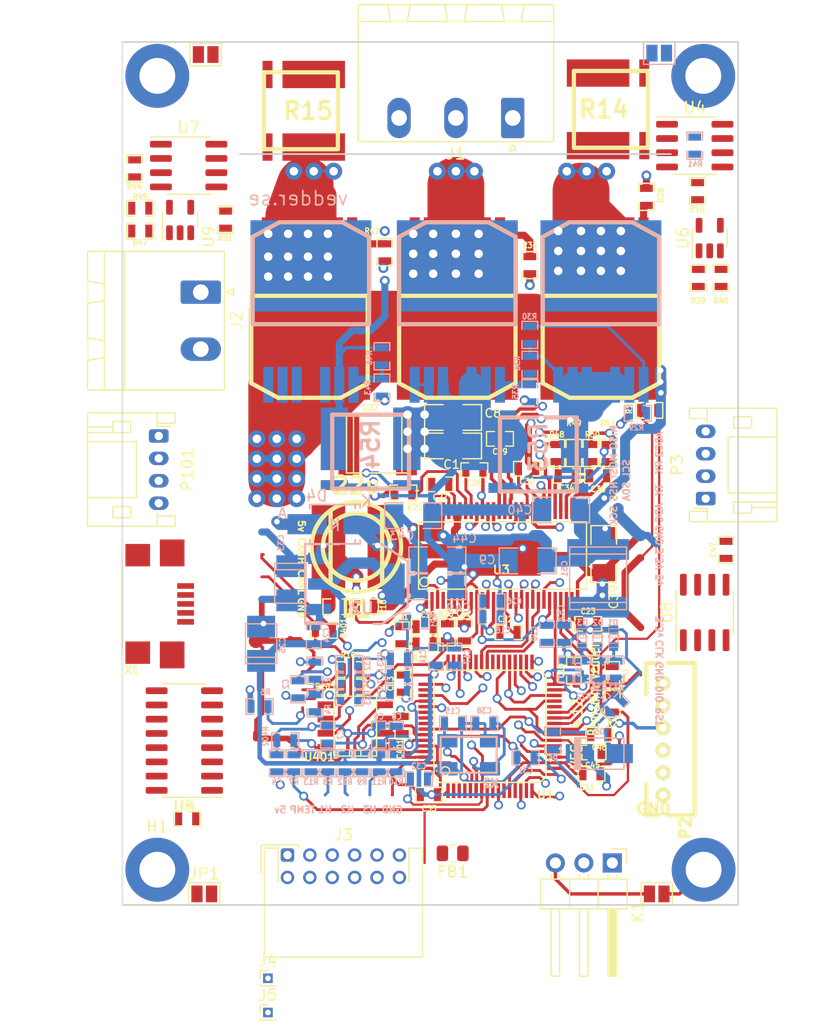
<source format=kicad_pcb>
(kicad_pcb (version 20221018) (generator pcbnew)
  (title_block (title "BLDC Driver 4.6") (date "30 Aug 2014") (rev "A") (company "Benjamin Vedder"))
  (layers (0 "F.Cu" signal) (1 "In1.Cu" signal "GND") (2 "In2.Cu" signal "GND2") (31 "B.Cu" signal) (34 "B.Paste" user) (35 "F.Paste" user) (36 "B.SilkS" user "B.Silkscreen") (37 "F.SilkS" user "F.Silkscreen") (38 "B.Mask" user) (39 "F.Mask" user) (44 "Edge.Cuts" user))
  (net 0 "")
  (net 1 "+5V")
  (net 2 "GND")
  (net 3 "NRST")
  (net 4 "Net-(U1-PH0-OSC_IN)")
  (net 5 "Net-(U1-VCAP1)")
  (net 6 "Net-(U1-VCAP2)")
  (net 7 "Net-(U3-GVDD)")
  (net 8 "Net-(U3-COMP)")
  (net 9 "Net-(C21-Pad2)")
  (net 10 "Net-(U3-DVDD)")
  (net 11 "Net-(U3-CP1)")
  (net 12 "Net-(U3-CP2)")
  (net 13 "Net-(U3-AVDD)")
  (net 14 "Net-(D4-K)")
  (net 15 "Net-(U3-BST_BK)")
  (net 16 "Net-(U3-BST_A)")
  (net 17 "Net-(U3-BST_B)")
  (net 18 "Net-(U3-BST_C)")
  (net 19 "Net-(U3-SN1)")
  (net 20 "Net-(U3-SP1)")
  (net 21 "Net-(U3-SN2)")
  (net 22 "Net-(U3-SP2)")
  (net 23 "Net-(U1-PH1-OSC_OUT)")
  (net 24 "Net-(D1-A)")
  (net 25 "Net-(D2-A)")
  (net 26 "Net-(Q1-PadG)")
  (net 27 "Net-(D3-A)")
  (net 28 "Net-(Q3-PadG)")
  (net 30 "Net-(Q5-PadG)")
  (net 31 "Net-(JP1-A)")
  (net 32 "Net-(JP2-A)")
  (net 33 "SWCLK")
  (net 34 "SWDIO")
  (net 35 "VCC")
  (net 36 "V_SUPPLY")
  (net 37 "/MCU/AN_IN")
  (net 38 "/MCU/SERVO")
  (net 39 "/Mosfet driver/H1_VS")
  (net 40 "/Mosfet driver/H2_VS")
  (net 41 "/Mosfet driver/H3_VS")
  (net 42 "/Mosfet driver/H1_LOW")
  (net 43 "/Mosfet driver/H3_LOW")
  (net 44 "/MCU/SENS1")
  (net 45 "/MCU/SENS2")
  (net 46 "/Mosfet driver/M_H1")
  (net 47 "/Mosfet driver/M_L1")
  (net 48 "/MCU/SENS3")
  (net 49 "/Mosfet driver/M_H2")
  (net 50 "/Mosfet driver/M_L2")
  (net 51 "/Mosfet driver/M_H3")
  (net 52 "/Mosfet driver/M_L3")
  (net 53 "/Mosfet driver/SH1_A")
  (net 54 "/Mosfet driver/SH1_B")
  (net 55 "/Mosfet driver/SH2_A")
  (net 56 "/Mosfet driver/SH2_B")
  (net 57 "/MCU/BR_SO2")
  (net 58 "/MCU/BR_SO1")
  (net 59 "/MCU/DC_CAL")
  (net 60 "/MCU/L3")
  (net 61 "/MCU/L2")
  (net 62 "/MCU/L1")
  (net 63 "/MCU/EN_GATE")
  (net 64 "/MCU/FAULT")
  (net 65 "/MCU/H3")
  (net 66 "/MCU/H2")
  (net 67 "/MCU/H1")
  (net 68 "/MCU/USB_DM")
  (net 69 "/MCU/USB_DP")
  (net 70 "/Filters/HALL3_OUT")
  (net 71 "/Filters/HALL2_OUT")
  (net 72 "/Filters/HALL1_OUT")
  (net 73 "Net-(JP3-A)")
  (net 74 "/CAN bus transceiver/CANL")
  (net 75 "/CAN bus transceiver/CANH")
  (net 76 "/MCU/LED_GREEN")
  (net 77 "/MCU/LED_RED")
  (net 78 "Net-(Q2-PadG)")
  (net 79 "/CAN bus transceiver/CAN_RX")
  (net 80 "/CAN bus transceiver/CAN_TX")
  (net 81 "/MCU/ADC_TEMP")
  (net 82 "Net-(Q4-PadG)")
  (net 83 "Net-(Q6-PadG)")
  (net 84 "Net-(R6-Pad1)")
  (net 85 "Net-(JP4-A)")
  (net 86 "Net-(K1-P1)")
  (net 87 "Net-(P3-Pin_2)")
  (net 88 "Net-(P3-Pin_3)")
  (net 89 "Net-(U4--)")
  (net 90 "Net-(U4-+)")
  (net 91 "Net-(U7-+)")
  (net 92 "Net-(U7--)")
  (net 93 "Net-(U3-VSENSE)")
  (net 94 "Net-(U3-DTC)")
  (net 95 "Net-(U3-RT_CLK)")
  (net 96 "Net-(U3-BIAS)")
  (net 97 "Net-(U6-+)")
  (net 98 "Net-(U9-+)")
  (net 99 "Net-(U401-Rs)")
  (net 104 "Net-(R103-Pad2)")
  (net 105 "Net-(R104-Pad2)")
  (net 111 "/Encoder/ENC_A")
  (net 112 "/Encoder/ENC_B")
  (net 113 "/Encoder/ENC_0-")
  (net 114 "/Encoder/ENC_0+")
  (net 115 "/Encoder/ENC_0")
  (net 116 "/Power MOSFETS/PHASE_1")
  (net 117 "/Power MOSFETS/PHASE_3")
  (net 122 "Net-(R16-Pad1)")
  (net 123 "/MCU/IPH_1")
  (net 124 "Net-(R31-Pad1)")
  (net 125 "/MCU/IPH_3")
  (net 127 "Net-(U4-Ref)")
  (net 129 "Net-(R41-Pad1)")
  (net 130 "Net-(R41-Pad2)")
  (net 131 "Net-(R44-Pad1)")
  (net 132 "Net-(R44-Pad2)")
  (net 133 "Net-(U7-Ref)")
  (net 135 "Net-(J3-Pin_11)")
  (net 136 "/MCU/DAC1")
  (net 137 "/MCU/DAC2")
  (net 138 "/MCU/RX_485")
  (net 139 "/MCU/RE_485")
  (net 140 "/MCU/DE_485")
  (net 141 "/MCU/TX_485")
  (net 142 "/Filters/TEMP_MOTOR")
  (net 143 "/Filters/HALL3_IN")
  (net 144 "/Filters/HALL2_IN")
  (net 145 "/Filters/HALL1_IN")
  (net 146 "/Encoder/ENC_A-")
  (net 147 "/Encoder/ENC_A+")
  (net 148 "/Encoder/ENC_B+")
  (net 149 "/Encoder/ENC_B-")
  (footprint "w_smd_cap:c_2220" (layer "F.Cu") (at 90.805 105.918)
    (fp_text reference "C37")
    (fp_text value "15u,100V" hide)
  )
  (footprint "Connector_PinHeader_2.54mm:PinHeader_1x03_P2.54mm_Horizontal" (layer "F.Cu") (at 111.76 143.256 -90)
    (fp_text reference "K1")
    (fp_text value "SERVO")
  )
  (footprint "CRF1:MICRO_JST_6" (layer "F.Cu") (at 116.3 132.20126 -90)
    (fp_text reference "P2")
    (fp_text value "SWD" hide)
  )
  (footprint "CRF1:D2PAK-7-GDS" (layer "F.Cu") (at 110.744 91.948 180)
    (fp_text reference "Q1" hide)
    (fp_text value "IRFS7530" hide)
  )
  (footprint "CRF1:D2PAK-7-GDS" (layer "F.Cu") (at 97.917 91.948 180)
    (fp_text reference "Q3" hide)
    (fp_text value "IRFS7530" hide)
  )
  (footprint "CRF1:D2PAK-7-GDS" (layer "F.Cu") (at 84.709 91.948 180)
    (fp_text reference "Q5" hide)
    (fp_text value "IRFS7530" hide)
  )
  (footprint "CRF1:lqfp64_pad_mod" (layer "F.Cu") (at 100.838 131.064)
    (fp_text reference "U1")
    (fp_text value "STM32F40X_LQFP64" hide)
  )
  (footprint "CRF1:TSSOP-56-PP" (layer "F.Cu") (at 101.854 115.824)
    (fp_text reference "U3")
    (fp_text value "DRV8302" hide)
  )
  (footprint "Connector_JST:JST_PH_S4B-PH-K_1x04_P2.00mm_Horizontal" (layer "F.Cu") (at 71.247 105.156 -90)
    (fp_text reference "P101")
    (fp_text value "CANBUS")
  )
  (footprint "CRF1:SMD-1206" (layer "F.Cu") (at 97.536 106.045)
    (fp_text reference "C1")
    (fp_text value "10u,50V" hide)
  )
  (footprint "CRF1:SMD-1206" (layer "F.Cu") (at 97.536 103.505)
    (fp_text reference "C8")
    (fp_text value "10u,50V" hide)
  )
  (footprint "CRF1:SMD-0603_c" (layer "F.Cu") (at 108.331 126.111 -90)
    (fp_text reference "C10")
    (fp_text value "2.2u" hide)
  )
  (footprint "CRF1:SMD-0603_c" (layer "F.Cu") (at 109.9 135.3)
    (fp_text reference "C11")
    (fp_text value "2.2u" hide)
  )
  (footprint "CRF1:SMD-0603_c" (layer "F.Cu") (at 98.552 122.682 90)
    (fp_text reference "C12")
    (fp_text value "2.2u" hide)
  )
  (footprint "CRF1:SMD-0603_c" (layer "F.Cu") (at 93.091 127.254 90)
    (fp_text reference "C13")
    (fp_text value "2.2u" hide)
  )
  (footprint "CRF1:SMD-0603_c" (layer "F.Cu") (at 94.996 122.174)
    (fp_text reference "C19")
    (fp_text value "120p" hide)
  )
  (footprint "CRF1:SMD-0603_c" (layer "F.Cu") (at 92.964 122.936 -90)
    (fp_text reference "C21")
    (fp_text value "6.8n" hide)
  )
  (footprint "CRF1:SMD-0603_c" (layer "F.Cu") (at 102.489 122.682)
    (fp_text reference "C22")
    (fp_text value "22n" hide)
  )
  (footprint "CRF1:SMD-0603_c" (layer "F.Cu") (at 109.601 121.92 180)
    (fp_text reference "C23")
    (fp_text value "2.2u" hide)
  )
  (footprint "CRF1:SMD-0603_c" (layer "F.Cu") (at 96.393 109.474 180)
    (fp_text reference "C27")
    (fp_text value "100n" hide)
  )
  (footprint "CRF1:SMD-0603_c" (layer "F.Cu") (at 99.441 108.204 180)
    (fp_text reference "C28")
    (fp_text value "220n" hide)
  )
  (footprint "CRF1:SMD-0603_c" (layer "F.Cu") (at 101.727 105.41 180)
    (fp_text reference "C29")
    (fp_text value "220n" hide)
  )
  (footprint "CRF1:SMD-0603_c" (layer "F.Cu") (at 104.14 108.077 180)
    (fp_text reference "C30")
    (fp_text value "220n" hide)
  )
  (footprint "CRF1:SMD-0603_c" (layer "F.Cu") (at 107.696 108.712)
    (fp_text reference "C34")
    (fp_text value "2.2n" hide)
  )
  (footprint "CRF1:SMD-0603_c" (layer "F.Cu") (at 95.377 137.16)
    (fp_text reference "C35")
    (fp_text value "2.2u" hide)
  )
  (footprint "CRF1:SMD-0603_c" (layer "F.Cu") (at 110.49 108.712)
    (fp_text reference "C36")
    (fp_text value "2.2n" hide)
  )
  (footprint "CRF1:SMD-1206" (layer "F.Cu") (at 110.998 115.697 90)
    (fp_text reference "C39")
    (fp_text value "10u,50V" hide)
  )
  (footprint "CRF1:SMD-0603_c" (layer "F.Cu") (at 111.76 126.492 -90)
    (fp_text reference "C41")
    (fp_text value "2.2u" hide)
  )
  (footprint "CRF1:SMD-0603_c" (layer "F.Cu") (at 93 130.95 -90)
    (fp_text reference "C401")
    (fp_text value "2.2u" hide)
  )
  (footprint "CRF1:SMD-0603_r" (layer "F.Cu") (at 115.062 102.87)
    (fp_text reference "R1")
    (fp_text value "NTC 10k" hide)
  )
  (footprint "CRF1:SMD-0603_r" (layer "F.Cu") (at 111.76 129.032 90)
    (fp_text reference "R2")
    (fp_text value "10k" hide)
  )
  (footprint "CRF1:SMD-0603_r" (layer "F.Cu") (at 87.122 120.396)
    (fp_text reference "R17")
    (fp_text value "18k" hide)
  )
  (footprint "CRF1:SMD-0603_r" (layer "F.Cu") (at 89.662 120.396)
    (fp_text reference "R18")
    (fp_text value "3k3" hide)
  )
  (footprint "CRF1:SMD-0603_r" (layer "F.Cu") (at 94.996 123.698)
    (fp_text reference "R19")
    (fp_text value "15k" hide)
  )
  (footprint "CRF1:SMD-0603_r" (layer "F.Cu") (at 97.028 122.682 -90)
    (fp_text reference "R20")
    (fp_text value "10k" hide)
  )
  (footprint "CRF1:SMD-0603_r" (layer "F.Cu") (at 93.091 110.236)
    (fp_text reference "R25")
    (fp_text value "1M" hide)
  )
  (footprint "CRF1:SMD-0603_r" (layer "F.Cu") (at 114.808 83.82 90)
    (fp_text reference "R28")
    (fp_text value "4R7" hide)
  )
  (footprint "CRF1:SMD-0603_r" (layer "F.Cu") (at 104.394 89.916 -90)
    (fp_text reference "R34")
    (fp_text value "4R7" hide)
  )
  (footprint "CRF1:SMD-0603_r" (layer "F.Cu") (at 91.44 88.773 -90)
    (fp_text reference "R42")
    (fp_text value "4R7" hide)
  )
  (footprint "CRF1:SMD-0603_r" (layer "F.Cu") (at 106.807 106.68 -90)
    (fp_text reference "R48")
    (fp_text value "100R" hide)
  )
  (footprint "CRF1:SMD-0603_r" (layer "F.Cu") (at 108.331 106.68 -90)
    (fp_text reference "R49")
    (fp_text value "100R" hide)
  )
  (footprint "CRF1:SMD-0603_r" (layer "F.Cu") (at 109.855 106.68 -90)
    (fp_text reference "R50")
    (fp_text value "100R" hide)
  )
  (footprint "CRF1:SMD-0603_r" (layer "F.Cu") (at 111.379 106.68 -90)
    (fp_text reference "R51")
    (fp_text value "100R" hide)
  )
  (footprint "CRF1:SMD-0603_r" (layer "F.Cu") (at 88.4 127.55 180)
    (fp_text reference "R103")
    (fp_text value "22R" hide)
  )
  (footprint "CRF1:SMD-0603_r" (layer "F.Cu") (at 88.4 126 180)
    (fp_text reference "R104")
    (fp_text value "22R" hide)
  )
  (footprint "CRF1:SMD-0603_r" (layer "F.Cu") (at 86 122.5 180)
    (fp_text reference "R401")
    (fp_text value "NI" hide)
  )
  (footprint "CRF1:SOIC-8-W" (layer "F.Cu") (at 88.8 131.05 90)
    (fp_text reference "U401")
    (fp_text value "SN65HVD232" hide)
  )
  (footprint "CRF1:USB-UX60R-MB-5ST" (layer "F.Cu") (at 72.144765 120.142 -90)
    (fp_text reference "X1")
    (fp_text value "MINI-USB-SHIELD-32005-201" hide)
  )
  (footprint "Connector_JST:JST_PH_S4B-PH-K_1x04_P2.00mm_Horizontal" (layer "F.Cu") (at 120.105 110.744 90)
    (fp_text reference "P3")
    (fp_text value "PWR_COMM")
  )
  (footprint "w_smd_inductors:inductor_smd_8x5mm" (layer "F.Cu") (at 88.9 115.062 180)
    (fp_text reference "L1")
    (fp_text value "22u")
  )
  (footprint "Package_SO:SOIC-8_3.9x4.9mm_P1.27mm" (layer "F.Cu") (at 120.015 120.904 90)
    (fp_text reference "U8")
    (fp_text value "MAX485ED")
  )
  (footprint "CRF1:SMD-0603_c" (layer "F.Cu") (at 110 133.4 180)
    (fp_text reference "C45")
    (fp_text value "10n" hide)
  )
  (footprint "MountingHole:MountingHole_3.2mm_M3_ISO7380_Pad" (layer "F.Cu") (at 71.12 73.025)
    (fp_text reference "H3" hide)
    (fp_text value "MountingHole_Pad")
  )
  (footprint "CRF1:WSLP2726" (layer "F.Cu") (at 113.538 76.0095 -90)
    (fp_text reference "R14")
    (fp_text value "SHUNT" hide)
  )
  (footprint "Connector_JST:JST_PHD_S12B-PHDSS_2x06_P2.00mm_Horizontal" (layer "F.Cu") (at 82.745 142.55)
    (fp_text reference "J3")
    (fp_text value "Conn_02x06_Odd_Even")
  )
  (footprint "Jumper:SolderJumper-2_P1.3mm_Open_Pad1.0x1.5mm" (layer "F.Cu") (at 75.311 146.018)
    (fp_text reference "JP1")
    (fp_text value "Jumper_2_Open")
  )
  (footprint "CRF1:SMD-0603_r" (layer "F.Cu") (at 69.088 81.28 -90)
    (fp_text reference "R44")
    (fp_text value "39k" hide)
  )
  (footprint "MountingHole:MountingHole_3.2mm_M3_ISO7380_Pad" (layer "F.Cu") (at 119.919 143.859)
    (fp_text reference "H2" hide)
    (fp_text value "MountingHole_Pad")
  )
  (footprint "CRF1:SMD-0603_r" (layer "F.Cu") (at 69.596 86.868)
    (fp_text reference "R47")
    (fp_text value "39k" hide)
  )
  (footprint "CRF1:SMD-0603_r" (layer "F.Cu") (at 119.446 91.0535 90)
    (fp_text reference "R39")
    (fp_text value "39k" hide)
  )
  (footprint "CRF1:SMD-0603_c" (layer "F.Cu") (at 121.92 115.316 90)
    (fp_text reference "C47")
    (fp_text value "100n" hide)
  )
  (footprint "CRF1:SMD-0603_r" (layer "F.Cu") (at 119.38 83.312 -90)
    (fp_text reference "R16")
    (fp_text value "100R" hide)
  )
  (footprint "CRF1:SMD-0603_r" (layer "F.Cu") (at 121.478 91.0535 -90)
    (fp_text reference "R40")
    (fp_text value "39k" hide)
  )
  (footprint "CRF1:SMD-0603_c" (layer "F.Cu") (at 110.6 131.8 180)
    (fp_text reference "C46")
    (fp_text value "10n" hide)
  )
  (footprint "CRF1:WSLP2726" (layer "F.Cu") (at 82.042 76.1365 90)
    (fp_text reference "R15")
    (fp_text value "SHUNT" hide)
  )
  (footprint "CRF1:SMD-0603_r" (layer "F.Cu") (at 77.216 85.852 -90)
    (fp_text reference "R31")
    (fp_text value "100R" hide)
  )
  (footprint "CRF1:SMD-0603_r" (layer "F.Cu") (at 69.596 84.836 180)
    (fp_text reference "R45")
    (fp_text value "39k" hide)
  )
  (footprint "CRF1:SMD-0603_c" (layer "F.Cu") (at 73.787 139.319)
    (fp_text reference "C42")
    (fp_text value "100n" hide)
  )
  (footprint "MountingHole:MountingHole_3.2mm_M3_ISO7380_Pad" (layer "F.Cu") (at 71.12 143.859)
    (fp_text reference "H1")
    (fp_text value "MountingHole_Pad")
  )
  (footprint "Package_SO:SOIC-8_3.9x4.9mm_P1.27mm" (layer "F.Cu") (at 119.126 79.248)
    (fp_text reference "U4")
    (fp_text value "INA826AIDR")
  )
  (footprint "Connector_PinHeader_1.00mm:PinHeader_1x01_P1.00mm_Vertical" (layer "F.Cu") (at 81 156.6)
    (fp_text reference "J5")
    (fp_text value "Conn_01x01_Pin")
  )
  (footprint "Package_SO:SOIC-16_3.9x9.9mm_P1.27mm" (layer "F.Cu") (at 73.533 132.334 180)
    (fp_text reference "U5")
    (fp_text value "AM26LV32xD")
  )
  (footprint "Resistor_SMD:R_0805_2012Metric" (layer "F.Cu") (at 97.5 142.4 180)
    (fp_text reference "FB1")
    (fp_text value "FerriteBead")
  )
  (footprint "Jumper:SolderJumper-2_P1.3mm_Open_Pad1.0x1.5mm" (layer "F.Cu") (at 75.438 71.12)
    (fp_text reference "JP3" hide)
    (fp_text value "Jumper_2_Open")
  )
  (footprint "MountingHole:MountingHole_3.2mm_M3_ISO7380_Pad" (layer "F.Cu") (at 119.888 73.025)
    (fp_text reference "H4" hide)
    (fp_text value "MountingHole_Pad")
  )
  (footprint "Connector_Phoenix_MSTB:PhoenixContact_MSTBA_2,5_3-G-5,08_1x03_P5.08mm_Horizontal" (layer "F.Cu") (at 102.87 76.7775 180)
    (fp_text reference "J1")
    (fp_text value "Conn_01x03")
  )
  (footprint "Jumper:SolderJumper-2_P1.3mm_Open_Pad1.0x1.5mm" (layer "F.Cu") (at 115.728 146.018 180)
    (fp_text reference "JP2" hide)
    (fp_text value "Jumper_2_Open")
  )
  (footprint "Package_SO:SOIC-8_3.9x4.9mm_P1.27mm" (layer "F.Cu") (at 73.914 81.026)
    (fp_text reference "U7")
    (fp_text value "INA826AIDR")
  )
  (footprint "Connector_PinHeader_1.00mm:PinHeader_1x01_P1.00mm_Vertical" (layer "F.Cu") (at 81 153.55)
    (fp_text reference "J4")
    (fp_text value "Conn_01x01_Pin")
  )
  (footprint "Package_TO_SOT_SMD:SOT-23-5" (layer "F.Cu") (at 120.462 87.4975 90)
    (fp_text reference "U6")
    (fp_text value "OPA333AIDBVR")
  )
  (footprint "Connector_Phoenix_MSTB:PhoenixContact_MSTBA_2,5_2-G-5,08_1x02_P5.08mm_Horizontal" (layer "F.Cu") (at 75 92.329 -90)
    (fp_text reference "J2")
    (fp_text value "Conn_01x02")
  )
  (footprint "Package_TO_SOT_SMD:SOT-23-5" (layer "F.Cu") (at 73.152 85.885 90)
    (fp_text reference "U9")
    (fp_text value "OPA333AIDBVR")
  )
  (footprint "w_smd_cap:c_tant_B" (layer "B.Cu") (at 80.391 123.698 -90)
    (fp_text reference "C25")
    (fp_text value "100u" hide)
  )
  (footprint "w_smd_cap:c_tant_B" (layer "B.Cu") (at 83 118.3 90)
    (fp_text reference "C33")
    (fp_text value "100u" hide)
  )
  (footprint "w_smd_cap:c_2220" (layer "B.Cu") (at 110.49 117.856 -90)
    (fp_text reference "C51")
    (fp_text value "15u, 100v" hide)
  )
  (footprint "LEDs:LED-0603" (layer "B.Cu") (at 111.887 123.19 90)
    (fp_text reference "D1")
    (fp_text value "GREEN" hide)
  )
  (footprint "LEDs:LED-0603" (layer "B.Cu") (at 110.45 123.2 90)
    (fp_text reference "D2")
    (fp_text value "RED" hide)
  )
  (footprint "LEDs:LED-0603" (layer "B.Cu") (at 109.05 123.2 90)
    (fp_text reference "D3")
    (fp_text value "LED" hide)
  )
  (footprint "CRF1:WSLP2726" (layer "B.Cu") (at 105.156 108.712)
    (fp_text reference "R53")
    (fp_text value "SHUNT" hide)
  )
  (footprint "CRF1:Crystal_5x3mm" (layer "B.Cu") (at 98.933 133.604)
    (fp_text reference "X2")
    (fp_text value "8MHz 10ppm" hide)
  )
  (footprint "CRF1:WSLP2726" (layer "B.Cu") (at 90.17 108.458)
    (fp_text reference "R54")
    (fp_text value "SHUNT" hide)
  )
  (footprint "w_smd_diode:do214ac" (layer "B.Cu") (at 110.6 133.5 180)
    (fp_text reference "D5")
    (fp_text value "TVS 5V" hide)
  )
  (footprint "CRF1:D2PAK-7-GDS" (layer "B.Cu") (at 84.836 95.885 180)
    (fp_text reference "Q6" hide)
    (fp_text value "IRFS7530" hide)
  )
  (footprint "CRF1:D2PAK-7-GDS" (layer "B.Cu") (at 110.744 95.885 180)
    (fp_text reference "Q2" hide)
    (fp_text value "IRFS7530" hide)
  )
  (footprint "CRF1:D2PAK-7-GDS" (layer "B.Cu") (at 97.917 95.885 180)
    (fp_text reference "Q4" hide)
    (fp_text value "IRFS7530" hide)
  )
  (footprint "CRF1:SMD-0603_c" (layer "B.Cu") (at 83.693 127.762 -90)
    (fp_text reference "C2")
    (fp_text value "100n" hide)
  )
  (footprint "CRF1:SMD-0603_c" (layer "B.Cu") (at 112.014 129.286 -135)
    (fp_text reference "C3")
    (fp_text value "100n" hide)
  )
  (footprint "CRF1:SMD-0603_c" (layer "B.Cu") (at 81.788 134.366 -90)
    (fp_text reference "C4")
    (fp_text value "4n7" hide)
  )
  (footprint "CRF1:SMD-0603_c" (layer "B.Cu") (at 92.456 131.826 90)
    (fp_text reference "C5")
    (fp_text value "4n7" hide)
  )
  (footprint "CRF1:SMD-0603_c" (layer "B.Cu") (at 90.9 131.8 90)
    (fp_text reference "C6")
    (fp_text value "4n7" hide)
  )
  (footprint "CRF1:SMD-0603_c" (layer "B.Cu") (at 86.35 131.8 90)
    (fp_text reference "C7")
    (fp_text value "4n7" hide)
  )
  (footprint "CRF1:SMD-1206" (layer "B.Cu") (at 104.2 116.3)
    (fp_text reference "C9")
    (fp_text value "10u,50V" hide)
  )
  (footprint "CRF1:SMD-0603_c" (layer "B.Cu") (at 96.012 124.841 -90)
    (fp_text reference "C14")
    (fp_text value "2.2u" hide)
  )
  (footprint "CRF1:SMD-0603_c" (layer "B.Cu") (at 97.536 130.81)
    (fp_text reference "C15")
    (fp_text value "15p" hide)
  )
  (footprint "CRF1:SMD-0603_c" (layer "B.Cu") (at 107.6 126 90)
    (fp_text reference "C16")
    (fp_text value "2.2u" hide)
  )
  (footprint "CRF1:SMD-0603_c" (layer "B.Cu") (at 97.663 124.841 90)
    (fp_text reference "C17")
    (fp_text value "2.2u" hide)
  )
  (footprint "CRF1:SMD-0603_c" (layer "B.Cu") (at 100.965 121.285)
    (fp_text reference "C18")
    (fp_text value "2.2u" hide)
  )
  (footprint "CRF1:SMD-0603_c" (layer "B.Cu") (at 105.918 122.809 90)
    (fp_text reference "C20")
    (fp_text value "2.2u" hide)
  )
  (footprint "CRF1:SMD-0603_c" (layer "B.Cu") (at 85.09 122.936 90)
    (fp_text reference "C24")
    (fp_text value "2.2u" hide)
  )
  (footprint "CRF1:SMD-0603_c" (layer "B.Cu") (at 104.013 133.858)
    (fp_text reference "C31")
    (fp_text value "2.2u" hide)
  )
  (footprint "CRF1:SMD-0603_c" (layer "B.Cu") (at 94.488 135.763 180)
    (fp_text reference "C32")
    (fp_text value "100n" hide)
  )
  (footprint "CRF1:SMD-0603_c" (layer "B.Cu") (at 100.33 130.81 180)
    (fp_text reference "C38")
    (fp_text value "15p" hide)
  )
  (footprint "CRF1:SMD-1206" (layer "B.Cu") (at 107.188 111.76)
    (fp_text reference "C40")
    (fp_text value "10u,50V" hide)
  )
  (footprint "CRF1:SMD-1206" (layer "B.Cu") (at 93.98 112.268)
    (fp_text reference "C43")
    (fp_text value "10u,50V" hide)
  )
  (footprint "CRF1:SMD-1206" (layer "B.Cu") (at 96.139 116.205)
    (fp_text reference "C44")
    (fp_text value "10u,50V" hide)
  )
  (footprint "CRF1:SMD-1206" (layer "B.Cu") (at 96.139 118.618)
    (fp_text reference "C49")
    (fp_text value "10u,50V" hide)
  )
  (footprint "CRF1:SMD-0603_c" (layer "B.Cu") (at 107.442 122.809 90)
    (fp_text reference "C52")
    (fp_text value "2.2u" hide)
  )
  (footprint "CRF1:SMD-0603_r" (layer "B.Cu") (at 85.2 126.1 -90)
    (fp_text reference "R3")
    (fp_text value "39k" hide)
  )
  (footprint "CRF1:SMD-0603_r" (layer "B.Cu") (at 85.2 129 90)
    (fp_text reference "R4")
    (fp_text value "2k2" hide)
  )
  (footprint "CRF1:SMD-0603_r" (layer "B.Cu") (at 106.426 132.334 -90)
    (fp_text reference "R5")
    (fp_text value "2k2" hide)
  )
  (footprint "CRF1:SMD-0603_r" (layer "B.Cu") (at 80.25 129.3 180)
    (fp_text reference "R6")
    (fp_text value "0R" hide)
  )
  (footprint "CRF1:SMD-0603_r" (layer "B.Cu") (at 83.312 134.366 90)
    (fp_text reference "R7")
    (fp_text value "10k" hide)
  )
  (footprint "CRF1:SMD-0603_r" (layer "B.Cu") (at 86.36 134.366 90)
    (fp_text reference "R8")
    (fp_text value "10k" hide)
  )
  (footprint "CRF1:SMD-0603_r" (layer "B.Cu") (at 89.408 134.366 90)
    (fp_text reference "R9")
    (fp_text value "10k" hide)
  )
  (footprint "CRF1:SMD-0603_r" (layer "B.Cu") (at 92.456 134.366 90)
    (fp_text reference "R10")
    (fp_text value "10k" hide)
  )
  (footprint "CRF1:SMD-0603_r" (layer "B.Cu") (at 90.932 134.366 90)
    (fp_text reference "R11")
    (fp_text value "2k2" hide)
  )
  (footprint "CRF1:SMD-0603_r" (layer "B.Cu") (at 87.884 134.366 90)
    (fp_text reference "R12")
    (fp_text value "2k2" hide)
  )
  (footprint "CRF1:SMD-0603_r" (layer "B.Cu") (at 84.836 134.366 90)
    (fp_text reference "R13")
    (fp_text value "2k2" hide)
  )
  (footprint "CRF1:SMD-0603_r" (layer "B.Cu") (at 94.234 121.666)
    (fp_text reference "R21")
    (fp_text value "220k" hide)
  )
  (footprint "CRF1:SMD-0603_r" (layer "B.Cu") (at 109.1 126 -90)
    (fp_text reference "R22")
    (fp_text value "2k2" hide)
  )
  (footprint "CRF1:SMD-0603_r" (layer "B.Cu") (at 88.265 128.524)
    (fp_text reference "R23")
    (fp_text value "39k" hide)
  )
  (footprint "CRF1:SMD-0603_r" (layer "B.Cu") (at 92.7 128.05 180)
    (fp_text reference "R24")
    (fp_text value "2k2" hide)
  )
  (footprint "CRF1:SMD-0603_r" (layer "B.Cu") (at 88.265 127)
    (fp_text reference "R26")
    (fp_text value "39k" hide)
  )
  (footprint "CRF1:SMD-0603_r" (layer "B.Cu") (at 92.7 126.55 180)
    (fp_text reference "R27")
    (fp_text value "2k2" hide)
  )
  (footprint "CRF1:SMD-0603_r" (layer "B.Cu") (at 114.046 103.124 180)
    (fp_text reference "R29")
    (fp_text value "4R7" hide)
  )
  (footprint "CRF1:SMD-0603_r" (layer "B.Cu") (at 104.394 96.139 90)
    (fp_text reference "R30")
    (fp_text value "39k" hide)
  )
  (footprint "CRF1:SMD-0603_r" (layer "B.Cu") (at 88.25 125.45)
    (fp_text reference "R32")
    (fp_text value "39k" hide)
  )
  (footprint "CRF1:SMD-0603_r" (layer "B.Cu") (at 92.7 125.05 180)
    (fp_text reference "R33")
    (fp_text value "2k2" hide)
  )
  (footprint "CRF1:SMD-0603_r" (layer "B.Cu") (at 104.394 101.346 -90)
    (fp_text reference "R35")
    (fp_text value "4R7" hide)
  )
  (footprint "CRF1:SMD-0603_r" (layer "B.Cu") (at 104.394 98.806 -90)
    (fp_text reference "R36")
    (fp_text value "39k" hide)
  )
  (footprint "CRF1:SMD-0603_r" (layer "B.Cu") (at 112.1 126 -90)
    (fp_text reference "R37")
    (fp_text value "100R" hide)
  )
  (footprint "CRF1:SMD-0603_r" (layer "B.Cu") (at 110.6 126 -90)
    (fp_text reference "R38")
    (fp_text value "100R" hide)
  )
  (footprint "CRF1:SMD-0603_r" (layer "B.Cu") (at 91.186 100.838 -90)
    (fp_text reference "R43")
    (fp_text value "4R7" hide)
  )
  (footprint "CRF1:SMD-0603_r" (layer "B.Cu") (at 91.186 98.044 -90)
    (fp_text reference "R46")
    (fp_text value "39k" hide)
  )
  (footprint "CRF1:SMD-0603_r" (layer "B.Cu") (at 82.55 132.334 180)
    (fp_text reference "R402")
    (fp_text value "10k" hide)
  )
  (footprint "CRF1:SOT-223" (layer "B.Cu") (at 88.9 118.364 90)
    (fp_text reference "U2")
    (fp_text value "TC2117" hide)
  )
  (footprint "Diodes_SMD:SMA_Handsoldering" (layer "B.Cu") (at 86.995 113.03 180)
    (fp_text reference "D4")
    (fp_text value "DIODESCH")
  )
  (footprint "CRF1:SMD-0603_c" (layer "B.Cu") (at 100.965 119.888)
    (fp_text reference "C26")
    (fp_text value "2.2u" hide)
  )
  (footprint "Jumper:SolderJumper-2_P1.3mm_Open_Pad1.0x1.5mm" (layer "B.Cu") (at 115.951 70.993 180)
    (fp_text reference "JP4" hide)
    (fp_text value "Jumper_2_Open")
  )
  (footprint "CRF1:SMD-0603_r" (layer "B.Cu") (at 119.126 79.248 -90)
    (fp_text reference "R41")
    (fp_text value "39k" hide)
  )
  (gr_line (start 68 147) (end 123 147) (stroke (width 0.15)) (layer "Edge.Cuts"))
  (gr_line (start 123 70) (end 123 147) (stroke (width 0.15)) (layer "Edge.Cuts"))
  (gr_line (start 68 70) (end 68 147) (stroke (width 0.15)) (layer "Edge.Cuts"))
  (gr_line (start 68 70) (end 123 70) (stroke (width 0.15)) (layer "Edge.Cuts"))
  (gr_line (start 117 80) (end 78.5 80) (stroke (width 0.15)) (layer "Edge.Cuts"))
  (gr_text "MISO" (at 111.887 105.283 90) (layer "B.SilkS") (effects (font (size 0.6 0.6)) (justify mirror)))
  (gr_text "MOSI" (at 111.887 107.823 90) (layer "B.SilkS") (effects (font (size 0.6 0.6)) (justify mirror)))
  (gr_text "SCK" (at 111.887 112.268 90) (layer "B.SilkS") (effects (font (size 0.6 0.6)) (justify mirror)))
  (gr_text "NSS" (at 111.887 110.109 90) (layer "B.SilkS") (effects (font (size 0.6 0.6)) (justify mirror)))
  (gr_text "H2" (at 88.1 138.5) (layer "B.SilkS") (effects (font (size 0.6 0.6)) (justify mirror)))
  (gr_text "CLK" (at 116 124.2 90) (layer "B.SilkS") (effects (font (size 0.6 0.6)) (justify mirror)))
  (gr_text "GND" (at 116 114 90) (layer "B.SilkS") (effects (font (size 0.6 0.6)) (justify mirror)))
  (gr_text "5v" (at 82.1 138.5) (layer "B.SilkS") (effects (font (size 0.6 0.6)) (justify mirror)))
  (gr_text "GND" (at 116 126.2 90) (layer "B.SilkS") (effects (font (size 0.6 0.6)) (justify mirror)))
  (gr_text "RX" (at 115.951 107.95 90) (layer "B.SilkS") (effects (font (size 0.6 0.6)) (justify mirror)))
  (gr_text "vedder.se" (at 83.693 83.947) (layer "B.SilkS") (effects (font (size 1.27 1.27) (thickness 0.1524)) (justify mirror)))
  (gr_text "SDA" (at 113.03 110.109 90) (layer "B.SilkS") (effects (font (size 0.6 0.6)) (justify mirror)))
  (gr_text "ADC" (at 115.951 112.014 90) (layer "B.SilkS") (effects (font (size 0.6 0.6)) (justify mirror)))
  (gr_text "TEMP" (at 84.1 138.5) (layer "B.SilkS") (effects (font (size 0.6 0.6)) (justify mirror)))
  (gr_text "DIO" (at 116 128.2 90) (layer "B.SilkS") (effects (font (size 0.6 0.6)) (justify mirror)))
  (gr_text "5v" (at 116 118 90) (layer "B.SilkS") (effects (font (size 0.6 0.6)) (justify mirror)))
  (gr_text "GND" (at 92.1 138.5) (layer "B.SilkS") (effects (font (size 0.6 0.6)) (justify mirror)))
  (gr_text "H1" (at 86.1 138.5) (layer "B.SilkS") (effects (font (size 0.6 0.6)) (justify mirror)))
  (gr_text "3.3V" (at 116 116.1 90) (layer "B.SilkS") (effects (font (size 0.6 0.6)) (justify mirror)))
  (gr_text "TX" (at 115.951 109.982 90) (layer "B.SilkS") (effects (font (size 0.6 0.6)) (justify mirror)))
  (gr_text "3.3v" (at 116 122.2 90) (layer "B.SilkS") (effects (font (size 0.6 0.6)) (justify mirror)))
  (gr_text "H3" (at 90.1 138.5) (layer "B.SilkS") (effects (font (size 0.6 0.6)) (justify mirror)))
  (gr_text "SCL" (at 113.03 108.077 90) (layer "B.SilkS") (effects (font (size 0.6 0.6)) (justify mirror)))
  (gr_text "RST" (at 116 130.2 90) (layer "B.SilkS") (effects (font (size 0.6 0.6)) (justify mirror)))
  (gr_text "ADC2" (at 115.951 105.918 90) (layer "B.SilkS") (effects (font (size 0.6 0.6)) (justify mirror)))
  (gr_text "Benjamin Vedder" (at 110.109 127.762 90) (layer "F.SilkS") (effects (font (size 1 0.6604))))
  (gr_text "CANH" (at 84 115.4 270) (layer "F.SilkS") (effects (font (size 0.6 0.6))))
  (gr_text "5v" (at 84 113.2 270) (layer "F.SilkS") (effects (font (size 0.6 0.6))))
  (gr_text "CANL" (at 84 118.2 270) (layer "F.SilkS") (effects (font (size 0.6 0.6))))
  (gr_text "VESC 4.12" (at 108.585 131.699 90) (layer "F.SilkS") (effects (font (size 1 0.8))))
  (gr_text "GND" (at 115.45 138.426) (layer "F.SilkS") (effects (font (size 1 1) (thickness 0.25))))
  (gr_text "GND" (at 84 120.5 270) (layer "F.SilkS") (effects (font (size 0.6 0.6))))
  (segment (start 102.489 127.889) (end 102.58806 127.78994) (width 0.254) (layer "F.Cu") (net 0))
  (segment (start 102.58806 127.78994) (end 102.58806 125.31344) (width 0.254) (layer "F.Cu") (net 0))
  (segment (start 104.47782 128.31318) (end 103.886 128.905) (width 0.254) (layer "F.Cu") (net 0))
  (segment (start 103.886 128.905) (end 102.997 128.905) (width 0.254) (layer "F.Cu") (net 0))
  (segment (start 102.997 128.905) (end 102.489 128.397) (width 0.254) (layer "F.Cu") (net 0))
  (segment (start 106.58856 128.31318) (end 104.47782 128.31318) (width 0.254) (layer "F.Cu") (net 0))
  (segment (start 101.473 128.778) (end 102.235 129.54) (width 0.254) (layer "F.Cu") (net 0))
  (segment (start 102.08768 125.31344) (end 102.08768 126.21768) (width 0.254) (layer "F.Cu") (net 0))
  (segment (start 104.173755 133.31444) (end 105.68432 133.31444) (width 0.254) (layer "F.Cu") (net 0))
  (segment (start 104.123409 129.54) (end 102.235 129.54) (width 0.254) (layer "F.Cu") (net 0))
  (segment (start 104.376728 129.54) (end 104.123409 129.54) (width 0.254) (layer "F.Cu") (net 0))
  (segment (start 105.029 130.25374) (end 105.029 131.102242) (width 0.254) (layer "F.Cu") (net 0))
  (segment (start 102.489 128.15622) (end 102.489 127.889) (width 0.254) (layer "F.Cu") (net 0))
  (segment (start 101.473 128.096789) (end 101.473 128.241563) (width 0.254) (layer "F.Cu") (net 0))
  (segment (start 105.740058 131.8133) (end 106.58856 131.8133) (width 0.254) (layer "F.Cu") (net 0))
  (segment (start 103.632 132.772685) (end 104.173755 133.31444) (width 0.254) (layer "F.Cu") (net 0))
  (segment (start 105.68432 133.31444) (end 106.58856 133.31444) (width 0.254) (layer "F.Cu") (net 0))
  (segment (start 101.473 128.241563) (end 101.473 128.578582) (width 0.254) (layer "F.Cu") (net 0))
  (segment (start 104.95788 129.54) (end 104.376728 129.54) (width 0.254) (layer "F.Cu") (net 0))
  (segment (start 104.31526 129.54) (end 105.029 130.25374) (width 0.254) (layer "F.Cu") (net 0))
  (segment (start 101.473 128.578582) (end 101.473 128.778) (width 0.254) (layer "F.Cu") (net 0))
  (segment (start 102.489 128.397) (end 102.489 128.15622) (width 0.2032) (layer "F.Cu") (net 0))
  (segment (start 104.123409 129.54) (end 104.31526 129.54) (width 0.254) (layer "F.Cu") (net 0))
  (segment (start 105.68432 128.81356) (end 104.95788 129.54) (width 0.254) (layer "F.Cu") (net 0))
  (segment (start 106.58856 128.81356) (end 105.68432 128.81356) (width 0.254) (layer "F.Cu") (net 0))
  (segment (start 105.029 131.102242) (end 105.740058 131.8133) (width 0.254) (layer "F.Cu") (net 0))
  (segment (start 103.632 132.207) (end 103.632 132.772685) (width 0.254) (layer "F.Cu") (net 0))
  (segment (start 101.473 126.83236) (end 101.473 128.096789) (width 0.254) (layer "F.Cu") (net 0))
  (segment (start 102.08768 126.21768) (end 101.473 126.83236) (width 0.254) (layer "F.Cu") (net 0))
  (segment (start 85.979 114.935) (end 86.106 115.062) (width 0.635) (layer "F.Cu") (net 1))
  (segment (start 86.106 115.062) (end 86.40064 115.062) (width 0.635) (layer "F.Cu") (net 1))
  (segment (start 88.9 118.8) (end 88.9 117.729) (width 0.635) (layer "F.Cu") (net 1))
  (segment (start 86.40064 115.062) (end 86.40064 116.40064) (width 1.27) (layer "F.Cu") (net 1))
  (segment (start 86.40064 115.062) (end 86.40064 115.22964) (width 1.27) (layer "F.Cu") (net 1))
  (segment (start 86.40064 115.062) (end 86.40064 120.35536) (width 1.27) (layer "F.Cu") (net 1))
  (segment (start 86.40064 115.22964) (end 88.9 117.729) (width 1.27) (layer "F.Cu") (net 1))
  (segment (start 86.40064 120.35536) (end 86.36 120.396) (width 1.27) (layer "F.Cu") (net 1))
  (via (at 88.9 117.729) (size 0.8) (drill 0.5) (layers "F.Cu" "B.Cu") (net 1))
  (via (at 79.4 127.8) (size 0.8) (drill 0.5) (layers "F.Cu" "B.Cu") (net 1))
  (via (at 85.979 114.935) (size 0.8) (drill 0.5) (layers "F.Cu" "B.Cu") (net 1))
  (via (at 82.09874 136.280422) (size 0.8) (drill 0.5) (layers "F.Cu" "B.Cu") (net 1))
  (via (at 111.252 136.398) (size 0.8) (drill 0.5) (layers "F.Cu" "B.Cu") (net 1))
  (via (at 88.9 118.8) (size 0.8) (drill 0.5) (layers "F.Cu" "B.Cu") (net 1))
  (segment (start 85.598 115.316) (end 85.979 114.935) (width 0.635) (layer "B.Cu") (net 1))
  (segment (start 79.45 129.262) (end 79.4 127.8) (width 0.508) (layer "B.Cu") (net 1))
  (segment (start 83.698 116.078) (end 83 116.776) (width 0.635) (layer "B.Cu") (net 1))
  (segment (start 80.92626 113.72626) (end 83 115.8) (width 0.635) (layer "B.Cu") (net 1))
  (segment (start 83 115.8) (end 83 116.776) (width 0.635) (layer "B.Cu") (net 1))
  (segment (start 79.488 129.3) (end 79.45 129.262) (width 0.508) (layer "B.Cu") (net 1))
  (segment (start 85.598 116.078) (end 85.598 115.316) (width 0.635) (layer "B.Cu") (net 1))
  (segment (start 80.45 113.72626) (end 80.92626 113.72626) (width 0.635) (layer "B.Cu") (net 1))
  (segment (start 111.252 135.636) (end 111.252 136.398) (width 0.635) (layer "B.Cu") (net 1))
  (segment (start 85.598 116.078) (end 83.698 116.078) (width 0.635) (layer "B.Cu") (net 1))
  (segment (start 85.598 116.078) (end 84.709 116.078) (width 0.635) (layer "B.Cu") (net 1))
  (segment (start 85.598 116.078) (end 82.922 116.078) (width 0.635) (layer "B.Cu") (net 1))
  (segment (start 108.712 133.096) (end 111.252 135.636) (width 0.635) (layer "B.Cu") (net 1))
  (segment (start 108.65612 118.16588) (end 109.474 117.348) (width 0.3048) (layer "F.Cu") (net 2))
  (segment (start 109.474 117.348) (end 110.998 117.348) (width 0.3048) (layer "F.Cu") (net 2))
  (segment (start 98.552 116.84) (end 99.568 115.824) (width 0.635) (layer "F.Cu") (net 2))
  (segment (start 99.568 115.824) (end 101.854 115.824) (width 0.635) (layer "F.Cu") (net 2))
  (segment (start 108.204 115.824) (end 109.728 117.348) (width 0.635) (layer "F.Cu") (net 2))
  (segment (start 109.728 117.348) (end 110.998 117.348) (width 0.635) (layer "F.Cu") (net 2))
  (segment (start 98.65614 118.64086) (end 98.933 118.364) (width 0.254) (layer "F.Cu") (net 2))
  (segment (start 98.933 118.364) (end 99.314 118.364) (width 0.254) (layer "F.Cu") (net 2))
  (segment (start 99.314 118.364) (end 99.6569 118.7069) (width 0.254) (layer "F.Cu") (net 2))
  (segment (start 99.6569 118.7069) (end 99.6569 119.8245) (width 0.254) (layer "F.Cu") (net 2))
  (segment (start 110.5535 121.72188) (end 108.65612 119.8245) (width 0.254) (layer "F.Cu") (net 2))
  (segment (start 98.933 123.444) (end 99.6569 122.7201) (width 0.254) (layer "F.Cu") (net 2))
  (segment (start 99.6569 122.7201) (end 99.6569 119.8245) (width 0.254) (layer "F.Cu") (net 2))
  (segment (start 98.552 116.84) (end 101.854 115.824) (width 0.254) (layer "F.Cu") (net 2))
  (segment (start 98.298 115.824) (end 97.536 116.586) (width 0.635) (layer "F.Cu") (net 2))
  (segment (start 95.885 116.586) (end 92.075 120.396) (width 0.635) (layer "F.Cu") (net 2))
  (segment (start 92.075 120.396) (end 90.424 120.396) (width 0.635) (layer "F.Cu") (net 2))
  (segment (start 97.028 123.063) (end 97.028 123.444) (width 0.254) (layer "F.Cu") (net 2))
  (segment (start 100.965 115.824) (end 99.314 117.475) (width 0.254) (layer "F.Cu") (net 2))
  (segment (start 101.473 115.824) (end 98.933 118.364) (width 0.254) (layer "F.Cu") (net 2))
  (segment (start 103.8098 134.3152) (end 102.58806 135.53694) (width 0.254) (layer "F.Cu") (net 2))
  (segment (start 102.58806 135.53694) (end 102.58806 136.81456) (width 0.254) (layer "F.Cu") (net 2))
  (segment (start 104.267 134.3152) (end 103.8098 134.3152) (width 0.254) (layer "F.Cu") (net 2))
  (segment (start 95.98406 132.81406) (end 96.139 132.969) (width 0.254) (layer "F.Cu") (net 2))
  (segment (start 96.139 132.969) (end 96.139 134.239) (width 0.254) (layer "F.Cu") (net 2))
  (segment (start 96.139 134.239) (end 96.0628 134.3152) (width 0.254) (layer "F.Cu") (net 2))
  (segment (start 96.0628 134.3152) (end 95.08744 134.3152) (width 0.254) (layer "F.Cu") (net 2))
  (segment (start 93.2688 134.3152) (end 92.12326 135.46074) (width 0.254) (layer "F.Cu") (net 2))
  (segment (start 114.18824 114.03076) (end 110.998 117.221) (width 0.635) (layer "F.Cu") (net 2))
  (segment (start 110.998 117.221) (end 110.998 117.348) (width 0.635) (layer "F.Cu") (net 2))
  (segment (start 110.871 119.38) (end 110.871 118.364) (width 1.016) (layer "F.Cu") (net 2))
  (segment (start 110.871 117.475) (end 110.998 117.348) (width 1.016) (layer "F.Cu") (net 2))
  (segment (start 91.6133 131.7633) (end 91.5 131.65) (width 0.254) (layer "F.Cu") (net 2))
  (segment (start 92.973 131.685) (end 93 131.712) (width 0.254) (layer "F.Cu") (net 2))
  (segment (start 93.091 128.323291) (end 93.321003 128.553294) (width 0.254) (layer "F.Cu") (net 2))
  (segment (start 80.6 122.775) (end 80.6 121.9) (width 1.27) (layer "F.Cu") (net 2))
  (segment (start 80.45 121.75) (end 80.6 121.9) (width 0.508) (layer "F.Cu") (net 2))
  (segment (start 82.8 123.45) (end 83 123.25) (width 0.508) (layer "F.Cu") (net 2))
  (segment (start 82.8 132.15) (end 83 132.35) (width 0.508) (layer "F.Cu") (net 2))
  (segment (start 79.925 130.514) (end 80.518 129.921) (width 0.3048) (layer "F.Cu") (net 2))
  (segment (start 80.518 129.921) (end 80.518 124.043) (width 0.3048) (layer "F.Cu") (net 2))
  (segment (start 80.518 124.043) (end 79.925 123.45) (width 0.3048) (layer "F.Cu") (net 2))
  (segment (start 88.138 133.223) (end 87.249 134.112) (width 0.3048) (layer "F.Cu") (net 2))
  (segment (start 87.249 134.112) (end 84.762 134.112) (width 0.3048) (layer "F.Cu") (net 2))
  (segment (start 84.762 134.112) (end 83 132.35) (width 0.3048) (layer "F.Cu") (net 2))
  (segment (start 84.493 126.2) (end 85.09 125.603) (width 0.3048) (layer "F.Cu") (net 2))
  (segment (start 85.09 125.603) (end 85.09 124.46) (width 0.3048) (layer "F.Cu") (net 2))
  (segment (start 85.09 124.46) (end 83.88 123.25) (width 0.3048) (layer "F.Cu") (net 2))
  (segment (start 83.88 123.25) (end 83 123.25) (width 0.3048) (layer "F.Cu") (net 2))
  (segment (start 97.241312 134.3152) (end 98.51263 135.586518) (width 0.254) (layer "F.Cu") (net 2))
  (segment (start 92.12326 135.68426) (end 92.71 136.271) (width 0.254) (layer "F.Cu") (net 2))
  (segment (start 92.71 136.271) (end 93.726 136.271) (width 0.254) (layer "F.Cu") (net 2))
  (segment (start 93.726 136.271) (end 94.615 137.16) (width 0.254) (layer "F.Cu") (net 2))
  (segment (start 92.12326 137.178) (end 92.10126 137.2) (width 0.254) (layer "F.Cu") (net 2))
  (segment (start 114.03076 126.25324) (end 113.03 127.254) (width 0.254) (layer "F.Cu") (net 2))
  (segment (start 113.03 127.254) (end 111.76 127.254) (width 0.254) (layer "F.Cu") (net 2))
  (segment (start 94.996 104.775) (end 95.758 105.029) (width 0.2032) (layer "F.Cu") (net 2))
  (segment (start 95.758 105.029) (end 95.758 104.902) (width 0.2032) (layer "F.Cu") (net 2))
  (segment (start 94.39656 104.902) (end 93.38056 105.283) (width 1.016) (layer "F.Cu") (net 2))
  (segment (start 93.38056 104.86644) (end 94.996 103.251) (width 1.016) (layer "F.Cu") (net 2))
  (segment (start 94.996 103.251) (end 95.758 104.902) (width 1.016) (layer "F.Cu") (net 2))
  (segment (start 95.631 106.172) (end 94.996 104.775) (width 1.27) (layer "F.Cu") (net 2))
  (segment (start 93.472 106.299) (end 93.38056 106.20756) (width 1.27) (layer "F.Cu") (net 2))
  (segment (start 93.38056 106.20756) (end 93.38056 105.918) (width 1.27) (layer "F.Cu") (net 2))
  (segment (start 94.996 106.299) (end 95.123 106.172) (width 1.27) (layer "F.Cu") (net 2))
  (segment (start 95.123 106.172) (end 95.631 106.172) (width 1.27) (layer "F.Cu") (net 2))
  (segment (start 95.631 106.172) (end 95.885 106.045) (width 1.27) (layer "F.Cu") (net 2))
  (segment (start 110.5535 121.92) (end 110.5535 121.72188) (width 0.254) (layer "F.Cu") (net 2))
  (segment (start 79.925 123.45) (end 80.6 122.775) (width 1.27) (layer "F.Cu") (net 2))
  (segment (start 111.362 131.8) (end 111.362 132.8) (width 0.2032) (layer "F.Cu") (net 2))
  (segment (start 92.964 122.174) (end 94.234 122.174) (width 0.254) (layer "F.Cu") (net 2))
  (segment (start 84.1 126.2) (end 86.3 126.2) (width 0.254) (layer "F.Cu") (net 2))
  (segment (start 97.028 123.444) (end 98.552 123.444) (width 0.254) (layer "F.Cu") (net 2))
  (segment (start 101.473 118.237) (end 101.473 116.205) (width 0.3048) (layer "F.Cu") (net 2))
  (segment (start 104.267 134.3152) (end 104.267 134.239) (width 0.254) (layer "F.Cu") (net 2))
  (segment (start 90.424 120.396) (end 90.424 120.224) (width 0.508) (layer "F.Cu") (net 2))
  (segment (start 106.68 144.68) (end 106.68 143.256) (width 0.3048) (layer "F.Cu") (net 2))
  (segment (start 93.38056 105.283) (end 93.38056 104.86644) (width 1.016) (layer "F.Cu") (net 2))
  (segment (start 90.268948 131.685) (end 90.255293 131.671345) (width 0.254) (layer "F.Cu") (net 2))
  (segment (start 114.3 114.03076) (end 114.18824 114.03076) (width 0.635) (layer "F.Cu") (net 2))
  (segment (start 111.362 132.8) (end 110.762 133.4) (width 0.2032) (layer "F.Cu") (net 2))
  (segment (start 108.48536 135.3) (end 109.138 135.3) (width 0.254) (layer "F.Cu") (net 2))
  (segment (start 88.138 131.699) (end 88.138 133.223) (width 0.3048) (layer "F.Cu") (net 2))
  (segment (start 98.65614 119.8245) (end 98.65614 118.64086) (width 0.254) (layer "F.Cu") (net 2))
  (segment (start 101.854 115.824) (end 101.473 115.824) (width 0.254) (layer "F.Cu") (net 2))
  (segment (start 101.854 115.824) (end 98.298 115.824) (width 0.635) (layer "F.Cu") (net 2))
  (segment (start 101.981 131.953) (end 102.470001 132.442001) (width 0.254) (layer "F.Cu") (net 2))
  (segment (start 84.1 126.2) (end 84.493 126.2) (width 0.3048) (layer "F.Cu") (net 2))
  (segment (start 97.155 131.953) (end 101.981 131.953) (width 0.254) (layer "F.Cu") (net 2))
  (segment (start 95.885 103.505) (end 95.885 106.045) (width 1.27) (layer "F.Cu") (net 2))
  (segment (start 92.964 122.174) (end 92.1385 122.174) (width 0.254) (layer "F.Cu") (net 2))
  (segment (start 95.758 104.902) (end 94.996 103.251) (width 0.2032) (layer "F.Cu") (net 2))
  (segment (start 79.925 132.15) (end 79.925 130.514) (width 0.3048) (layer "F.Cu") (net 2))
  (segment (start 91.467 131.685) (end 90.268948 131.685) (width 0.254) (layer "F.Cu") (net 2))
  (segment (start 111.76 127.254) (end 111.76 128.27) (width 0.254) (layer "F.Cu") (net 2))
  (segment (start 91.823218 122.489282) (end 91.823218 122.684218) (width 0.254) (layer "F.Cu") (net 2))
  (segment (start 91.351088 110.490012) (end 90.551 110.490012) (width 0.4064) (layer "F.Cu") (net 2))
  (segment (start 110.318353 121.92) (end 109.782385 122.455968) (width 0.508) (layer "F.Cu") (net 2))
  (segment (start 108.331 125.349) (end 108.331 124.7775) (width 0.254) (layer "F.Cu") (net 2))
  (segment (start 79.925 132.15) (end 82.8 132.15) (width 0.508) (layer "F.Cu") (net 2))
  (segment (start 106.58856 134.3152) (end 107.50056 134.3152) (width 0.254) (layer "F.Cu") (net 2))
  (segment (start 114.3 126.25324) (end 114.03076 126.25324) (width 0.254) (layer "F.Cu") (net 2))
  (segment (start 79.925 132.15) (end 79.925 131.675) (width 0.508) (layer "F.Cu") (net 2))
  (segment (start 93.839986 104.78768) (end 93.472 104.775) (width 1.27) (layer "F.Cu") (net 2))
  (segment (start 102.470001 132.442001) (end 102.87 132.842) (width 0.254) (layer "F.Cu") (net 2))
  (segment (start 98.552 123.444) (end 98.933 123.444) (width 0.254) (layer "F.Cu") (net 2))
  (segment (start 103.6574 113.169653) (end 103.709331 113.221584) (width 0.3048) (layer "F.Cu") (net 2))
  (segment (start 96.0628 134.3152) (end 97.241312 134.3152) (width 0.254) (layer "F.Cu") (net 2))
  (segment (start 80.45 119.72828) (end 80.45 121.75) (width 0.508) (layer "F.Cu") (net 2))
  (segment (start 107.50056 134.3152) (end 108.48536 135.3) (width 0.254) (layer "F.Cu") (net 2))
  (segment (start 111.8 130.8) (end 112.4 130.8) (width 0.2032) (layer "F.Cu") (net 2))
  (segment (start 111.362 131.8) (end 111.362 131.238) (width 0.2032) (layer "F.Cu") (net 2))
  (segment (start 108.018 146.018) (end 106.68 144.68) (width 0.3048) (layer "F.Cu") (net 2))
  (segment (start 108.331 124.7775) (end 108.170506 124.617006) (width 0.254) (layer "F.Cu") (net 2))
  (segment (start 110.5535 121.92) (end 110.318353 121.92) (width 0.508) (layer "F.Cu") (net 2))
  (segment (start 93.091 128.016) (end 93.091 128.323291) (width 0.254) (layer "F.Cu") (net 2))
  (segment (start 91.467 131.685) (end 92.973 131.685) (width 0.254) (layer "F.Cu") (net 2))
  (segment (start 96.139 132.969) (end 97.155 131.953) (width 0.254) (layer "F.Cu") (net 2))
  (segment (start 108.170506 124.617006) (end 107.817006 124.617006) (width 0.254) (layer "F.Cu") (net 2))
  (segment (start 92.12326 135.68426) (end 92.12326 137.178) (width 0.254) (layer "F.Cu") (net 2))
  (segment (start 92.1385 122.174) (end 91.823218 122.489282) (width 0.254) (layer "F.Cu") (net 2))
  (segment (start 95.758 104.902) (end 94.39656 104.902) (width 1.016) (layer "F.Cu") (net 2))
  (segment (start 115.078 146.018) (end 108.018 146.018) (width 0.3048) (layer "F.Cu") (net 2))
  (segment (start 110.871 117.475) (end 110.871 118.364) (width 1.016) (layer "F.Cu") (net 2))
  (segment (start 92.12326 135.46074) (end 92.12326 135.68426) (width 0.254) (layer "F.Cu") (net 2))
  (segment (start 111.362 131.238) (end 111.8 130.8) (width 0.2032) (layer "F.Cu") (net 2))
  (segment (start 108.65612 119.8245) (end 108.65612 118.16588) (width 0.3048) (layer "F.Cu") (net 2))
  (segment (start 95.885 106.045) (end 95.631 106.172) (width 1.27) (layer "F.Cu") (net 2))
  (segment (start 101.854 115.824) (end 108.204 115.824) (width 0.635) (layer "F.Cu") (net 2))
  (segment (start 95.08744 134.3152) (end 93.2688 134.3152) (width 0.254) (layer "F.Cu") (net 2))
  (segment (start 79.925 123.45) (end 82.8 123.45) (width 0.508) (layer "F.Cu") (net 2))
  (segment (start 101.854 115.824) (end 100.965 115.824) (width 0.254) (layer "F.Cu") (net 2))
  (segment (start 103.269999 133.241999) (end 102.87 132.842) (width 0.254) (layer "F.Cu") (net 2))
  (segment (start 90.424 120.396) (end 90.424 119.888) (width 0.635) (layer "F.Cu") (net 2))
  (segment (start 101.473 116.205) (end 101.854 115.824) (width 0.3048) (layer "F.Cu") (net 2))
  (segment (start 92.329 110.236) (end 91.6051 110.236) (width 0.4064) (layer "F.Cu") (net 2))
  (segment (start 106.58856 134.3152) (end 104.267 134.3152) (width 0.254) (layer "F.Cu") (net 2))
  (segment (start 104.267 134.239) (end 103.269999 133.241999) (width 0.254) (layer "F.Cu") (net 2))
  (segment (start 95.08744 132.81406) (end 95.98406 132.81406) (width 0.254) (layer "F.Cu") (net 2))
  (segment (start 114.3 126.25324) (end 114.3 126.492) (width 0.254) (layer "F.Cu") (net 2))
  (segment (start 97.536 116.586) (end 95.885 116.586) (width 0.635) (layer "F.Cu") (net 2))
  (segment (start 103.6574 111.8235) (end 103.6574 113.169653) (width 0.3048) (layer "F.Cu") (net 2))
  (segment (start 91.6051 110.236) (end 91.351088 110.490012) (width 0.4064) (layer "F.Cu") (net 2))
  (via (at 93.472 106.299) (size 1.524) (drill 0.762) (layers "F.Cu" "B.Cu") (net 2))
  (via (at 109.782385 122.455968) (size 0.8) (drill 0.5) (layers "F.Cu" "B.Cu") (net 2))
  (via (at 93.472 104.775) (size 1.524) (drill 0.762) (layers "F.Cu" "B.Cu") (net 2))
  (via (at 98.51263 135.586518) (size 0.8) (drill 0.5) (layers "F.Cu" "B.Cu") (net 2))
  (via (at 97.028 123.063) (size 0.8) (drill 0.5) (layers "F.Cu" "B.Cu") (net 2))
  (via (at 88.138 131.699) (size 0.8) (drill 0.5) (layers "F.Cu" "B.Cu") (net 2))
  (via (at 94.996 104.775) (size 1.524) (drill 0.762) (layers "F.Cu" "B.Cu") (net 2))
  (via (at 93.321003 128.553294) (size 0.8) (drill 0.5) (layers "F.Cu" "B.Cu") (net 2))
  (via (at 94.996 103.251) (size 1.524) (drill 0.762) (layers "F.Cu" "B.Cu") (net 2))
  (via (at 98.552 116.84) (size 0.8) (drill 0.5) (layers "F.Cu" "B.Cu") (net 2))
  (via (at 90.255293 131.671345) (size 0.8) (drill 0.5) (layers "F.Cu" "B.Cu") (net 2))
  (via (at 94.996 106.299) (size 1.524) (drill 0.762) (layers "F.Cu" "B.Cu") (net 2))
  (via (at 110.871 119.38) (size 0.8) (drill 0.5) (layers "F.Cu" "B.Cu") (net 2))
  (via (at 112.4 130.8) (size 0.8) (drill 0.5) (layers "F.Cu" "B.Cu") (net 2))
  (via (at 103.759 115.189) (size 0.8) (drill 0.5) (layers "F.Cu" "B.Cu") (net 2))
  (via (at 91.823218 122.684218) (size 0.8) (drill 0.5) (layers "F.Cu" "B.Cu") (net 2))
  (via (at 86.3 126.2) (size 0.8) (drill 0.5) (layers "F.Cu" "B.Cu") (net 2))
  (via (at 90.551 110.490012) (size 0.889) (drill 0.5) (layers "F.Cu" "B.Cu") (net 2))
  (via (at 102.87 132.842) (size 0.8) (drill 0.5) (layers "F.Cu" "B.Cu") (net 2))
  (via (at 80.6 121.9) (size 0.8) (drill 0.5) (layers "F.Cu" "B.Cu") (net 2))
  (via (at 99.314 117.475) (size 0.8) (drill 0.5) (layers "F.Cu" "B.Cu") (net 2))
  (via (at 101.473 118.237) (size 0.8) (drill 0.5) (layers "F.Cu" "B.Cu") (net 2))
  (via (at 103.709331 113.221584) (size 0.8) (drill 0.5) (layers "F.Cu" "B.Cu") (net 2))
  (via (at 107.817006 124.617006) (size 0.8) (drill 0.5) (layers "F.Cu" "B.Cu") (net 2))
  (via (at 110.871 118.364) (size 0.8) (drill 0.5) (layers "F.Cu" "B.Cu") (net 2))
  (via (at 81.8 112.8) (size 0.8) (drill 0.5) (layers "F.Cu" "B.Cu") (net 2))
  (via (at 84.928238 131.104499) (size 0.8) (drill 0.5) (layers "F.Cu" "B.Cu") (net 2))
  (via (at 93.472 103.251) (size 1.524) (drill 0.762) (layers "F.Cu" "B.Cu") (net 2))
  (segment (start 97.028 104.013) (end 97.536 105.664) (width 5.08) (layer "B.Cu") (net 2))
  (segment (start 97.536 105.664) (end 101.6635 105.664) (width 5.08) (layer "B.Cu") (net 2))
  (segment (start 99.187 104.013) (end 97.536 105.664) (width 2.286) (layer "B.Cu") (net 2))
  (segment (start 97.917 116.205) (end 98.552 116.84) (width 0.635) (layer "B.Cu") (net 2))
  (segment (start 114.91976 114.03076) (end 115.697 114.808) (width 0.635) (layer "B.Cu") (net 2))
  (segment (start 112.6617 122.4407) (end 113.03 122.809) (width 0.254) (layer "B.Cu") (net 2))
  (segment (start 113.03 122.809) (end 113.03 124.98324) (width 0.254) (layer "B.Cu") (net 2))
  (segment (start 113.03 124.98324) (end 114.3 126.25324) (width 0.254) (layer "B.Cu") (net 2))
  (segment (start 85.598 121.666) (end 85.09 122.174) (width 0.635) (layer "B.Cu") (net 2))
  (segment (start 97.663 123.698) (end 97.028 123.063) (width 0.254) (layer "B.Cu") (net 2))
  (segment (start 99.314 117.475) (end 97.79 117.475) (width 0.254) (layer "B.Cu") (net 2))
  (segment (start 97.79 117.475) (end 97.79 118.618) (width 0.635) (layer "B.Cu") (net 2))
  (segment (start 97.155 119.253) (end 97.79 118.618) (width 0.254) (layer "B.Cu") (net 2))
  (segment (start 95.377 100.58654) (end 95.37446 100.584) (width 0.254) (layer "B.Cu") (net 2))
  (segment (start 95.37446 100.584) (end 95.377 100.584) (width 0.254) (layer "B.Cu") (net 2))
  (segment (start 81.661 133.477) (end 81.788 133.604) (width 0.254) (layer "B.Cu") (net 2))
  (segment (start 103.251 134.747) (end 101.981 136.017) (width 0.254) (layer "B.Cu") (net 2))
  (segment (start 98.933 136.017) (end 98.298 135.382) (width 0.254) (layer "B.Cu") (net 2))
  (segment (start 98.298 135.382) (end 98.298 130.81) (width 0.254) (layer "B.Cu") (net 2))
  (segment (start 97.885 116.3) (end 97.79 116.205) (width 1.27) (layer "B.Cu") (net 2))
  (segment (start 98.3615 106.4895) (end 97.536 105.664) (width 1.016) (layer "B.Cu") (net 2))
  (segment (start 95.631 110.744) (end 95.631 112.268) (width 0.635) (layer "B.Cu") (net 2))
  (segment (start 112.268 112.141) (end 114.15776 114.03076) (width 1.016) (layer "B.Cu") (net 2))
  (segment (start 114.15776 114.03076) (end 114.3 114.03076) (width 1.016) (layer "B.Cu") (net 2))
  (segment (start 96.139 111.76) (end 95.631 112.268) (width 1.016) (layer "B.Cu") (net 2))
  (segment (start 110.871 119.38) (end 110.49 119.761) (width 1.016) (layer "B.Cu") (net 2))
  (segment (start 85.852 113.284) (end 84.49564 113.284) (width 0.635) (layer "B.Cu") (net 2))
  (segment (start 85.725 113.03) (end 84.49564 113.03) (width 0.635) (layer "B.Cu") (net 2))
  (segment (start 82.03 113.03) (end 81.8 112.8) (width 1.016) (layer "B.Cu") (net 2))
  (segment (start 85.598 120.65) (end 85.598 121.666) (width 0.635) (layer "B.Cu") (net 2))
  (segment (start 83.439 120.5) (end 83.439 119.126) (width 0.635) (layer "B.Cu") (net 2))
  (segment (start 80.6 121.9) (end 80.6 122.076) (width 1.27) (layer "B.Cu") (net 2))
  (segment (start 80.6 122.076) (end 80.55 122.126) (width 1.27) (layer "B.Cu") (net 2))
  (segment (start 83.826 120.65) (end 83 119.824) (width 0.635) (layer "B.Cu") (net 2))
  (segment (start 82.90428 119.72828) (end 83 119.824) (width 0.635) (layer "B.Cu") (net 2))
  (segment (start 85.2 129.888) (end 86.35 131.038) (width 0.254) (layer "B.Cu") (net 2))
  (segment (start 92.43 131.038) (end 92.456 131.064) (width 0.254) (layer "B.Cu") (net 2))
  (segment (start 110.44 122.4607) (end 110.45 122.4507) (width 0.3048) (layer "B.Cu") (net 2))
  (segment (start 107.9297 123.571) (end 109.05 122.4507) (width 0.3048) (layer "B.Cu") (net 2))
  (segment (start 103.124 111.76) (end 96.139 111.76) (width 1.016) (layer "B.Cu") (net 2))
  (segment (start 101.981 136.017) (end 98.933 136.017) (width 0.254) (layer "B.Cu") (net 2))
  (segment (start 100.31 130.81) (end 100.4 130.9) (width 0.254) (layer "B.Cu") (net 2))
  (segment (start 100.4 130.9) (end 100.4 131.9214) (width 0.254) (layer "B.Cu") (net 2))
  (segment (start 100.4 131.9214) (end 100.83292 132.35432) (width 0.254) (layer "B.Cu") (net 2))
  (segment (start 97.779792 134.85368) (end 98.51263 135.586518) (width 0.254) (layer "B.Cu") (net 2))
  (segment (start 95.25 135.636) (end 96.03232 134.85368) (width 0.254) (layer "B.Cu") (net 2))
  (segment (start 96.03232 134.85368) (end 97.03308 134.85368) (width 0.254) (layer "B.Cu") (net 2))
  (segment (start 112.552815 128.000425) (end 114.3 126.25324) (width 0.254) (layer "B.Cu") (net 2))
  (segment (start 81.788 131.699) (end 82.169 131.318) (width 0.254) (layer "B.Cu") (net 2))
  (segment (start 82.169 131.318) (end 84.714737 131.318) (width 0.254) (layer "B.Cu") (net 2))
  (segment (start 84.714737 131.318) (end 84.928238 131.104499) (width 0.254) (layer "B.Cu") (net 2))
  (segment (start 86.283501 131.104499) (end 86.35 131.038) (width 0.254) (layer "B.Cu") (net 2))
  (segment (start 84.994737 131.038) (end 84.928238 131.104499) (width 0.254) (layer "B.Cu") (net 2))
  (segment (start 96.647 101.473) (end 99.187 104.013) (width 1.016) (layer "B.Cu") (net 2))
  (segment (start 99.187 104.013) (end 97.536 105.664) (width 1.016) (layer "B.Cu") (net 2))
  (segment (start 100.457 103.759) (end 102.362 105.664) (width 0.889) (layer "B.Cu") (net 2))
  (segment (start 94.996 103.251) (end 95.123 103.28656) (width 0.2032) (layer "B.Cu") (net 2))
  (segment (start 95.123 103.28656) (end 95.123 102.87) (width 0.2032) (layer "B.Cu") (net 2))
  (segment (start 95.25 104.775) (end 94.996 104.775) (width 0.2032) (layer "B.Cu") (net 2))
  (segment (start 97.155 116.205) (end 97.79 116.205) (width 0.635) (layer "B.Cu") (net 2))
  (segment (start 95.377012 110.490012) (end 91.179617 110.490012) (width 0.3048) (layer "B.Cu") (net 2))
  (segment (start 81.788 131.699) (end 81.788 132.334) (width 0.254) (layer "B.Cu") (net 2))
  (segment (start 94.179 124.079) (end 93.462 124.796) (width 0.2032) (layer "B.Cu") (net 2))
  (segment (start 86.35 131.038) (end 84.994737 131.038) (width 0.254) (layer "B.Cu") (net 2))
  (segment (start 101.727 119.888) (end 101.727 118.491) (width 0.3048) (layer "B.Cu") (net 2))
  (segment (start 90.8105 131.699) (end 88.138 131.699) (width 0.254) (layer "B.Cu") (net 2))
  (segment (start 94.996 103.251) (end 95.25 104.775) (width 0.2032) (layer "B.Cu") (net 2))
  (segment (start 83.7 126.838) (end 83.601 126.838) (width 0.254) (layer "B.Cu") (net 2))
  (segment (start 107.442 124.242) (end 107.817006 124.617006) (width 0.3048) (layer "B.Cu") (net 2))
  (segment (start 107.6 125.238) (end 107.761697 125.238) (width 0.635) (layer "B.Cu") (net 2))
  (segment (start 93.462 126.55) (end 93.462 125.05) (width 0.254) (layer "B.Cu") (net 2))
  (segment (start 96.012 124.079) (end 94.179 124.079) (width 0.2032) (layer "B.Cu") (net 2))
  (segment (start 101.727 121.285) (end 101.727 119.888) (width 0.3048) (layer "B.Cu") (net 2))
  (segment (start 84.239 126.2) (end 86.3 126.2) (width 0.254) (layer "B.Cu") (net 2))
  (segment (start 97.663 124.079) (end 97.663 123.698) (width 0.254) (layer "B.Cu") (net 2))
  (segment (start 95.631 110.744) (end 95.631 110.236) (width 0.635) (layer "B.Cu") (net 2))
  (segment (start 81.788 132.334) (end 81.788 133.604) (width 0.254) (layer "B.Cu") (net 2))
  (segment (start 95.25 114.3) (end 97.155 116.205) (width 0.635) (layer "B.Cu") (net 2))
  (segment (start 113.6 130.8) (end 114.0005 131.2005) (width 0.3048) (layer "B.Cu") (net 2))
  (segment (start 107.442 123.571) (end 107.9297 123.571) (width 0.3048) (layer "B.Cu") (net 2))
  (segment (start 90.9 131.6095) (end 90.8105 131.699) (width 0.254) (layer "B.Cu") (net 2))
  (segment (start 83.601 126.838) (end 84.239 126.2) (width 0.254) (layer "B.Cu") (net 2))
  (segment (start 93.490858 128.383439) (end 93.321003 128.553294) (width 0.254) (layer "B.Cu") (net 2))
  (segment (start 103.251 133.858) (end 103.251 134.747) (width 0.254) (layer "B.Cu") (net 2))
  (segment (start 90.838155 131.671345) (end 90.255293 131.671345) (width 0.254) (layer "B.Cu") (net 2))
  (segment (start 103.124 111.76) (end 103.709331 112.345331) (width 0.635) (layer "B.Cu") (net 2))
  (segment (start 95.631 110.236) (end 97.536 108.331) (width 0.635) (layer "B.Cu") (net 2))
  (segment (start 112.268 111.633) (end 112.268 112.141) (width 1.016) (layer "B.Cu") (net 2))
  (segment (start 93.472 121.666) (end 92.841436 121.666) (width 0.254) (layer "B.Cu") (net 2))
  (segment (start 95.631 110.744) (end 95.377012 110.490012) (width 0.3048) (layer "B.Cu") (net 2))
  (segment (start 99.187 100.58654) (end 99.187 104.013) (width 2.286) (layer "B.Cu") (net 2))
  (segment (start 82.03 113.03) (end 84.49564 113.03) (width 1.016) (layer "B.Cu") (net 2))
  (segment (start 92.832127 104.607681) (end 93.472 103.251) (width 1.27) (layer "B.Cu") (net 2))
  (segment (start 103.0605 132.842) (end 102.87 132.842) (width 0.254) (layer "B.Cu") (net 2))
  (segment (start 95.25 112.649) (end 95.25 114.3) (width 0.635) (layer "B.Cu") (net 2))
  (segment (start 103.709331 112.655899) (end 103.709331 113.221584) (width 0.635) (layer "B.Cu") (net 2))
  (segment (start 87.477 131.038) (end 88.138 131.699) (width 0.254) (layer "B.Cu") (net 2))
  (segment (start 102.549 116.3) (end 102.549 116.201) (width 0.254) (layer "B.Cu") (net 2))
  (segment (start 95.123 102.87) (end 95.377 104.4067) (width 0.508) (layer "B.Cu") (net 2))
  (segment (start 107.442 123.571) (end 105.918 123.571) (width 0.254) (layer "B.Cu") (net 2))
  (segment (start 100.457 100.58654) (end 100.457 103.759) (width 0.889) (layer "B.Cu") (net 2))
  (segment (start 102.549 116.3) (end 97.885 116.3) (width 1.27) (layer "B.Cu") (net 2))
  (segment (start 107.761697 125.238) (end 107.817006 125.182691) (width 0.635) (layer "B.Cu") (net 2))
  (segment (start 90.9 131.038) (end 92.43 131.038) (width 0.254) (layer "B.Cu") (net 2))
  (segment (start 101.727 118.491) (end 101.473 118.237) (width 0.3048) (layer "B.Cu") (net 2))
  (segment (start 86.35 131.038) (end 87.477 131.038) (width 0.254) (layer "B.Cu") (net 2))
  (segment (start 107.817006 125.182691) (end 107.817006 124.617006) (width 0.635) (layer "B.Cu") (net 2))
  (segment (start 97.536 105.664) (end 97.74229 105.664) (width 0.635) (layer "B.Cu") (net 2))
  (segment (start 114.0005 131.2005) (end 116.3 131.2005) (width 0.3048) (layer "B.Cu") (net 2))
  (segment (start 97.03308 134.85368) (end 97.779792 134.85368) (width 0.254) (layer "B.Cu") (net 2))
  (segment (start 109.782385 122.455968) (end 110.44 122.4607) (width 0.3048) (layer "B.Cu") (net 2))
  (segment (start 97.79 116.205) (end 97.917 116.205) (width 0.635) (layer "B.Cu") (net 2))
  (segment (start 94.107 100.58654) (end 95.377 100.58654) (width 0.254) (layer "B.Cu") (net 2))
  (segment (start 90.9 131.6095) (end 90.838155 131.671345) (width 0.254) (layer "B.Cu") (net 2))
  (segment (start 111.2 132.37026) (end 112.32974 133.5) (width 0.3048) (layer "B.Cu") (net 2))
  (segment (start 95.631 112.268) (end 95.25 112.649) (width 0.635) (layer "B.Cu") (net 2))
  (segment (start 103.251 133.0325) (end 103.0605 132.842) (width 0.254) (layer "B.Cu") (net 2))
  (segment (start 93.472 121.666) (end 93.462 125.05) (width 0.254) (layer "B.Cu") (net 2))
  (segment (start 80.45 119.72828) (end 82.90428 119.72828) (width 0.635) (layer "B.Cu") (net 2))
  (segment (start 93.490858 128.078858) (end 93.490858 128.383439) (width 0.254) (layer "B.Cu") (net 2))
  (segment (start 95.25 135.763) (end 95.25 135.636) (width 0.254) (layer "B.Cu") (net 2))
  (segment (start 92.841436 121.666) (end 91.823218 122.684218) (width 0.254) (layer "B.Cu") (net 2))
  (segment (start 90.9 131.038) (end 90.9 131.6095) (width 0.254) (layer "B.Cu") (net 2))
  (segment (start 93.462 124.796) (end 93.462 125.05) (width 0.2032) (layer "B.Cu") (net 2))
  (segment (start 98.298 130.81) (end 99.568 130.81) (width 0.254) (layer "B.Cu") (net 2))
  (segment (start 112.09274 133.096) (end 112.522 133.096) (width 0.635) (layer "B.Cu") (net 2))
  (segment (start 103.709331 112.345331) (end 103.709331 112.655899) (width 0.635) (layer "B.Cu") (net 2))
  (segment (start 98.298 130.81) (end 98.298 130.252) (width 0.254) (layer "B.Cu") (net 2))
  (segment (start 102.362 105.664) (end 102.362 104.65308) (width 0.889) (layer "B.Cu") (net 2))
  (segment (start 99.568 130.81) (end 100.31 130.81) (width 0.254) (layer "B.Cu") (net 2))
  (segment (start 85.2 129.762) (end 85.2 129.888) (width 0.254) (layer "B.Cu") (net 2))
  (segment (start 111.2 131.4) (end 111.2 132.37026) (width 0.3048) (layer "B.Cu") (net 2))
  (segment (start 93.462 128.05) (end 93.462 126.55) (width 0.254) (layer "B.Cu") (net 2))
  (segment (start 112.552815 128.747185) (end 112.552815 128.000425) (width 0.254) (layer "B.Cu") (net 2))
  (segment (start 96.647 100.58654) (end 96.647 101.473) (width 1.016) (layer "B.Cu") (net 2))
  (segment (start 110.871 118.364) (end 110.871 119.38) (width 1.016) (layer "B.Cu") (net 2))
  (segment (start 97.536 108.331) (end 97.536 105.664) (width 0.635) (layer "B.Cu") (net 2))
  (segment (start 93.462 128.05) (end 93.490858 128.078858) (width 0.254) (layer "B.Cu") (net 2))
  (segment (start 97.663 124.079) (end 98.044 124.079) (width 0.254) (layer "B.Cu") (net 2))
  (segment (start 103.251 133.858) (end 103.251 133.0325) (width 0.254) (layer "B.Cu") (net 2))
  (segment (start 97.79 116.205) (end 97.79 117.475) (width 0.635) (layer "B.Cu") (net 2))
  (segment (start 111.887 122.4407) (end 112.6617 122.4407) (width 0.254) (layer "B.Cu") (net 2))
  (segment (start 112.4 130.8) (end 113.6 130.8) (width 0.3048) (layer "B.Cu") (net 2))
  (segment (start 91.179617 110.490012) (end 90.551 110.490012) (width 0.3048) (layer "B.Cu") (net 2))
  (segment (start 109.05 122.4507) (end 109.782385 122.455968) (width 0.3048) (layer "B.Cu") (net 2))
  (segment (start 95.377 104.4067) (end 95.1357 104.648) (width 0.508) (layer "B.Cu") (net 2))
  (segment (start 107.442 123.571) (end 107.442 124.242) (width 0.3048) (layer "B.Cu") (net 2))
  (segment (start 96.012 124.079) (end 97.663 124.079) (width 0.254) (layer "B.Cu") (net 2))
  (segment (start 85.598 120.65) (end 83.826 120.65) (width 0.635) (layer "B.Cu") (net 2))
  (segment (start 105.537 111.76) (end 103.124 111.76) (width 1.016) (layer "B.Cu") (net 2))
  (segment (start 114.3 114.03076) (end 114.91976 114.03076) (width 0.635) (layer "B.Cu") (net 2))
  (segment (start 110.49 120.43156) (end 110.49 119.761) (width 1.016) (layer "B.Cu") (net 2))
  (segment (start 84.49564 113.284) (end 84.49564 113.24336) (width 1.016) (layer "B.Cu") (net 2))
  (segment (start 100.457 100.58654) (end 99.187 100.58654) (width 0.635) (layer "B.Cu") (net 2))
  (segment (start 111.8 130.8) (end 111.2 131.4) (width 0.3048) (layer "B.Cu") (net 2))
  (segment (start 110.45 122.4507) (end 111.887 122.4407) (width 0.508) (layer "B.Cu") (net 2))
  (segment (start 112.4 130.8) (end 111.8 130.8) (width 0.3048) (layer "B.Cu") (net 2))
  (segment (start 100.0887 137.7823) (end 99.822 138.049) (width 0.2032) (layer "F.Cu") (net 3))
  (segment (start 99.822 138.049) (end 93.98 138.049) (width 0.2032) (layer "F.Cu") (net 3))
  (segment (start 93.98 138.049) (end 93.472 137.541) (width 0.2032) (layer "F.Cu") (net 3))
  (segment (start 100.168421 135.886337) (end 100.168421 133.712906) (width 0.254) (layer "F.Cu") (net 3))
  (segment (start 100.0887 136.81456) (end 100.134279 136.768981) (width 0.254) (layer "F.Cu") (net 3))
  (segment (start 100.168421 133.712906) (end 99.187 132.731485) (width 0.254) (layer "F.Cu") (net 3))
  (segment (start 100.0887 136.81456) (end 100.0887 137.7823) (width 0.2032) (layer "F.Cu") (net 3))
  (segment (start 100.134279 136.768981) (end 100.134279 135.920479) (width 0.254) (layer "F.Cu") (net 3))
  (segment (start 100.134279 135.920479) (end 100.168421 135.886337) (width 0.254) (layer "F.Cu") (net 3))
  (via (at 99.187 132.731485) (size 0.8) (drill 0.5) (layers "F.Cu" "B.Cu") (net 3))
  (via (at 93.472 137.541) (size 0.8) (drill 0.5) (layers "F.Cu" "B.Cu") (net 3))
  (segment (start 93.472 137.541) (end 93.726 137.287) (width 0.2032) (layer "B.Cu") (net 3))
  (segment (start 93.726 137.287) (end 93.726 135.763) (width 0.2032) (layer "B.Cu") (net 3))
  (segment (start 99.08794 136.81456) (end 99.08794 136.054314) (width 0.254) (layer "F.Cu") (net 4))
  (segment (start 99.217431 135.248213) (end 97.719217 133.749999) (width 0.254) (layer "F.Cu") (net 4))
  (segment (start 97.427999 133.749999) (end 97.028 133.35) (width 0.254) (layer "F.Cu") (net 4))
  (segment (start 99.08794 136.054314) (end 99.202089 135.940165) (width 0.254) (layer "F.Cu") (net 4))
  (segment (start 99.202089 135.741618) (end 99.217431 135.726276) (width 0.254) (layer "F.Cu") (net 4))
  (segment (start 99.202089 135.940165) (end 99.202089 135.741618) (width 0.254) (layer "F.Cu") (net 4))
  (segment (start 97.719217 133.749999) (end 97.427999 133.749999) (width 0.254) (layer "F.Cu") (net 4))
  (segment (start 99.217431 135.726276) (end 99.217431 135.248213) (width 0.254) (layer "F.Cu") (net 4))
  (via (at 97.028 133.35) (size 0.8) (drill 0.5) (layers "F.Cu" "B.Cu") (net 4))
  (segment (start 96.774 132.09524) (end 97.03308 132.35432) (width 0.254) (layer "B.Cu") (net 4))
  (segment (start 97.028 132.3594) (end 97.03308 132.35432) (width 0.254) (layer "B.Cu") (net 4))
  (segment (start 96.774 130.81) (end 96.774 132.09524) (width 0.254) (layer "B.Cu") (net 4))
  (segment (start 97.028 133.35) (end 97.028 132.3594) (width 0.254) (layer "B.Cu") (net 4))
  (segment (start 107.769235 127.8128) (end 107.886871 127.930436) (width 0.254) (layer "F.Cu") (net 5))
  (segment (start 106.58856 127.8128) (end 107.769235 127.8128) (width 0.254) (layer "F.Cu") (net 5))
  (segment (start 107.886871 127.930436) (end 108.28687 128.330435) (width 0.254) (layer "F.Cu") (net 5))
  (via (at 108.28687 128.330435) (size 0.8) (drill 0.5) (layers "F.Cu" "B.Cu") (net 5))
  (segment (start 107.6 127.643565) (end 107.886871 127.930436) (width 0.254) (layer "B.Cu") (net 5))
  (segment (start 107.6 126.762) (end 107.6 127.643565) (width 0.254) (layer "B.Cu") (net 5))
  (segment (start 107.886871 127.930436) (end 108.28687 128.330435) (width 0.254) (layer "B.Cu") (net 5))
  (segment (start 97.5868 126.3142) (end 97.35 126.6) (width 0.254) (layer "F.Cu") (net 6))
  (segment (start 97.5868 125.31344) (end 97.5868 126.3142) (width 0.254) (layer "F.Cu") (net 6))
  (via (at 97.35 126.6) (size 0.8) (drill 0.5) (layers "F.Cu" "B.Cu") (net 6))
  (segment (start 97.663 126.287) (end 97.663 125.603) (width 0.254) (layer "B.Cu") (net 6))
  (segment (start 97.35 126.6) (end 97.663 126.287) (width 0.254) (layer "B.Cu") (net 6))
  (segment (start 101.15804 121.767598) (end 100.831698 122.09394) (width 0.3048) (layer "F.Cu") (net 7))
  (segment (start 101.15804 119.8245) (end 101.15804 121.767598) (width 0.3048) (layer "F.Cu") (net 7))
  (segment (start 100.831698 122.09394) (end 100.831698 122.555) (width 0.3048) (layer "F.Cu") (net 7))
  (via (at 100.831698 122.555) (size 0.8) (drill 0.5) (layers "F.Cu" "B.Cu") (net 7))
  (segment (start 100.831698 122.555) (end 100.711 122.555) (width 0.3048) (layer "B.Cu") (net 7))
  (segment (start 100.203 122.047) (end 100.203 121.285) (width 0.3048) (layer "B.Cu") (net 7))
  (segment (start 100.711 122.555) (end 100.203 122.047) (width 0.3048) (layer "B.Cu") (net 7))
  (segment (start 100.203 119.888) (end 100.203 121.285) (width 0.3048) (layer "B.Cu") (net 7))
  (segment (start 95.6564 122.0724) (end 95.758 122.174) (width 0.254) (layer "F.Cu") (net 8))
  (segment (start 95.758 122.174) (end 95.758 123.698) (width 0.254) (layer "F.Cu") (net 8))
  (segment (start 95.6564 119.8245) (end 95.6564 122.0724) (width 0.254) (layer "F.Cu") (net 8))
  (segment (start 92.964 123.698) (end 94.234 123.698) (width 0.254) (layer "F.Cu") (net 9))
  (segment (start 106.15676 121.04624) (end 105.664 121.539) (width 0.254) (layer "F.Cu") (net 10))
  (segment (start 105.664 121.539) (end 105.537 121.539) (width 0.254) (layer "F.Cu") (net 10))
  (segment (start 100.15728 119.8245) (end 100.15728 120.82907) (width 0.254) (layer "F.Cu") (net 10))
  (segment (start 100.126896 122.763233) (end 100.132231 122.768568) (width 0.254) (layer "F.Cu") (net 10))
  (segment (start 106.15676 119.8245) (end 106.15676 121.04624) (width 0.254) (layer "F.Cu") (net 10))
  (segment (start 100.15728 120.82907) (end 100.126896 120.859454) (width 0.254) (layer "F.Cu") (net 10))
  (segment (start 100.126896 120.859454) (end 100.126896 122.763233) (width 0.254) (layer "F.Cu") (net 10))
  (segment (start 100.132231 122.768568) (end 100.132231 123.334253) (width 0.254) (layer "F.Cu") (net 10))
  (via (at 100.132231 123.334253) (size 0.8) (drill 0.5) (layers "F.Cu" "B.Cu") (net 10))
  (via (at 105.537 121.539) (size 0.8) (drill 0.5) (layers "F.Cu" "B.Cu") (net 10))
  (segment (start 105.537 121.539) (end 105.918 121.92) (width 0.254) (layer "B.Cu") (net 10))
  (segment (start 105.918 121.92) (end 105.918 122.047) (width 0.254) (layer "B.Cu") (net 10))
  (segment (start 100.697916 123.334253) (end 100.132231 123.334253) (width 0.254) (layer "B.Cu") (net 10))
  (segment (start 105.537 121.539) (end 103.741747 123.334253) (width 0.254) (layer "B.Cu") (net 10))
  (segment (start 105.918 122.047) (end 107.442 122.047) (width 0.254) (layer "B.Cu") (net 10))
  (segment (start 103.741747 123.334253) (end 100.697916 123.334253) (width 0.254) (layer "B.Cu") (net 10))
  (segment (start 101.65842 121.08942) (end 101.854 121.285) (width 0.254) (layer "F.Cu") (net 11))
  (segment (start 101.854 121.285) (end 101.854 122.555) (width 0.254) (layer "F.Cu") (net 11))
  (segment (start 101.854 122.555) (end 101.727 122.682) (width 0.254) (layer "F.Cu") (net 11))
  (segment (start 101.65842 119.8245) (end 101.65842 121.08942) (width 0.254) (layer "F.Cu") (net 11))
  (segment (start 102.15626 120.82526) (end 102.489 121.158) (width 0.254) (layer "F.Cu") (net 12))
  (segment (start 102.489 121.158) (end 102.489 122.301) (width 0.254) (layer "F.Cu") (net 12))
  (segment (start 102.489 122.301) (end 102.87 122.682) (width 0.254) (layer "F.Cu") (net 12))
  (segment (start 102.87 122.682) (end 103.251 122.682) (width 0.254) (layer "F.Cu") (net 12))
  (segment (start 102.15626 119.8245) (end 102.15626 120.82526) (width 0.254) (layer "F.Cu") (net 12))
  (segment (start 108.15828 121.42978) (end 108.6485 121.92) (width 0.254) (layer "F.Cu") (net 13))
  (segment (start 108.15828 119.8245) (end 108.15828 121.42978) (width 0.254) (layer "F.Cu") (net 13))
  (segment (start 97.663 113.538) (end 97.917 113.284) (width 0.635) (layer "F.Cu") (net 14))
  (segment (start 97.917 111.8235) (end 98.1583 111.8235) (width 0.3048) (layer "F.Cu") (net 14))
  (segment (start 91.39936 115.02136) (end 91.39936 115.062) (width 0.635) (layer "F.Cu") (net 14))
  (segment (start 97.028 115.443) (end 97.663 114.808) (width 0.635) (layer "F.Cu") (net 14))
  (segment (start 97.663 114.808) (end 97.663 113.538) (width 0.635) (layer "F.Cu") (net 14))
  (segment (start 90.805 114.935) (end 90.932 115.062) (width 1.016) (layer "F.Cu") (net 14))
  (segment (start 90.932 115.062) (end 91.39936 115.062) (width 1.016) (layer "F.Cu") (net 14))
  (segment (start 91.948 114.935) (end 91.821 115.062) (width 1.016) (layer "F.Cu") (net 14))
  (segment (start 91.821 115.062) (end 91.39936 115.062) (width 1.016) (layer "F.Cu") (net 14))
  (segment (start 92.943 115.443) (end 92.562 115.062) (width 1.27) (layer "F.Cu") (net 14))
  (segment (start 92.562 115.062) (end 91.39936 115.062) (width 1.27) (layer "F.Cu") (net 14))
  (segment (start 97.65792 110.48492) (end 97.155 109.982) (width 0.254) (layer "F.Cu") (net 14))
  (segment (start 97.155 109.982) (end 97.155 109.474) (width 0.254) (layer "F.Cu") (net 14))
  (segment (start 92.943 115.443) (end 96.708851 115.443) (width 1.27) (layer "F.Cu") (net 14))
  (segment (start 97.65792 111.8235) (end 97.917 111.8235) (width 0.3048) (layer "F.Cu") (net 14))
  (segment (start 96.708851 115.443) (end 97.028 115.443) (width 0.635) (layer "F.Cu") (net 14))
  (segment (start 91.39936 115.062) (end 92.562 115.062) (width 2.286) (layer "F.Cu") (net 14))
  (segment (start 97.65792 111.8235) (end 97.65792 110.48492) (width 0.254) (layer "F.Cu") (net 14))
  (segment (start 97.917 111.8235) (end 97.917 113.284) (width 0.635) (layer "F.Cu") (net 14))
  (via (at 90.805 114.935) (size 0.8) (drill 0.5) (layers "F.Cu" "B.Cu") (net 14))
  (via (at 91.948 114.935) (size 0.8) (drill 0.5) (layers "F.Cu" "B.Cu") (net 14))
  (segment (start 89.49436 113.62436) (end 90.805 114.935) (width 1.016) (layer "B.Cu") (net 14))
  (segment (start 89.49436 113.03) (end 89.49436 113.62436) (width 1.016) (layer "B.Cu") (net 14))
  (segment (start 90.805 114.935) (end 91.948 114.935) (width 1.016) (layer "B.Cu") (net 14))
  (segment (start 97.15754 110.74654) (end 96.901 110.49) (width 0.254) (layer "F.Cu") (net 15))
  (segment (start 96.901 110.49) (end 95.885 110.49) (width 0.254) (layer "F.Cu") (net 15))
  (segment (start 95.885 110.49) (end 95.631 110.236) (width 0.254) (layer "F.Cu") (net 15))
  (segment (start 95.631 110.236) (end 95.631 109.474) (width 0.254) (layer "F.Cu") (net 15))
  (segment (start 97.15754 111.8235) (end 97.15754 110.74654) (width 0.254) (layer "F.Cu") (net 15))
  (segment (start 99.15652 110.45952) (end 98.679 109.982) (width 0.254) (layer "F.Cu") (net 16))
  (segment (start 98.679 109.982) (end 98.679 108.204) (width 0.254) (layer "F.Cu") (net 16))
  (segment (start 99.15652 111.8235) (end 99.15652 110.45952) (width 0.254) (layer "F.Cu") (net 16))
  (segment (start 100.965 108.966) (end 101.65842 109.65942) (width 0.3048) (layer "F.Cu") (net 17))
  (segment (start 101.65842 109.65942) (end 101.65842 111.8235) (width 0.3048) (layer "F.Cu") (net 17))
  (segment (start 100.965 108.966) (end 100.965 105.41) (width 0.3048) (layer "F.Cu") (net 17))
  (segment (start 103.378 109.70494) (end 103.378 108.9025) (width 0.254) (layer "F.Cu") (net 18))
  (segment (start 104.15778 110.48472) (end 103.378 109.70494) (width 0.254) (layer "F.Cu") (net 18))
  (segment (start 103.378 108.9025) (end 103.378 108.077) (width 0.254) (layer "F.Cu") (net 18))
  (segment (start 104.15778 111.8235) (end 104.15778 110.48472) (width 0.254) (layer "F.Cu") (net 18))
  (segment (start 106.807 107.442) (end 106.807 108.585) (width 0.3048) (layer "F.Cu") (net 19))
  (segment (start 106.65714 111.8235) (end 106.65714 108.98886) (width 0.3048) (layer "F.Cu") (net 19))
  (segment (start 106.807 108.585) (end 106.934 108.712) (width 0.3048) (layer "F.Cu") (net 19))
  (segment (start 106.65714 108.98886) (end 106.934 108.712) (width 0.3048) (layer "F.Cu") (net 19))
  (segment (start 108.458 107.569) (end 108.331 107.442) (width 0.3048) (layer "F.Cu") (net 20))
  (segment (start 107.15752 110.26648) (end 108.458 108.966) (width 0.3048) (layer "F.Cu") (net 20))
  (segment (start 107.15752 111.8235) (end 107.15752 110.26648) (width 0.3048) (layer "F.Cu") (net 20))
  (segment (start 108.458 108.966) (end 108.458 108.712) (width 0.3048) (layer "F.Cu") (net 20))
  (segment (start 108.458 108.712) (end 108.458 107.569) (width 0.3048) (layer "F.Cu") (net 20))
  (segment (start 107.6579 111.8235) (end 107.6579 110.5281) (width 0.3048) (layer "F.Cu") (net 21))
  (segment (start 108.925362 109.728) (end 109.728 108.925362) (width 0.3048) (layer "F.Cu") (net 21))
  (segment (start 109.728 108.712) (end 109.728 107.569) (width 0.3048) (layer "F.Cu") (net 21))
  (segment (start 108.458 109.728) (end 108.925362 109.728) (width 0.3048) (layer "F.Cu") (net 21))
  (segment (start 107.6579 110.5281) (end 108.458 109.728) (width 0.3048) (layer "F.Cu") (net 21))
  (segment (start 109.728 107.569) (end 109.855 107.442) (width 0.3048) (layer "F.Cu") (net 21))
  (segment (start 109.728 108.925362) (end 109.728 108.712) (width 0.3048) (layer "F.Cu") (net 21))
  (segment (start 108.15828 111.8235) (end 108.15828 110.826548) (width 0.3048) (layer "F.Cu") (net 22))
  (segment (start 111.252 108.712) (end 111.252 107.569) (width 0.3048) (layer "F.Cu") (net 22))
  (segment (start 111.252 107.569) (end 111.379 107.442) (width 0.3048) (layer "F.Cu") (net 22))
  (segment (start 109.855 110.363) (end 111.252 108.966) (width 0.3048) (layer "F.Cu") (net 22))
  (segment (start 108.621828 110.363) (end 109.855 110.363) (width 0.3048) (layer "F.Cu") (net 22))
  (segment (start 108.15828 110.826548) (end 108.621828 110.363) (width 0.3048) (layer "F.Cu") (net 22))
  (segment (start 111.252 108.966) (end 111.252 108.712) (width 0.3048) (layer "F.Cu") (net 22))
  (segment (start 99.58832 136.81456) (end 99.633899 136.768981) (width 0.254) (layer "F.Cu") (net 23))
  (segment (start 99.649241 135.031907) (end 99.374925 134.757591) (width 0.254) (layer "F.Cu") (net 23))
  (segment (start 99.649241 135.905137) (end 99.649241 135.031907) (width 0.254) (layer "F.Cu") (net 23))
  (segment (start 99.633899 136.768981) (end 99.633899 135.920479) (width 0.254) (layer "F.Cu") (net 23))
  (segment (start 99.374925 134.757591) (end 99.374925 134.191906) (width 0.254) (layer "F.Cu") (net 23))
  (segment (start 99.633899 135.920479) (end 99.649241 135.905137) (width 0.254) (layer "F.Cu") (net 23))
  (via (at 99.374925 134.191906) (size 0.8) (drill 0.5) (layers "F.Cu" "B.Cu") (net 23))
  (segment (start 102.108 131.318) (end 102.108 133.5786) (width 0.254) (layer "B.Cu") (net 23))
  (segment (start 102.108 133.5786) (end 100.83292 134.85368) (width 0.254) (layer "B.Cu") (net 23))
  (segment (start 101.6 130.81) (end 102.108 131.318) (width 0.254) (layer "B.Cu") (net 23))
  (segment (start 99.374925 134.550115) (end 99.374925 134.191906) (width 0.254) (layer "B.Cu") (net 23))
  (segment (start 99.67849 134.85368) (end 99.374925 134.550115) (width 0.254) (layer "B.Cu") (net 23))
  (segment (start 101.092 130.81) (end 101.6 130.81) (width 0.254) (layer "B.Cu") (net 23))
  (segment (start 100.83292 134.85368) (end 99.67849 134.85368) (width 0.254) (layer "B.Cu") (net 23))
  (segment (start 111.887 125.025) (end 112.1 125.238) (width 0.254) (layer "B.Cu") (net 24))
  (segment (start 111.887 123.9393) (end 111.887 125.025) (width 0.254) (layer "B.Cu") (net 24))
  (segment (start 110.45 123.9493) (end 110.45 125.088) (width 0.254) (layer "B.Cu") (net 25))
  (segment (start 110.45 125.088) (end 110.6 125.238) (width 0.254) (layer "B.Cu") (net 25))
  (segment (start 114.554 84.836) (end 114.808 84.582) (width 0.635) (layer "F.Cu") (net 26))
  (segment (start 114.554 87.24646) (end 114.554 84.836) (width 0.635) (layer "F.Cu") (net 26))
  (segment (start 109.05 125.188) (end 109.1 125.238) (width 0.254) (layer "B.Cu") (net 27))
  (segment (start 109.05 123.9493) (end 109.05 125.188) (width 0.254) (layer "B.Cu") (net 27))
  (segment (start 104.394 87.757) (end 103.88346 87.24646) (width 0.635) (layer "F.Cu") (net 28))
  (segment (start 103.88346 87.24646) (end 101.727 87.24646) (width 0.635) (layer "F.Cu") (net 28))
  (segment (start 104.394 89.154) (end 104.394 87.757) (width 0.635) (layer "F.Cu") (net 28))
  (segment (start 89.28354 88.011) (end 88.519 87.24646) (width 0.635) (layer "F.Cu") (net 30))
  (segment (start 91.44 88.011) (end 89.28354 88.011) (width 0.635) (layer "F.Cu") (net 30))
  (segment (start 116.378 146.018) (end 117.76 146.018) (width 0.3048) (layer "F.Cu") (net 32))
  (segment (start 117.76 146.018) (end 119.919 143.859) (width 0.3048) (layer "F.Cu") (net 32))
  (segment (start 96.901 127.635) (end 96.58096 127.31496) (width 0.254) (layer "F.Cu") (net 33))
  (segment (start 96.58096 127.31496) (end 95.08744 127.31496) (width 0.254) (layer "F.Cu") (net 33))
  (via (at 96.901 127.635) (size 0.8) (drill 0.5) (layers "F.Cu" "B.Cu") (net 33))
  (segment (start 98.171 128.143) (end 98.08718 128.05918) (width 0.254) (layer "F.Cu") (net 34))
  (segment (start 98.08718 128.05918) (end 98.08718 125.31344) (width 0.254) (layer "F.Cu") (net 34))
  (via (at 98.171 128.143) (size 0.8) (drill 0.5) (layers "F.Cu" "B.Cu") (net 34))
  (segment (start 114.22126 116.02974) (end 112.903 117.348) (width 0.635) (layer "F.Cu") (net 35))
  (segment (start 112.903 117.348) (end 112.903 120.85574) (width 0.635) (layer "F.Cu") (net 35))
  (segment (start 112.903 120.85574) (end 114.3 122.25274) (width 0.635) (layer "F.Cu") (net 35))
  (segment (start 99.15652 120.93448) (end 98.552 121.539) (width 0.254) (layer "F.Cu") (net 35))
  (segment (start 98.552 121.539) (end 98.552 121.92) (width 0.254) (layer "F.Cu") (net 35))
  (segment (start 106.65714 127.24638) (end 106.58856 127.31496) (width 0.254) (layer "F.Cu") (net 35))
  (segment (start 107.88904 127.31496) (end 108.331 126.873) (width 0.254) (layer "F.Cu") (net 35))
  (segment (start 95.85 126.4) (end 96.93656 125.31344) (width 0.254) (layer "F.Cu") (net 35))
  (segment (start 96.93656 125.31344) (end 97.08896 125.31344) (width 0.254) (layer "F.Cu") (net 35))
  (segment (start 98.552 122.301) (end 98.552 121.92) (width 0.508) (layer "F.Cu") (net 35))
  (segment (start 96.74352 137.16) (end 96.139 137.16) (width 0.254) (layer "F.Cu") (net 35))
  (segment (start 93.218 126.365) (end 93.091 126.492) (width 0.254) (layer "F.Cu") (net 35))
  (segment (start 92.773 130.415) (end 93 130.188) (width 0.254) (layer "F.Cu") (net 35))
  (segment (start 93 129.75) (end 92.85 129.6) (width 0.254) (layer "F.Cu") (net 35))
  (segment (start 95.758 126.492) (end 93.091 126.492) (width 0.254) (layer "F.Cu") (net 35))
  (segment (start 99.15652 119.8245) (end 99.15652 120.93448) (width 0.254) (layer "F.Cu") (net 35))
  (segment (start 105.64425 135.36225) (end 106.800502 135.36225) (width 0.254) (layer "F.Cu") (net 35))
  (segment (start 103.99776 135.001) (end 105.283 135.001) (width 0.254) (layer "F.Cu") (net 35))
  (segment (start 106.800502 135.36225) (end 107.200501 135.762249) (width 0.254) (layer "F.Cu") (net 35))
  (segment (start 106.65714 119.8245) (end 106.65714 127.24638) (width 0.254) (layer "F.Cu") (net 35))
  (segment (start 114.3 116.02974) (end 114.22126 116.02974) (width 0.635) (layer "F.Cu") (net 35))
  (segment (start 114.3 116.02974) (end 115.316 115.01374) (width 0.2032) (layer "F.Cu") (net 35))
  (segment (start 108.371617 127.485117) (end 108.569432 127.485117) (width 0.254) (layer "F.Cu") (net 35))
  (segment (start 110.662 135.3) (end 110.662 134.4617) (width 0.2032) (layer "F.Cu") (net 35))
  (segment (start 107.6387 133.81482) (end 108.24758 134.4237) (width 0.254) (layer "F.Cu") (net 35))
  (segment (start 96.4 136.645) (end 96.139 136.906) (width 0.254) (layer "F.Cu") (net 35))
  (segment (start 95.85 126.4) (end 95.758 126.492) (width 0.254) (layer "F.Cu") (net 35))
  (segment (start 96.4 135.62536) (end 96.4 136.645) (width 0.254) (layer "F.Cu") (net 35))
  (segment (start 108.569432 127.485117) (end 109.135117 127.485117) (width 0.254) (layer "F.Cu") (net 35))
  (segment (start 111.5763 134.4237) (end 112.4 133.6) (width 0.254) (layer "F.Cu") (net 35))
  (segment (start 106.58856 126.91096) (end 106.110493 126.432893) (width 0.254) (layer "F.Cu") (net 35))
  (segment (start 106.58856 133.81482) (end 107.6387 133.81482) (width 0.254) (layer "F.Cu") (net 35))
  (segment (start 95.58768 134.81304) (end 96.4 135.62536) (width 0.254) (layer "F.Cu") (net 35))
  (segment (start 95.631 137.16) (end 95.885 137.414) (width 0.254) (layer "F.Cu") (net 35))
  (segment (start 110.662 134.4617) (end 110.7 134.4237) (width 0.2032) (layer "F.Cu") (net 35))
  (segment (start 115.316 115.01374) (end 115.316 104.521) (width 0.2032) (layer "F.Cu") (net 35))
  (segment (start 105.283 135.001) (end 105.64425 135.36225) (width 0.254) (layer "F.Cu") (net 35))
  (segment (start 110.7 134.4237) (end 111.5763 134.4237) (width 0.254) (layer "F.Cu") (net 35))
  (segment (start 106.58856 127.31496) (end 106.58856 126.91096) (width 0.254) (layer "F.Cu") (net 35))
  (segment (start 114.3 103.505) (end 114.3 102.87) (width 0.2032) (layer "F.Cu") (net 35))
  (segment (start 103.08844 136.81456) (end 103.08844 135.91032) (width 0.254) (layer "F.Cu") (net 35))
  (segment (start 112.4 131.9) (end 112.4 131.7) (width 0.254) (layer "F.Cu") (net 35))
  (segment (start 108.331 126.873) (end 108.331 127.4445) (width 0.254) (layer "F.Cu") (net 35))
  (segment (start 93 130.188) (end 93 129.75) (width 0.254) (layer "F.Cu") (net 35))
  (segment (start 106.110493 126.432893) (end 106.044996 126.432893) (width 0.254) (layer "F.Cu") (net 35))
  (segment (start 108.331 127.4445) (end 108.371617 127.485117) (width 0.254) (layer "F.Cu") (net 35))
  (segment (start 96.139 136.906) (end 96.139 137.16) (width 0.254) (layer "F.Cu") (net 35))
  (segment (start 91.467 130.415) (end 92.773 130.415) (width 0.254) (layer "F.Cu") (net 35))
  (segment (start 106.58856 127.31496) (end 107.88904 127.31496) (width 0.254) (layer "F.Cu") (net 35))
  (segment (start 108.24758 134.4237) (end 110.7 134.4237) (width 0.254) (layer "F.Cu") (net 35))
  (segment (start 112.4 133.6) (end 112.4 131.9) (width 0.254) (layer "F.Cu") (net 35))
  (segment (start 103.08844 135.91032) (end 103.99776 135.001) (width 0.254) (layer "F.Cu") (net 35))
  (segment (start 95.08744 134.81304) (end 95.58768 134.81304) (width 0.254) (layer "F.Cu") (net 35))
  (segment (start 115.316 104.521) (end 114.3 103.505) (width 0.2032) (layer "F.Cu") (net 35))
  (segment (start 97.08896 136.81456) (end 96.74352 137.16) (width 0.254) (layer "F.Cu") (net 35))
  (via (at 92.85 129.6) (size 0.8) (drill 0.5) (layers "F.Cu" "B.Cu") (net 35))
  (via (at 95.631 137.16) (size 0.8) (drill 0.5) (layers "F.Cu" "B.Cu") (net 35))
  (via (at 112.4 131.9) (size 0.8) (drill 0.5) (layers "F.Cu" "B.Cu") (net 35))
  (via (at 106.044996 126.432893) (size 0.8) (drill 0.5) (layers "F.Cu" "B.Cu") (net 35))
  (via (at 91.2 119.4) (size 0.8) (drill 0.5) (layers "F.Cu" "B.Cu") (net 35))
  (via (at 95.85 126.4) (size 0.8) (drill 0.5) (layers "F.Cu" "B.Cu") (net 35))
  (via (at 107.200501 135.762249) (size 0.8) (drill 0.5) (layers "F.Cu" "B.Cu") (net 35))
  (via (at 98.552 122.301) (size 0.8) (drill 0.5) (layers "F.Cu" "B.Cu") (net 35))
  (via (at 109.135117 127.485117) (size 0.8) (drill 0.5) (layers "F.Cu" "B.Cu") (net 35))
  (segment (start 90.932 134.039) (end 90.805 134.366) (width 0.254) (layer "B.Cu") (net 35))
  (segment (start 90.805 134.366) (end 88.138 134.366) (width 0.254) (layer "B.Cu") (net 35))
  (segment (start 88.138 134.366) (end 87.884 134.112) (width 0.254) (layer "B.Cu") (net 35))
  (segment (start 87.884 134.112) (end 87.884 133.604) (width 0.254) (layer "B.Cu") (net 35))
  (segment (start 85.09 134.366) (end 84.836 134.112) (width 0.254) (layer "B.Cu") (net 35))
  (segment (start 84.836 134.112) (end 84.836 133.604) (width 0.254) (layer "B.Cu") (net 35))
  (segment (start 95.977 126.273) (end 95.85 126.4) (width 0.254) (layer "B.Cu") (net 35))
  (segment (start 80.264 133.858) (end 80.772 134.366) (width 0.4064) (layer "B.Cu") (net 35))
  (segment (start 80.772 134.366) (end 85.09 134.366) (width 0.4064) (layer "B.Cu") (net 35))
  (segment (start 94.996 137.16) (end 94.488 136.652) (width 0.4064) (layer "B.Cu") (net 35))
  (segment (start 94.488 136.652) (end 94.488 134.874) (width 0.4064) (layer "B.Cu") (net 35))
  (segment (start 94.488 134.874) (end 93.98 134.366) (width 0.4064) (layer "B.Cu") (net 35))
  (segment (start 93.98 134.366) (end 90.932 134.366) (width 0.4064) (layer "B.Cu") (net 35))
  (segment (start 90.932 134.366) (end 90.805 134.366) (width 0.4064) (layer "B.Cu") (net 35))
  (segment (start 86.536 118.364) (end 88.4 116.5) (width 1.016) (layer "B.Cu") (net 35))
  (segment (start 90.338 116.5) (end 92.202 118.364) (width 1.016) (layer "B.Cu") (net 35))
  (segment (start 80.264 125.46) (end 80.55 125.174) (width 0.508) (layer "B.Cu") (net 35))
  (segment (start 82.026 123.698) (end 80.55 125.174) (width 0.635) (layer "B.Cu") (net 35))
  (segment (start 86.364 118.364) (end 85.598 118.364) (width 0.635) (layer "B.Cu") (net 35))
  (segment (start 88.4 116.5) (end 90.338 116.5) (width 1.016) (layer "B.Cu") (net 35))
  (segment (start 92.202 118.398) (end 91.2 119.4) (width 0.635) (layer "B.Cu") (net 35))
  (segment (start 87.6955 119.6955) (end 86.364 118.364) (width 0.635) (layer "B.Cu") (net 35))
  (segment (start 87.6955 122.3625) (end 86.36 123.698) (width 0.635) (layer "B.Cu") (net 35))
  (segment (start 86.36 123.698) (end 85.09 123.698) (width 0.635) (layer "B.Cu") (net 35))
  (segment (start 85.09 123.698) (end 82.026 123.698) (width 0.635) (layer "B.Cu") (net 35))
  (segment (start 109.1 126.1905) (end 108.942394 126.032894) (width 0.254) (layer "B.Cu") (net 35))
  (segment (start 87.6955 119.6955) (end 87.6955 122.3625) (width 0.635) (layer "B.Cu") (net 35))
  (segment (start 80.264 127.8) (end 80.264 125.46) (width 0.508) (layer "B.Cu") (net 35))
  (segment (start 92.202 118.364) (end 92.202 118.398) (width 0.635) (layer "B.Cu") (net 35))
  (segment (start 95.631 137.16) (end 101.727 137.16) (width 0.254) (layer "B.Cu") (net 35))
  (segment (start 83.312 133.604) (end 84.836 133.604) (width 0.254) (layer "B.Cu") (net 35))
  (segment (start 85.598 118.364) (end 86.536 118.364) (width 1.016) (layer "B.Cu") (net 35))
  (segment (start 108.942394 126.032894) (end 106.444995 126.032894) (width 0.254) (layer "B.Cu") (net 35))
  (segment (start 94.488 134.874) (end 95.485001 133.876999) (width 0.4064) (layer "B.Cu") (net 35))
  (segment (start 109.1 126.762) (end 109.1 126.1905) (width 0.254) (layer "B.Cu") (net 35))
  (segment (start 106.444995 126.032894) (end 106.044996 126.432893) (width 0.254) (layer "B.Cu") (net 35))
  (segment (start 95.485001 133.876999) (end 95.485001 126.764999) (width 0.4064) (layer "B.Cu") (net 35))
  (segment (start 90.932 133.604) (end 90.932 134.039) (width 0.508) (layer "B.Cu") (net 35))
  (segment (start 107.200501 135.712001) (end 107.200501 135.762249) (width 0.254) (layer "B.Cu") (net 35))
  (segment (start 90.932 133.404) (end 90.932 134.039) (width 0.254) (layer "B.Cu") (net 35))
  (segment (start 95.485001 126.764999) (end 95.85 126.4) (width 0.4064) (layer "B.Cu") (net 35))
  (segment (start 101.727 137.16) (end 104.775 134.112) (width 0.254) (layer "B.Cu") (net 35))
  (segment (start 80.264 133.858) (end 80.264 127.8) (width 0.4064) (layer "B.Cu") (net 35))
  (segment (start 105.3465 133.858) (end 107.200501 135.712001) (width 0.254) (layer "B.Cu") (net 35))
  (segment (start 90.932 134.366) (end 88.138 134.366) (width 0.4064) (layer "B.Cu") (net 35))
  (segment (start 104.775 133.858) (end 105.3465 133.858) (width 0.254) (layer "B.Cu") (net 35))
  (segment (start 88.138 134.366) (end 85.09 134.366) (width 0.4064) (layer "B.Cu") (net 35))
  (segment (start 96.012 125.603) (end 95.977 126.273) (width 0.254) (layer "B.Cu") (net 35))
  (segment (start 95.631 137.16) (end 94.996 137.16) (width 0.4064) (layer "B.Cu") (net 35))
  (segment (start 104.775 134.112) (end 104.775 133.858) (width 0.254) (layer "B.Cu") (net 35))
  (segment (start 97.917 97.84842) (end 84.709 97.84842) (width 5.08) (layer "F.Cu") (net 36))
  (segment (start 107.50042 97.84842) (end 104.648 94.996) (width 5.08) (layer "F.Cu") (net 36))
  (segment (start 104.648 94.996) (end 100.76942 94.996) (width 5.08) (layer "F.Cu") (net 36))
  (segment (start 100.76942 94.996) (end 97.917 97.84842) (width 5.08) (layer "F.Cu") (net 36))
  (segment (start 95.30842 97.84842) (end 92.202 94.742) (width 5.08) (layer "F.Cu") (net 36))
  (segment (start 92.202 94.742) (end 87.81542 94.742) (width 5.08) (layer "F.Cu") (net 36))
  (segment (start 87.81542 94.742) (end 84.709 97.84842) (width 5.08) (layer "F.Cu") (net 36))
  (segment (start 83.566 108.966) (end 81.788 108.966) (width 0.635) (layer "F.Cu") (net 36))
  (segment (start 80.01 108.966) (end 80.01 107.188) (width 0.635) (layer "F.Cu") (net 36))
  (segment (start 81.788 107.188) (end 83.566 107.188) (width 0.635) (layer "F.Cu") (net 36))
  (segment (start 83.566 105.41) (end 81.788 105.41) (width 0.635) (layer "F.Cu") (net 36))
  (segment (start 80.01 105.41) (end 85.852 99.06) (width 0.635) (layer "F.Cu") (net 36))
  (segment (start 85.852 99.06) (end 85.852 98.044) (width 0.635) (layer "F.Cu") (net 36))
  (segment (start 85.852 98.044) (end 84.709 97.84842) (width 0.635) (layer "F.Cu") (net 36))
  (segment (start 81.788 100.76942) (end 84.709 97.84842) (width 5.08) (layer "F.Cu") (net 36))
  (segment (start 81.788 106.172) (end 90.11158 97.84842) (width 5.08) (layer "F.Cu") (net 36))
  (segment (start 90.11158 97.84842) (end 97.917 97.84842) (width 5.08) (layer "F.Cu") (net 36))
  (segment (start 108.65612 113.35512) (end 109.347 114.046) (width 0.3048) (layer "F.Cu") (net 36))
  (segment (start 109.347 114.046) (end 110.998 114.046) (width 0.3048) (layer "F.Cu") (net 36))
  (segment (start 96.3295 111.8235) (end 96.393 111.887) (width 0.3048) (layer "F.Cu") (net 36))
  (segment (start 96.4565 111.8235) (end 96.393 111.887) (width 0.3048) (layer "F.Cu") (net 36))
  (segment (start 110.921802 113.665) (end 110.998 114.046) (width 0.4064) (layer "F.Cu") (net 36))
  (segment (start 111.05642 97.84842) (end 110.744 97.84842) (width 0.635) (layer "F.Cu") (net 36))
  (segment (start 84.074 105.918) (end 83.566 105.41) (width 2.286) (layer "F.Cu") (net 36))
  (segment (start 111.31042 97.84842) (end 110.744 97.84842) (width 1.016) (layer "F.Cu") (net 36))
  (segment (start 111.125 113.411) (end 110.921802 113.614198) (width 1.016) (layer "F.Cu") (net 36))
  (segment (start 110.921802 113.614198) (end 110.998 114.046) (width 1.016) (layer "F.Cu") (net 36))
  (segment (start 116.1 101.3) (end 112.64842 97.84842) (width 1.016) (layer "F.Cu") (net 36))
  (segment (start 112.64842 97.84842) (end 110.744 97.84842) (width 1.016) (layer "F.Cu") (net 36))
  (segment (start 96.393 113.792) (end 96.647 114.046) (width 0.635) (layer "F.Cu") (net 36))
  (segment (start 94.615 114.046) (end 93.98 113.411) (width 1.016) (layer "F.Cu") (net 36))
  (segment (start 116.078 100.33) (end 113.59642 97.84842) (width 0.889) (layer "F.Cu") (net 36))
  (segment (start 113.59642 97.84842) (end 110.744 97.84842) (width 0.889) (layer "F.Cu") (net 36))
  (segment (start 99.187 99.11842) (end 97.917 97.84842) (width 1.27) (layer "F.Cu") (net 36))
  (segment (start 99.187 99.11842) (end 97.917 97.84842) (width 2.286) (layer "F.Cu") (net 36))
  (segment (start 97.917 97.84842) (end 95.30842 97.84842) (width 5.08) (layer "F.Cu") (net 36))
  (segment (start 96.012 113.411) (end 93.98 113.411) (width 0.635) (layer "F.Cu") (net 36))
  (segment (start 96.4565 112.9665) (end 96.012 113.411) (width 0.635) (layer "F.Cu") (net 36))
  (segment (start 112.20958 99.314) (end 110.744 97.84842) (width 1.016) (layer "F.Cu") (net 36))
  (segment (start 116.078 99.314) (end 112.20958 99.314) (width 1.016) (layer "F.Cu") (net 36))
  (segment (start 96.647 114.046) (end 94.615 114.046) (width 1.016) (layer "F.Cu") (net 36))
  (segment (start 81.788 107.188) (end 81.788 106.172) (width 5.08) (layer "F.Cu") (net 36))
  (segment (start 99.187 106.045) (end 99.187 99.11842) (width 2.286) (layer "F.Cu") (net 36))
  (segment (start 97.917 97.84842) (end 107.50042 97.84842) (width 5.08) (layer "F.Cu") (net 36))
  (segment (start 96.4565 111.8235) (end 96.4565 112.9665) (width 0.635) (layer "F.Cu") (net 36))
  (segment (start 81.788 108.966) (end 81.788 100.76942) (width 5.08) (layer "F.Cu") (net 36))
  (segment (start 99.187 103.505) (end 99.187 106.045) (width 1.27) (layer "F.Cu") (net 36))
  (segment (start 99.187 103.505) (end 99.187 99.11842) (width 1.27) (layer "F.Cu") (net 36))
  (segment (start 108.65612 111.8235) (end 108.65612 113.35512) (width 0.3048) (layer "F.Cu") (net 36))
  (segment (start 96.393 111.887) (end 96.393 113.792) (width 0.635) (layer "F.Cu") (net 36))
  (segment (start 96.65716 111.8235) (end 96.4565 111.8235) (width 0.3048) (layer "F.Cu") (net 36))
  (segment (start 96.15678 111.8235) (end 96.3295 111.8235) (width 0.3048) (layer "F.Cu") (net 36))
  (segment (start 88.22944 105.918) (end 88.22944 105.88244) (width 1.016) (layer "F.Cu") (net 36))
  (via (at 83.566 105.41) (size 1.524) (drill 0.762) (layers "F.Cu" "B.Cu") (net 36))
  (via (at 80.01 110.744) (size 1.524) (drill 0.762) (layers "F.Cu" "B.Cu") (net 36))
  (via (at 111.125 113.411) (size 0.8) (drill 0.5) (layers "F.Cu" "B.Cu") (net 36))
  (via (at 83.566 110.744) (size 1.524) (drill 0.762) (layers "F.Cu" "B.Cu") (net 36))
  (via (at 81.788 110.744) (size 1.524) (drill 0.762) (layers "F.Cu" "B.Cu") (net 36))
  (via (at 83.566 108.966) (size 1.524) (drill 0.762) (layers "F.Cu" "B.Cu") (net 36))
  (via (at 83.566 107.188) (size 1.524) (drill 0.762) (layers "F.Cu" "B.Cu") (net 36))
  (via (at 83.9 125.3) (size 0.8) (drill 0.5) (layers "F.Cu" "B.Cu") (net 36))
  (via (at 96.647 114.046) (size 0.8) (drill 0.5) (layers "F.Cu" "B.Cu") (net 36))
  (via (at 116.078 99.314) (size 0.8) (drill 0.5) (layers "F.Cu" "B.Cu") (net 36))
  (via (at 93.98 113.411) (size 0.8) (drill 0.5) (layers "F.Cu" "B.Cu") (net 36))
  (via (at 111.049589 110.692411) (size 0.8) (drill 0.5) (layers "F.Cu" "B.Cu") (net 36))
  (via (at 80.01 105.41) (size 1.524) (drill 0.762) (layers "F.Cu" "B.Cu") (net 36))
  (via (at 81.788 105.41) (size 1.524) (drill 0.762) (layers "F.Cu" "B.Cu") (net 36))
  (via (at 80.01 108.966) (size 1.524) (drill 0.762) (layers "F.Cu" "B.Cu") (net 36))
  (via (at 81.788 108.966) (size 1.524) (drill 0.762) (layers "F.Cu" "B.Cu") (net 36))
  (via (at 116.078 100.33) (size 0.8) (drill 0.5) (layers "F.Cu" "B.Cu") (net 36))
  (via (at 80.01 107.188) (size 1.524) (drill 0.762) (layers "F.Cu" "B.Cu") (net 36))
  (via (at 116.1 101.3) (size 0.8) (drill 0.5) (layers "F.Cu" "B.Cu") (net 36))
  (via (at 81.788 107.188) (size 1.524) (drill 0.762) (layers "F.Cu" "B.Cu") (net 36))
  (segment (start 81.788 108.966) (end 80.01 108.966) (width 0.635) (layer "B.Cu") (net 36))
  (segment (start 80.01 107.188) (end 81.788 107.188) (width 0.635) (layer "B.Cu") (net 36))
  (segment (start 92.837 112.268) (end 92.329 112.268) (width 0.635) (layer "B.Cu") (net 36))
  (segment (start 109.47044 116.3) (end 110.49 115.28044) (width 1.016) (layer "B.Cu") (net 36))
  (segment (start 108.839 113.62944) (end 110.49 115.28044) (width 1.016) (layer "B.Cu") (net 36))
  (segment (start 111.201198 114.569242) (end 110.49 115.28044) (width 1.016) (layer "B.Cu") (net 36))
  (segment (start 111.125 114.64544) (end 110.49 115.28044) (width 1.016) (layer "B.Cu") (net 36))
  (segment (start 83.938 125.338) (end 85.2 125.338) (width 0.254) (layer "B.Cu") (net 36))
  (segment (start 97.046999 114.445999) (end 96.647 114.046) (width 1.016) (layer "B.Cu") (net 36))
  (segment (start 105.256699 114.054699) (end 105.851 114.649) (width 1.016) (layer "B.Cu") (net 36))
  (segment (start 105.851 114.649) (end 105.851 116.3) (width 1.016) (layer "B.Cu") (net 36))
  (segment (start 94.488 116.205) (end 94.488 114.935) (width 0.635) (layer "B.Cu") (net 36))
  (segment (start 105.851 116.3) (end 109.47044 116.3) (width 1.016) (layer "B.Cu") (net 36))
  (segment (start 109.982 111.76) (end 111.049589 110.692411) (width 1.016) (layer "B.Cu") (net 36))
  (segment (start 83.9 125.3) (end 83.938 125.338) (width 0.254) (layer "B.Cu") (net 36))
  (segment (start 102.489 114.445999) (end 97.046999 114.445999) (width 1.016) (layer "B.Cu") (net 36))
  (segment (start 108.839 112.268) (end 110.236 113.665) (width 1.016) (layer "B.Cu") (net 36))
  (segment (start 116.1 101.3) (end 116.1 103.991) (width 0.889) (layer "B.Cu") (net 36))
  (segment (start 93.98 113.411) (end 92.837 112.268) (width 0.635) (layer "B.Cu") (net 36))
  (segment (start 116.1 103.991) (end 115.57 104.521) (width 0.889) (layer "B.Cu") (net 36))
  (segment (start 111.125 113.411) (end 111.125 114.64544) (width 1.016) (layer "B.Cu") (net 36))
  (segment (start 109.982 112.268) (end 109.982 111.76) (width 1.016) (layer "B.Cu") (net 36))
  (segment (start 111.125 113.411) (end 109.982 112.268) (width 1.016) (layer "B.Cu") (net 36))
  (segment (start 93.98 114.427) (end 93.98 113.411) (width 0.635) (layer "B.Cu") (net 36))
  (segment (start 112.903 105.41) (end 112.903 108.839) (width 0.889) (layer "B.Cu") (net 36))
  (segment (start 110.49 113.919) (end 110.49 115.28044) (width 1.016) (layer "B.Cu") (net 36))
  (segment (start 105.851 114.649) (end 105.851 116.3) (width 0.635) (layer "B.Cu") (net 36))
  (segment (start 102.616 114.427) (end 102.87 114.173) (width 0.635) (layer "B.Cu") (net 36))
  (segment (start 105.256699 114.054699) (end 105.851 114.649) (width 0.635) (layer "B.Cu") (net 36))
  (segment (start 108.839 111.76) (end 109.982 111.76) (width 1.016) (layer "B.Cu") (net 36))
  (segment (start 94.488 114.935) (end 93.98 114.427) (width 0.635) (layer "B.Cu") (net 36))
  (segment (start 110.236 113.665) (end 110.49 113.919) (width 1.016) (layer "B.Cu") (net 36))
  (segment (start 104.656699 114.173) (end 104.775 114.054699) (width 0.635) (layer "B.Cu") (net 36))
  (segment (start 94.488 116.205) (end 94.488 118.618) (width 0.635) (layer "B.Cu") (net 36))
  (segment (start 108.839 111.76) (end 108.839 112.268) (width 1.016) (layer "B.Cu") (net 36))
  (segment (start 116.1 100.352) (end 116.078 100.33) (width 1.016) (layer "B.Cu") (net 36))
  (segment (start 116.078 100.33) (end 116.078 99.314) (width 1.016) (layer "B.Cu") (net 36))
  (segment (start 104.775 114.054699) (end 105.256699 114.054699) (width 1.016) (layer "B.Cu") (net 36))
  (segment (start 102.87 114.173) (end 104.656699 114.173) (width 0.635) (layer "B.Cu") (net 36))
  (segment (start 108.839 111.76) (end 108.839 113.62944) (width 1.016) (layer "B.Cu") (net 36))
  (segment (start 115.57 104.521) (end 113.792 104.521) (width 0.889) (layer "B.Cu") (net 36))
  (segment (start 113.792 104.521) (end 112.903 105.41) (width 0.889) (layer "B.Cu") (net 36))
  (segment (start 96.647 114.046) (end 97.046999 114.445999) (width 0.635) (layer "B.Cu") (net 36))
  (segment (start 111.049589 110.692411) (end 112.268 109.474) (width 1.016) (layer "B.Cu") (net 36))
  (segment (start 112.903 108.839) (end 112.268 109.474) (width 0.889) (layer "B.Cu") (net 36))
  (segment (start 116.1 101.3) (end 116.1 100.352) (width 1.016) (layer "B.Cu") (net 36))
  (segment (start 101.5873 136.81456) (end 101.5873 138.07312) (width 0.254) (layer "F.Cu") (net 37))
  (segment (start 101.5873 138.07312) (end 101.6 138.08582) (width 0.254) (layer "F.Cu") (net 37))
  (via (at 82.6 128.3) (size 0.8) (drill 0.5) (layers "F.Cu" "B.Cu") (net 37))
  (via (at 101.6 138.08582) (size 0.8) (drill 0.5) (layers "F.Cu" "B.Cu") (net 37))
  (segment (start 82.6 128.32) (end 82.804 128.524) (width 0.254) (layer "B.Cu") (net 37))
  (segment (start 82.804 128.524) (end 83.693 128.524) (width 0.254) (layer "B.Cu") (net 37))
  (segment (start 84.868 128.238) (end 84.582 128.524) (width 0.254) (layer "B.Cu") (net 37))
  (segment (start 84.582 128.524) (end 83.693 128.524) (width 0.254) (layer "B.Cu") (net 37))
  (segment (start 82.6 128.3) (end 82.6 128.32) (width 0.254) (layer "B.Cu") (net 37))
  (segment (start 85.2 128.238) (end 84.868 128.238) (width 0.254) (layer "B.Cu") (net 37))
  (segment (start 85.2 126.862) (end 85.2 128.238) (width 0.254) (layer "B.Cu") (net 37))
  (segment (start 95.08744 131.31292) (end 101.577972 131.31292) (width 0.254) (layer "F.Cu") (net 38))
  (segment (start 101.577972 131.31292) (end 102.658694 130.232198) (width 0.254) (layer "F.Cu") (net 38))
  (segment (start 102.658694 130.232198) (end 103.899259 130.232198) (width 0.254) (layer "F.Cu") (net 38))
  (segment (start 103.899259 130.232198) (end 103.9108 130.243739) (width 0.254) (layer "F.Cu") (net 38))
  (segment (start 103.9108 130.243739) (end 104.310799 130.643738) (width 0.254) (layer "F.Cu") (net 38))
  (via (at 104.310799 130.643738) (size 0.8) (drill 0.5) (layers "F.Cu" "B.Cu") (net 38))
  (segment (start 109.728 131.572) (end 107.2515 131.572) (width 0.254) (layer "B.Cu") (net 38))
  (segment (start 111.475185 129.824815) (end 109.728 131.572) (width 0.254) (layer "B.Cu") (net 38))
  (segment (start 105.239061 131.572) (end 104.710798 131.043737) (width 0.254) (layer "B.Cu") (net 38))
  (segment (start 104.710798 131.043737) (end 104.310799 130.643738) (width 0.254) (layer "B.Cu") (net 38))
  (segment (start 106.426 131.572) (end 105.239061 131.572) (width 0.254) (layer "B.Cu") (net 38))
  (segment (start 107.2515 131.572) (end 106.426 131.572) (width 0.254) (layer "B.Cu") (net 38))
  (segment (start 113.03 88.138) (end 112.522 88.646) (width 0.635) (layer "F.Cu") (net 39))
  (segment (start 112.522 86.868) (end 112.014 87.376) (width 0.635) (layer "F.Cu") (net 39))
  (segment (start 112.014 87.376) (end 111.506 87.376) (width 0.635) (layer "F.Cu") (net 39))
  (segment (start 111.506 87.376) (end 110.744 86.868) (width 0.635) (layer "F.Cu") (net 39))
  (segment (start 110.744 88.646) (end 110.49 88.9) (width 0.635) (layer "F.Cu") (net 39))
  (segment (start 110.49 88.9) (end 108.966 88.646) (width 0.635) (layer "F.Cu") (net 39))
  (segment (start 108.966 86.868) (end 108.712 86.614) (width 0.635) (layer "F.Cu") (net 39))
  (segment (start 108.712 86.614) (end 106.934 86.868) (width 0.635) (layer "F.Cu") (net 39))
  (segment (start 106.934 88.646) (end 106.934 87.63) (width 0.635) (layer "F.Cu") (net 39))
  (segment (start 106.934 87.63) (end 106.68 87.50046) (width 0.635) (layer "F.Cu") (net 39))
  (segment (start 107.31246 87.50046) (end 107.95 87.63) (width 0.635) (layer "F.Cu") (net 39))
  (segment (start 107.95 87.63) (end 108.204 87.24646) (width 0.635) (layer "F.Cu") (net 39))
  (segment (start 108.204 87.376) (end 107.95 87.63) (width 0.635) (layer "F.Cu") (net 39))
  (segment (start 108.58754 87.24646) (end 108.71708 87.376) (width 0.635) (layer "F.Cu") (net 39))
  (segment (start 108.71708 87.376) (end 113.284 87.376) (width 0.635) (layer "F.Cu") (net 39))
  (segment (start 113.284 87.376) (end 113.284 87.24646) (width 0.635) (layer "F.Cu") (net 39))
  (segment (start 106.934 89.154) (end 107.696 89.916) (width 2.286) (layer "F.Cu") (net 39))
  (segment (start 107.696 89.916) (end 109.474 89.408) (width 2.286) (layer "F.Cu") (net 39))
  (segment (start 109.474 89.408) (end 112.014 87.376) (width 2.286) (layer "F.Cu") (net 39))
  (segment (start 112.014 87.376) (end 112.014 87.24646) (width 2.286) (layer "F.Cu") (net 39))
  (segment (start 111.88446 87.376) (end 108.71708 87.376) (width 2.286) (layer "F.Cu") (net 39))
  (segment (start 108.966 83.312) (end 108.966 86.868) (width 5.08) (layer "F.Cu") (net 39))
  (segment (start 106.68 87.50046) (end 106.68 90.17) (width 0.635) (layer "F.Cu") (net 39))
  (segment (start 106.68 90.17) (end 106.934 90.424) (width 0.635) (layer "F.Cu") (net 39))
  (segment (start 112.522 90.424) (end 112.522 88.646) (width 0.635) (layer "F.Cu") (net 39))
  (segment (start 108.966 90.424) (end 110.744 90.424) (width 1.27) (layer "F.Cu") (net 39))
  (segment (start 110.744 90.424) (end 112.522 90.424) (width 1.27) (layer "F.Cu") (net 39))
  (segment (start 112.522 90.424) (end 112.522 89.916) (width 1.27) (layer "F.Cu") (net 39))
  (segment (start 112.522 89.916) (end 111.252 89.916) (width 1.27) (layer "F.Cu") (net 39))
  (segment (start 111.252 89.916) (end 110.744 90.424) (width 1.27) (layer "F.Cu") (net 39))
  (segment (start 110.744 89.916) (end 110.744 90.424) (width 1.27) (layer "F.Cu") (net 39))
  (segment (start 112.014 86.36) (end 108.966 83.312) (width 2.286) (layer "F.Cu") (net 39))
  (segment (start 108.966 83.312) (end 109.474 82.804) (width 2.286) (layer "F.Cu") (net 39))
  (segment (start 108.966 82.804) (end 107.696 81.534) (width 0.2032) (layer "F.Cu") (net 39))
  (segment (start 109.474 81.534) (end 111.252 81.534) (width 0.2032) (layer "F.Cu") (net 39))
  (segment (start 100.203 108.204) (end 100.203 110.490012) (width 0.3048) (layer "F.Cu") (net 39))
  (segment (start 112.522 88.646) (end 110.744 89.916) (width 1.27) (layer "F.Cu") (net 39))
  (segment (start 112.014 87.24646) (end 111.88446 87.376) (width 2.286) (layer "F.Cu") (net 39))
  (segment (start 106.934 90.424) (end 108.966 90.424) (width 1.27) (layer "F.Cu") (net 39))
  (segment (start 108.204 87.24646) (end 108.204 87.376) (width 0.635) (layer "F.Cu") (net 39))
  (segment (start 106.68 87.50046) (end 107.31246 87.50046) (width 0.635) (layer "F.Cu") (net 39))
  (segment (start 109.474 82.804) (end 109.474 87.24646) (width 0.254) (layer "F.Cu") (net 39))
  (segment (start 106.934 87.24646) (end 106.68 87.50046) (width 0.635) (layer "F.Cu") (net 39))
  (segment (start 106.934 87.24646) (end 106.934 89.154) (width 2.286) (layer "F.Cu") (net 39))
  (segment (start 112.014 87.24646) (end 112.014 86.36) (width 2.286) (layer "F.Cu") (net 39))
  (segment (start 100.15728 110.535732) (end 100.203 110.490012) (width 0.3048) (layer "F.Cu") (net 39))
  (segment (start 109.474 82.804) (end 108.966 82.804) (width 0.2032) (layer "F.Cu") (net 39))
  (segment (start 113.284 87.24646) (end 113.03 88.138) (width 0.635) (layer "F.Cu") (net 39))
  (segment (start 100.15728 111.8235) (end 100.15728 110.535732) (width 0.3048) (layer "F.Cu") (net 39))
  (segment (start 108.204 87.24646) (end 108.58754 87.24646) (width 0.635) (layer "F.Cu") (net 39))
  (via (at 111.252 81.534) (size 1.524) (drill 0.762) (layers "F.Cu" "B.Cu") (net 39))
  (via (at 109.474 81.534) (size 1.524) (drill 0.762) (layers "F.Cu" "B.Cu") (net 39))
  (via (at 112.522 86.868) (size 1.524) (drill 0.762) (layers "F.Cu" "B.Cu") (net 39))
  (via (at 108.966 88.646) (size 1.524) (drill 0.762) (layers "F.Cu" "B.Cu") (net 39))
  (via (at 86.741 125.095) (size 0.8) (drill 0.5) (layers "F.Cu" "B.Cu") (net 39))
  (via (at 100.076 110.490012) (size 0.8) (drill 0.5) (layers "F.Cu" "B.Cu") (net 39))
  (via (at 106.934 86.868) (size 1.524) (drill 0.762) (layers "F.Cu" "B.Cu") (net 39))
  (via (at 110.744 90.424) (size 1.524) (drill 0.762) (layers "F.Cu" "B.Cu") (net 39))
  (via (at 106.934 88.646) (size 1.524) (drill 0.762) (layers "F.Cu" "B.Cu") (net 39))
  (via (at 106.934 90.424) (size 1.524) (drill 0.762) (layers "F.Cu" "B.Cu") (net 39))
  (via (at 112.522 88.646) (size 1.524) (drill 0.762) (layers "F.Cu" "B.Cu") (net 39))
  (via (at 112.522 90.424) (size 1.524) (drill 0.762) (layers "F.Cu" "B.Cu") (net 39))
  (via (at 110.744 86.868) (size 1.524) (drill 0.762) (layers "F.Cu" "B.Cu") (net 39))
  (via (at 108.966 86.868) (size 1.524) (drill 0.762) (layers "F.Cu" "B.Cu") (net 39))
  (via (at 110.744 88.646) (size 1.524) (drill 0.762) (layers "F.Cu" "B.Cu") (net 39))
  (via (at 108.966 90.424) (size 1.524) (drill 0.762) (layers "F.Cu" "B.Cu") (net 39))
  (via (at 107.696 81.534) (size 1.524) (drill 0.762) (layers "F.Cu" "B.Cu") (net 39))
  (segment (start 112.522 88.646) (end 112.268 88.392) (width 0.635) (layer "B.Cu") (net 39))
  (segment (start 112.268 88.392) (end 112.522 86.868) (width 0.635) (layer "B.Cu") (net 39))
  (segment (start 110.744 86.868) (end 110.744 88.646) (width 0.635) (layer "B.Cu") (net 39))
  (segment (start 108.966 88.646) (end 109.22 88.392) (width 0.635) (layer "B.Cu") (net 39))
  (segment (start 109.22 88.392) (end 108.966 86.868) (width 0.635) (layer "B.Cu") (net 39))
  (segment (start 106.934 86.868) (end 106.68 87.122) (width 0.635) (layer "B.Cu") (net 39))
  (segment (start 106.68 87.122) (end 106.934 88.646) (width 0.635) (layer "B.Cu") (net 39))
  (segment (start 106.934 90.424) (end 108.966 90.424) (width 0.635) (layer "B.Cu") (net 39))
  (segment (start 110.744 90.424) (end 112.522 90.424) (width 0.635) (layer "B.Cu") (net 39))
  (segment (start 87.122 125.476) (end 86.741 125.095) (width 0.254) (layer "B.Cu") (net 39))
  (segment (start 107.696 81.534) (end 109.474 81.534) (width 0.2032) (layer "B.Cu") (net 39))
  (segment (start 87.488 125.45) (end 87.122 125.476) (width 0.254) (layer "B.Cu") (net 39))
  (segment (start 100.33254 87.122) (end 99.822 87.122) (width 0.635) (layer "F.Cu") (net 40))
  (segment (start 97.79 87.122) (end 95.758 87.122) (width 0.635) (layer "F.Cu") (net 40))
  (segment (start 97.79 88.9) (end 99.822 88.9) (width 0.635) (layer "F.Cu") (net 40))
  (segment (start 99.822 90.678) (end 98.044 90.932) (width 0.635) (layer "F.Cu") (net 40))
  (segment (start 98.044 90.932) (end 97.79 90.678) (width 0.635) (layer "F.Cu") (net 40))
  (segment (start 93.98 87.122) (end 93.726 88.392) (width 0.635) (layer "F.Cu") (net 40))
  (segment (start 93.726 88.392) (end 93.98 88.646) (width 0.635) (layer "F.Cu") (net 40))
  (segment (start 93.98 90.678) (end 95.758 90.678) (width 1.27) (layer "F.Cu") (net 40))
  (segment (start 95.758 90.678) (end 95.758 88.9) (width 1.27) (layer "F.Cu") (net 40))
  (segment (start 95.758 88.9) (end 93.98 90.678) (width 1.27) (layer "F.Cu") (net 40))
  (segment (start 97.79 90.678) (end 99.822 90.678) (width 1.27) (layer "F.Cu") (net 40))
  (segment (start 99.822 90.678) (end 99.822 88.9) (width 1.27) (layer "F.Cu") (net 40))
  (segment (start 99.822 88.9) (end 99.568 88.9) (width 1.27) (layer "F.Cu") (net 40))
  (segment (start 99.568 88.9) (end 97.79 90.678) (width 1.27) (layer "F.Cu") (net 40))
  (segment (start 95.377 87.24646) (end 93.98 88.64346) (width 1.27) (layer "F.Cu") (net 40))
  (segment (start 93.98 88.64346) (end 93.98 88.9) (width 1.27) (layer "F.Cu") (net 40))
  (segment (start 96.012 90.678) (end 97.79 88.9) (width 1.27) (layer "F.Cu") (net 40))
  (segment (start 98.171 82.804) (end 99.441 81.534) (width 0.2032) (layer "F.Cu") (net 40))
  (segment (start 97.79 81.534) (end 96.139 81.534) (width 0.2032) (layer "F.Cu") (net 40))
  (segment (start 100.457 87.24646) (end 99.187 87.24646) (width 0.508) (layer "F.Cu") (net 40))
  (segment (start 99.822 87.122) (end 99.822 88.9) (width 1.27) (layer "F.Cu") (net 40))
  (segment (start 103.790707 103.231993) (end 105.009993 103.231993) (width 0.3048) (layer "F.Cu") (net 40))
  (segment (start 93.98 88.9) (end 95.758 88.9) (width 0.635) (layer "F.Cu") (net 40))
  (segment (start 102.489 104.5337) (end 103.790707 103.231993) (width 0.3048) (layer "F.Cu") (net 40))
  (segment (start 97.79 82.804) (end 98.171 82.804) (width 0.2032) (layer "F.Cu") (net 40))
  (segment (start 95.758 90.678) (end 97.79 90.678) (width 1.27) (layer "F.Cu") (net 40))
  (segment (start 94.107 87.24646) (end 95.377 87.24646) (width 1.27) (layer "F.Cu") (net 40))
  (segment (start 97.79 82.804) (end 97.79 87.122) (width 5.08) (layer "F.Cu") (net 40))
  (segment (start 105.010001 103.232001) (end 105.41 103.632) (width 0.3048) (layer "F.Cu") (net 40))
  (segment (start 95.377 87.24646) (end 96.647 87.24646) (width 1.27) (layer "F.Cu") (net 40))
  (segment (start 93.98 88.9) (end 93.98 90.678) (width 1.27) (layer "F.Cu") (net 40))
  (segment (start 95.758 90.678) (end 96.012 90.678) (width 1.27) (layer "F.Cu") (net 40))
  (segment (start 105.009993 103.231993) (end 105.010001 103.232001) (width 0.3048) (layer "F.Cu") (net 40))
  (segment (start 102.730299 110.730027) (end 102.730299 109.080299) (width 0.3048) (layer "F.Cu") (net 40))
  (segment (start 102.65664 110.829088) (end 102.743 110.742728) (width 0.3048) (layer "F.Cu") (net 40))
  (segment (start 102.489 105.41) (end 102.489 104.5337) (width 0.3048) (layer "F.Cu") (net 40))
  (segment (start 102.65664 111.8235) (end 102.63887 111.80573) (width 0.3048) (layer "F.Cu") (net 40))
  (segment (start 102.730299 109.080299) (end 102.489 108.839) (width 0.3048) (layer "F.Cu") (net 40))
  (segment (start 102.743 110.742728) (end 102.730299 110.730027) (width 0.3048) (layer "F.Cu") (net 40))
  (segment (start 102.489 108.839) (end 102.489 105.41) (width 0.3048) (layer "F.Cu") (net 40))
  (segment (start 102.65664 111.8235) (end 102.65664 110.829088) (width 0.3048) (layer "F.Cu") (net 40))
  (segment (start 100.457 87.24646) (end 100.33254 87.122) (width 0.635) (layer "F.Cu") (net 40))
  (via (at 95.758 87.122) (size 1.524) (drill 0.762) (layers "F.Cu" "B.Cu") (net 40))
  (via (at 97.79 88.9) (size 1.524) (drill 0.762) (layers "F.Cu" "B.Cu") (net 40))
  (via (at 99.822 90.678) (size 1.524) (drill 0.762) (layers "F.Cu" "B.Cu") (net 40))
  (via (at 96.139 81.534) (size 1.524) (drill 0.762) (layers "F.Cu" "B.Cu") (net 40))
  (via (at 93.98 90.678) (size 1.524) (drill 0.762) (layers "F.Cu" "B.Cu") (net 40))
  (via (at 91.2 123.6) (size 0.8) (drill 0.5) (layers "F.Cu" "B.Cu") (net 40))
  (via (at 105.41 103.632) (size 0.8) (drill 0.5) (layers "F.Cu" "B.Cu") (net 40))
  (via (at 93.98 88.9) (size 1.524) (drill 0.762) (layers "F.Cu" "B.Cu") (net 40))
  (via (at 99.441 81.534) (size 1.524) (drill 0.762) (layers "F.Cu" "B.Cu") (net 40))
  (via (at 93.98 87.122) (size 1.524) (drill 0.762) (layers "F.Cu" "B.Cu") (net 40))
  (via (at 97.79 90.678) (size 1.524) (drill 0.762) (layers "F.Cu" "B.Cu") (net 40))
  (via (at 95.758 90.678) (size 1.524) (drill 0.762) (layers "F.Cu" "B.Cu") (net 40))
  (via (at 95.758 88.9) (size 1.524) (drill 0.762) (layers "F.Cu" "B.Cu") (net 40))
  (via (at 97.79 81.534) (size 1.524) (drill 0.762) (layers "F.Cu" "B.Cu") (net 40))
  (via (at 99.822 87.122) (size 1.524) (drill 0.762) (layers "F.Cu" "B.Cu") (net 40))
  (via (at 97.79 87.122) (size 1.524) (drill 0.762) (layers "F.Cu" "B.Cu") (net 40))
  (via (at 99.822 88.9) (size 1.524) (drill 0.762) (layers "F.Cu" "B.Cu") (net 40))
  (segment (start 99.822 87.122) (end 97.79 87.122) (width 0.635) (layer "B.Cu") (net 40))
  (segment (start 95.758 87.122) (end 94.234 87.122) (width 0.635) (layer "B.Cu") (net 40))
  (segment (start 94.234 87.122) (end 93.98 88.9) (width 0.635) (layer "B.Cu") (net 40))
  (segment (start 95.758 88.9) (end 97.79 88.9) (width 0.635) (layer "B.Cu") (net 40))
  (segment (start 99.822 88.9) (end 99.822 90.678) (width 0.635) (layer "B.Cu") (net 40))
  (segment (start 97.79 90.678) (end 96.012 90.424) (width 0.635) (layer "B.Cu") (net 40))
  (segment (start 96.012 90.424) (end 95.758 90.678) (width 0.635) (layer "B.Cu") (net 40))
  (segment (start 93.98 90.678) (end 97.917 90.23858) (width 0.635) (layer "B.Cu") (net 40))
  (segment (start 95.05442 87.122) (end 93.98 87.122) (width 0.635) (layer "B.Cu") (net 40))
  (segment (start 87.7 127) (end 88.25 126.45) (width 0.254) (layer "B.Cu") (net 40))
  (segment (start 99.441 81.534) (end 97.79 81.534) (width 0.2032) (layer "B.Cu") (net 40))
  (segment (start 91.2 123.6) (end 90.634315 123.6) (width 0.254) (layer "B.Cu") (net 40))
  (segment (start 88.290693 124.733665) (end 88.25 124.733665) (width 0.254) (layer "B.Cu") (net 40))
  (segment (start 87.503 127) (end 87.7 127) (width 0.254) (layer "B.Cu") (net 40))
  (segment (start 97.917 90.23858) (end 95.05442 87.122) (width 0.635) (layer "B.Cu") (net 40))
  (segment (start 88.724358 124.3) (end 88.290693 124.733665) (width 0.254) (layer "B.Cu") (net 40))
  (segment (start 89.934315 124.3) (end 88.724358 124.3) (width 0.254) (layer "B.Cu") (net 40))
  (segment (start 90.634315 123.6) (end 89.934315 124.3) (width 0.254) (layer "B.Cu") (net 40))
  (segment (start 88.25 126.45) (end 88.25 124.733665) (width 0.254) (layer "B.Cu") (net 40))
  (segment (start 83.312 85.598) (end 83.312 87.122) (width 5.08) (layer "F.Cu") (net 41))
  (segment (start 83.312 87.122) (end 83.185 87.24646) (width 5.08) (layer "F.Cu") (net 41))
  (segment (start 85.725 87.24646) (end 82.169 87.24646) (width 0.508) (layer "F.Cu") (net 41))
  (segment (start 82.169 87.24646) (end 80.899 87.24646) (width 0.508) (layer "F.Cu") (net 41))
  (segment (start 86.36 87.122) (end 84.582 87.122) (width 0.508) (layer "F.Cu") (net 41))
  (segment (start 82.804 87.122) (end 81.026 87.122) (width 0.508) (layer "F.Cu") (net 41))
  (segment (start 86.36 90.932) (end 84.836 90.678) (width 0.508) (layer "F.Cu") (net 41))
  (segment (start 84.836 90.678) (end 84.582 90.932) (width 0.508) (layer "F.Cu") (net 41))
  (segment (start 84.582 90.932) (end 82.804 90.932) (width 1.27) (layer "F.Cu") (net 41))
  (segment (start 82.804 90.932) (end 81.026 90.932) (width 1.27) (layer "F.Cu") (net 41))
  (segment (start 81.026 90.932) (end 81.026 89.154) (width 1.27) (layer "F.Cu") (net 41))
  (segment (start 81.026 89.154) (end 82.804 89.154) (width 1.27) (layer "F.Cu") (net 41))
  (segment (start 82.804 89.154) (end 82.804 90.932) (width 1.27) (layer "F.Cu") (net 41))
  (segment (start 82.804 90.932) (end 81.026 89.154) (width 1.27) (layer "F.Cu") (net 41))
  (segment (start 84.582 90.932) (end 82.804 89.154) (width 1.27) (layer "F.Cu") (net 41))
  (segment (start 84.582 89.154) (end 86.36 90.932) (width 1.27) (layer "F.Cu") (net 41))
  (segment (start 86.36 90.932) (end 86.36 89.154) (width 1.27) (layer "F.Cu") (net 41))
  (segment (start 86.36 87.62746) (end 85.08746 87.62746) (width 1.27) (layer "F.Cu") (net 41))
  (segment (start 85.08746 87.62746) (end 84.582 87.122) (width 1.27) (layer "F.Cu") (net 41))
  (segment (start 86.36 87.122) (end 86.36 87.376) (width 1.27) (layer "F.Cu") (net 41))
  (segment (start 86.36 87.376) (end 84.582 89.154) (width 1.27) (layer "F.Cu") (net 41))
  (segment (start 85.979 83.693) (end 85.09 82.804) (width 2.286) (layer "F.Cu") (net 41))
  (segment (start 85.09 81.534) (end 83.312 81.534) (width 0.2032) (layer "F.Cu") (net 41))
  (segment (start 84.328 82.804) (end 83.312 85.598) (width 5.08) (layer "F.Cu") (net 41))
  (segment (start 86.36 89.154) (end 84.582 89.154) (width 1.27) (layer "F.Cu") (net 41))
  (segment (start 85.979 87.24646) (end 85.979 83.693) (width 2.286) (layer "F.Cu") (net 41))
  (segment (start 104.267 104.233266) (end 104.267 107.442) (width 0.635) (layer "F.Cu") (net 41))
  (segment (start 104.14 108.966) (end 104.902 108.204) (width 0.254) (layer "F.Cu") (net 41))
  (segment (start 84.582 89.154) (end 84.582 90.932) (width 1.27) (layer "F.Cu") (net 41))
  (segment (start 104.14 109.761418) (end 104.14 108.966) (width 0.254) (layer "F.Cu") (net 41))
  (segment (start 105.15854 110.779958) (end 104.14 109.761418) (width 0.254) (layer "F.Cu") (net 41))
  (segment (start 104.902 108.204) (end 104.902 108.077) (width 0.254) (layer "F.Cu") (net 41))
  (segment (start 87.376 81.534) (end 86.868 81.534) (width 0.2032) (layer "F.Cu") (net 41))
  (segment (start 86.995 87.24646) (end 85.725 87.24646) (width 0.508) (layer "F.Cu") (net 41))
  (segment (start 104.5 104.000266) (end 104.267 104.233266) (width 0.635) (layer "F.Cu") (net 41))
  (segment (start 86.36 90.932) (end 84.582 90.932) (width 1.27) (layer "F.Cu") (net 41))
  (segment (start 85.979 87.24646) (end 86.36 87.62746) (width 1.27) (layer "F.Cu") (net 41))
  (segment (start 105.15854 111.8235) (end 105.15854 110.779958) (width 0.254) (layer "F.Cu") (net 41))
  (segment (start 104.267 107.442) (end 104.902 108.077) (width 0.635) (layer "F.Cu") (net 41))
  (segment (start 86.36 89.154) (end 86.36 87.122) (width 1.27) (layer "F.Cu") (net 41))
  (via (at 81.026 90.932) (size 1.524) (drill 0.762) (layers "F.Cu" "B.Cu") (net 41))
  (via (at 82.804 90.932) (size 1.524) (drill 0.762) (layers "F.Cu" "B.Cu") (net 41))
  (via (at 82.804 89.154) (size 1.524) (drill 0.762) (layers "F.Cu" "B.Cu") (net 41))
  (via (at 86.36 89.154) (size 1.524) (drill 0.762) (layers "F.Cu" "B.Cu") (net 41))
  (via (at 84.582 90.932) (size 1.524) (drill 0.762) (layers "F.Cu" "B.Cu") (net 41))
  (via (at 81.026 89.154) (size 1.524) (drill 0.762) (layers "F.Cu" "B.Cu") (net 41))
  (via (at 84.582 87.122) (size 1.524) (drill 0.762) (layers "F.Cu" "B.Cu") (net 41))
  (via (at 86.5 128.267478) (size 0.8) (drill 0.5) (layers "F.Cu" "B.Cu") (net 41))
  (via (at 91.44 86.868) (size 0.889) (drill 0.5) (layers "F.Cu" "B.Cu") (net 41))
  (via (at 85.09 81.534) (size 1.524) (drill 0.762) (layers "F.Cu" "B.Cu") (net 41))
  (via (at 104.5 104.000266) (size 0.8) (drill 0.5) (layers "F.Cu" "B.Cu") (net 41))
  (via (at 86.868 81.534) (size 1.524) (drill 0.762) (layers "F.Cu" "B.Cu") (net 41))
  (via (at 86.36 90.932) (size 1.524) (drill 0.762) (layers "F.Cu" "B.Cu") (net 41))
  (via (at 83.312 81.534) (size 1.524) (drill 0.762) (layers "F.Cu" "B.Cu") (net 41))
  (via (at 81.026 87.122) (size 1.524) (drill 0.762) (layers "F.Cu" "B.Cu") (net 41))
  (via (at 86.36 87.122) (size 1.524) (drill 0.762) (layers "F.Cu" "B.Cu") (net 41))
  (via (at 84.582 89.154) (size 1.524) (drill 0.762) (layers "F.Cu" "B.Cu") (net 41))
  (via (at 82.804 87.122) (size 1.524) (drill 0.762) (layers "F.Cu" "B.Cu") (net 41))
  (segment (start 86.614 88.20658) (end 86.36 87.122) (width 0.508) (layer "B.Cu") (net 41))
  (segment (start 84.582 87.122) (end 82.804 87.122) (width 0.508) (layer "B.Cu") (net 41))
  (segment (start 81.026 87.122) (end 81.026 89.154) (width 0.508) (layer "B.Cu") (net 41))
  (segment (start 82.804 89.154) (end 84.582 89.154) (width 0.508) (layer "B.Cu") (net 41))
  (segment (start 86.36 89.154) (end 86.36 90.932) (width 0.508) (layer "B.Cu") (net 41))
  (segment (start 84.582 90.932) (end 83.058 91.186) (width 0.508) (layer "B.Cu") (net 41))
  (segment (start 83.058 91.186) (end 82.804 90.932) (width 0.508) (layer "B.Cu") (net 41))
  (segment (start 81.026 90.932) (end 80.772 89.916) (width 0.508) (layer "B.Cu") (net 41))
  (segment (start 80.772 89.916) (end 81.026 89.662) (width 0.508) (layer "B.Cu") (net 41))
  (segment (start 81.026 89.662) (end 84.836 89.98458) (width 0.508) (layer "B.Cu") (net 41))
  (segment (start 86.868 81.534) (end 85.09 81.534) (width 0.2032) (layer "B.Cu") (net 41))
  (segment (start 86.756522 128.524) (end 87.503 128.524) (width 0.254) (layer "B.Cu") (net 41))
  (segment (start 86.756522 128.524) (end 86.5 128.267478) (width 0.254) (layer "B.Cu") (net 41))
  (segment (start 84.836 89.98458) (end 86.614 88.20658) (width 0.508) (layer "B.Cu") (net 41))
  (segment (start 101.15804 112.96904) (end 101.473 113.284) (width 0.3048) (layer "F.Cu") (net 42))
  (segment (start 101.15804 111.8235) (end 101.15804 112.96904) (width 0.3048) (layer "F.Cu") (net 42))
  (via (at 108.003411 103.725057) (size 0.889) (drill 0.5) (layers "F.Cu" "B.Cu") (net 42))
  (via (at 101.473 113.284) (size 0.8) (drill 0.5) (layers "F.Cu" "B.Cu") (net 42))
  (segment (start 108.204 100.58654) (end 109.474 100.58654) (width 2.286) (layer "B.Cu") (net 42))
  (segment (start 109.474 100.58654) (end 112.014 100.58654) (width 2.286) (layer "B.Cu") (net 42))
  (segment (start 108.1405 100.65004) (end 108.204 100.58654) (width 2.286) (layer "B.Cu") (net 42))
  (segment (start 105.41 98.044) (end 106.934 99.568) (width 0.3048) (layer "B.Cu") (net 42))
  (segment (start 106.934 99.568) (end 106.934 100.58654) (width 0.3048) (layer "B.Cu") (net 42))
  (segment (start 108.2675 105.537) (end 108.1405 105.664) (width 0.3048) (layer "B.Cu") (net 42))
  (segment (start 113.284 101.092) (end 112.649 101.727) (width 0.508) (layer "B.Cu") (net 42))
  (segment (start 112.649 101.727) (end 112.649 101.22154) (width 0.508) (layer "B.Cu") (net 42))
  (segment (start 112.649 101.22154) (end 112.014 100.58654) (width 0.508) (layer "B.Cu") (net 42))
  (segment (start 113.284 100.58654) (end 113.284 101.092) (width 0.508) (layer "B.Cu") (net 42))
  (segment (start 112.014 100.58654) (end 111.750814 100.58654) (width 2.286) (layer "B.Cu") (net 42))
  (segment (start 108.003411 105.526911) (end 108.003411 104.353674) (width 0.635) (layer "B.Cu") (net 42))
  (segment (start 109.855 102.482354) (end 109.855 102.743) (width 2.286) (layer "B.Cu") (net 42))
  (segment (start 108.003411 104.353674) (end 108.003411 103.725057) (width 0.635) (layer "B.Cu") (net 42))
  (segment (start 108.1405 104.4575) (end 109.855 102.743) (width 1.27) (layer "B.Cu") (net 42))
  (segment (start 108.1405 105.664) (end 108.1405 100.65004) (width 2.286) (layer "B.Cu") (net 42))
  (segment (start 108.1405 105.664) (end 108.1405 104.4575) (width 1.27) (layer "B.Cu") (net 42))
  (segment (start 108.1405 105.664) (end 108.003411 105.526911) (width 0.635) (layer "B.Cu") (net 42))
  (segment (start 113.284 100.58654) (end 113.284 101.346) (width 0.635) (layer "B.Cu") (net 42))
  (segment (start 104.394 98.044) (end 105.41 98.044) (width 0.3048) (layer "B.Cu") (net 42))
  (segment (start 111.750814 100.58654) (end 109.855 102.482354) (width 2.286) (layer "B.Cu") (net 42))
  (segment (start 104.394 96.901) (end 104.394 98.044) (width 0.254) (layer "B.Cu") (net 42))
  (segment (start 106.15676 109.0705) (end 105.791 108.70474) (width 0.3048) (layer "F.Cu") (net 43))
  (segment (start 105.691352 107.246342) (end 105.291353 106.846343) (width 0.3048) (layer "F.Cu") (net 43))
  (segment (start 106.15676 111.8235) (end 106.15676 109.0705) (width 0.3048) (layer "F.Cu") (net 43))
  (segment (start 105.791 108.70474) (end 105.791 107.34599) (width 0.3048) (layer "F.Cu") (net 43))
  (segment (start 105.791 107.34599) (end 105.691352 107.246342) (width 0.3048) (layer "F.Cu") (net 43))
  (via (at 105.291353 106.846343) (size 0.8) (drill 0.5) (layers "F.Cu" "B.Cu") (net 43))
  (via (at 91.44 91.313) (size 0.889) (drill 0.5) (layers "F.Cu" "B.Cu") (net 43))
  (segment (start 87.376 104.9655) (end 86.9315 105.41) (width 0.635) (layer "B.Cu") (net 43))
  (segment (start 87.376 97.917) (end 88.011 97.282) (width 0.3048) (layer "B.Cu") (net 43))
  (segment (start 88.011 97.282) (end 91.186 97.282) (width 0.3048) (layer "B.Cu") (net 43))
  (segment (start 91.44 91.313) (end 91.44 94.488) (width 0.635) (layer "B.Cu") (net 43))
  (segment (start 91.44 94.488) (end 90.17 95.758) (width 0.635) (layer "B.Cu") (net 43))
  (segment (start 90.17 95.758) (end 88.519 95.758) (width 0.635) (layer "B.Cu") (net 43))
  (segment (start 88.519 95.758) (end 87.376 96.901) (width 0.635) (layer "B.Cu") (net 43))
  (segment (start 87.376 96.901) (end 87.376 100.58654) (width 0.635) (layer "B.Cu") (net 43))
  (segment (start 87.376 100.58654) (end 87.376 97.917) (width 0.3048) (layer "B.Cu") (net 43))
  (segment (start 87.376 100.58654) (end 87.376 104.9655) (width 0.635) (layer "B.Cu") (net 43))
  (segment (start 105.156 137.38352) (end 106.96448 137.38352) (width 0.254) (layer "F.Cu") (net 44))
  (segment (start 106.96448 137.38352) (end 107.061 137.287) (width 0.254) (layer "F.Cu") (net 44))
  (segment (start 104.58704 136.81456) (end 105.156 137.38352) (width 0.254) (layer "F.Cu") (net 44))
  (via (at 91.3 128.25) (size 0.8) (drill 0.5) (layers "F.Cu" "B.Cu") (net 44))
  (via (at 107.061 137.287) (size 0.8) (drill 0.5) (layers "F.Cu" "B.Cu") (net 44))
  (segment (start 91.026 128.524) (end 91.3 128.25) (width 0.254) (layer "B.Cu") (net 44))
  (segment (start 89.027 128.524) (end 91.026 128.524) (width 0.254) (layer "B.Cu") (net 44))
  (segment (start 91.3 128.25) (end 91.938 128.05) (width 0.254) (layer "B.Cu") (net 44))
  (segment (start 104.0892 135.91032) (end 104.36352 135.636) (width 0.254) (layer "F.Cu") (net 45))
  (segment (start 105.2853 135.636) (end 105.79215 136.14285) (width 0.254) (layer "F.Cu") (net 45))
  (segment (start 104.0892 136.81456) (end 104.0892 135.91032) (width 0.254) (layer "F.Cu") (net 45))
  (segment (start 104.36352 135.636) (end 105.2853 135.636) (width 0.254) (layer "F.Cu") (net 45))
  (via (at 105.79215 136.14285) (size 0.8) (drill 0.5) (layers "F.Cu" "B.Cu") (net 45))
  (via (at 90.932 126.492) (size 0.8) (drill 0.5) (layers "F.Cu" "B.Cu") (net 45))
  (segment (start 89.535 126.492) (end 90.932 126.492) (width 0.254) (layer "B.Cu") (net 45))
  (segment (start 91.88 126.492) (end 91.938 126.55) (width 0.254) (layer "B.Cu") (net 45))
  (segment (start 90.932 126.492) (end 91.88 126.492) (width 0.254) (layer "B.Cu") (net 45))
  (segment (start 89.027 127) (end 89.535 126.492) (width 0.254) (layer "B.Cu") (net 45))
  (segment (start 114.808 81.915) (end 114.808 83.058) (width 0.635) (layer "F.Cu") (net 46))
  (segment (start 99.6569 111.8235) (end 99.6569 112.87887) (width 0.3048) (layer "F.Cu") (net 46))
  (segment (start 99.6569 112.87887) (end 99.324373 113.211397) (width 0.3048) (layer "F.Cu") (net 46))
  (segment (start 99.324373 113.211397) (end 99.012291 113.211397) (width 0.3048) (layer "F.Cu") (net 46))
  (via (at 114.808 81.915) (size 0.889) (drill 0.5) (layers "F.Cu" "B.Cu") (net 46))
  (via (at 99.012291 113.211397) (size 0.8) (drill 0.5) (layers "F.Cu" "B.Cu") (net 46))
  (segment (start 100.65766 111.8235) (end 100.65766 113.019431) (width 0.3048) (layer "F.Cu") (net 47))
  (segment (start 100.65766 113.019431) (end 100.44173 113.235361) (width 0.3048) (layer "F.Cu") (net 47))
  (via (at 100.44173 113.235361) (size 0.8) (drill 0.5) (layers "F.Cu" "B.Cu") (net 47))
  (via (at 112.48313 104.116822) (size 0.8) (drill 0.5) (layers "F.Cu" "B.Cu") (net 47))
  (segment (start 112.883129 103.716823) (end 112.48313 104.116822) (width 0.635) (layer "B.Cu") (net 47))
  (segment (start 113.284 103.124) (end 113.284 103.315952) (width 0.635) (layer "B.Cu") (net 47))
  (segment (start 113.284 103.315952) (end 112.883129 103.716823) (width 0.635) (layer "B.Cu") (net 47))
  (segment (start 103.58882 138.04264) (end 103.632 138.08582) (width 0.254) (layer "F.Cu") (net 48))
  (segment (start 103.58882 136.81456) (end 103.58882 138.04264) (width 0.254) (layer "F.Cu") (net 48))
  (via (at 91.44 124.587) (size 0.8) (drill 0.5) (layers "F.Cu" "B.Cu") (net 48))
  (via (at 103.632 138.08582) (size 0.8) (drill 0.5) (layers "F.Cu" "B.Cu") (net 48))
  (segment (start 91.44 124.587) (end 91.938 124.669) (width 0.254) (layer "B.Cu") (net 48))
  (segment (start 91.938 124.669) (end 91.938 125.05) (width 0.254) (layer "B.Cu") (net 48))
  (segment (start 91.938 125.05) (end 89.412 125.05) (width 0.2032) (layer "B.Cu") (net 48))
  (segment (start 89.412 125.05) (end 89.012 125.45) (width 0.2032) (layer "B.Cu") (net 48))
  (segment (start 104.394 91.694) (end 104.394 90.678) (width 0.635) (layer "F.Cu") (net 49))
  (segment (start 104.775 102.743) (end 105.010783 102.507217) (width 0.3048) (layer "F.Cu") (net 49))
  (segment (start 103.505 102.743) (end 104.775 102.743) (width 0.3048) (layer "F.Cu") (net 49))
  (segment (start 102.15626 109.39526) (end 101.727 108.966) (width 0.3048) (layer "F.Cu") (net 49))
  (segment (start 101.727 104.521) (end 103.505 102.743) (width 0.3048) (layer "F.Cu") (net 49))
  (segment (start 105.010783 102.507217) (end 105.537509 102.507217) (width 0.3048) (layer "F.Cu") (net 49))
  (segment (start 101.727 108.966) (end 101.727 104.521) (width 0.3048) (layer "F.Cu") (net 49))
  (segment (start 102.15626 111.8235) (end 102.15626 109.39526) (width 0.3048) (layer "F.Cu") (net 49))
  (via (at 105.537509 102.507217) (size 0.8) (drill 0.5) (layers "F.Cu" "B.Cu") (net 49))
  (via (at 104.394 91.694) (size 0.889) (drill 0.5) (layers "F.Cu" "B.Cu") (net 49))
  (segment (start 103.15702 112.725576) (end 103.037394 112.845202) (width 0.3048) (layer "F.Cu") (net 50))
  (segment (start 102.9966 112.845202) (end 102.596601 113.245201) (width 0.3048) (layer "F.Cu") (net 50))
  (segment (start 103.037394 112.845202) (end 102.9966 112.845202) (width 0.3048) (layer "F.Cu") (net 50))
  (segment (start 103.15702 111.8235) (end 103.15702 112.725576) (width 0.3048) (layer "F.Cu") (net 50))
  (via (at 103.937763 101.96828) (size 0.889) (drill 0.5) (layers "F.Cu" "B.Cu") (net 50))
  (via (at 102.596601 113.245201) (size 0.8) (drill 0.5) (layers "F.Cu" "B.Cu") (net 50))
  (segment (start 103.937763 102.032763) (end 103.937763 101.96828) (width 0.635) (layer "B.Cu") (net 50))
  (segment (start 104.013 102.108) (end 103.937763 102.032763) (width 0.635) (layer "B.Cu") (net 50))
  (segment (start 91.313 90.17) (end 91.44 90.043) (width 0.635) (layer "F.Cu") (net 51))
  (segment (start 91.44 90.043) (end 91.44 89.535) (width 0.635) (layer "F.Cu") (net 51))
  (segment (start 104.65816 111.8235) (end 104.65816 112.87887) (width 0.3048) (layer "F.Cu") (net 51))
  (segment (start 105.072907 113.293617) (end 106.485698 113.293617) (width 0.3048) (layer "F.Cu") (net 51))
  (segment (start 104.65816 112.87887) (end 105.072907 113.293617) (width 0.3048) (layer "F.Cu") (net 51))
  (segment (start 106.485698 113.293617) (end 107.051383 113.293617) (width 0.3048) (layer "F.Cu") (net 51))
  (via (at 107.051383 113.293617) (size 0.8) (drill 0.5) (layers "F.Cu" "B.Cu") (net 51))
  (via (at 91.313 90.17) (size 0.889) (drill 0.5) (layers "F.Cu" "B.Cu") (net 51))
  (segment (start 105.65638 109.842327) (end 105.383273 109.56922) (width 0.3048) (layer "F.Cu") (net 52))
  (segment (start 105.65638 111.8235) (end 105.65638 109.842327) (width 0.3048) (layer "F.Cu") (net 52))
  (via (at 91.44 101.981) (size 0.889) (drill 0.5) (layers "F.Cu" "B.Cu") (net 52))
  (via (at 105.383273 109.56922) (size 0.8) (drill 0.5) (layers "F.Cu" "B.Cu") (net 52))
  (segment (start 91.186 101.6) (end 91.44 101.655712) (width 0.3048) (layer "B.Cu") (net 52))
  (segment (start 91.44 101.655712) (end 91.44 101.981) (width 0.3048) (layer "B.Cu") (net 52))
  (segment (start 106.757904 105.868904) (end 106.807 105.918) (width 0.3048) (layer "F.Cu") (net 53))
  (segment (start 105.264351 105.868904) (end 106.757904 105.868904) (width 0.3048) (layer "F.Cu") (net 53))
  (segment (start 105.313447 105.918) (end 105.264351 105.868904) (width 0.3048) (layer "F.Cu") (net 53))
  (via (at 90.424 109.22) (size 0.8) (drill 0.5) (layers "F.Cu" "B.Cu") (net 53))
  (via (at 105.264351 105.868904) (size 0.8) (drill 0.5) (layers "F.Cu" "B.Cu") (net 53))
  (segment (start 88.519 109.601) (end 87.8205 109.5375) (width 0.3048) (layer "B.Cu") (net 53))
  (segment (start 87.8205 109.5375) (end 86.9315 109.5375) (width 0.3048) (layer "B.Cu") (net 53))
  (segment (start 88.4555 109.5375) (end 88.519 109.601) (width 0.254) (layer "B.Cu") (net 53))
  (segment (start 86.9315 109.5375) (end 88.4555 109.5375) (width 0.254) (layer "B.Cu") (net 53))
  (segment (start 90.1065 109.5375) (end 90.424 109.22) (width 0.3048) (layer "B.Cu") (net 53))
  (segment (start 87.63 109.5375) (end 90.1065 109.5375) (width 0.3048) (layer "B.Cu") (net 53))
  (segment (start 107.860901 104.825601) (end 108.331 105.2957) (width 0.3048) (layer "F.Cu") (net 54))
  (segment (start 105.266323 104.825601) (end 107.860901 104.825601) (width 0.3048) (layer "F.Cu") (net 54))
  (segment (start 108.331 105.2957) (end 108.331 105.918) (width 0.3048) (layer "F.Cu") (net 54))
  (via (at 105.266323 104.825601) (size 0.8) (drill 0.5) (layers "F.Cu" "B.Cu") (net 54))
  (via (at 89.789 108.458) (size 0.8) (drill 0.5) (layers "F.Cu" "B.Cu") (net 54))
  (segment (start 89.789 108.458) (end 90.805 108.458) (width 0.3048) (layer "B.Cu") (net 54))
  (segment (start 90.805 108.458) (end 91.8845 109.5375) (width 0.3048) (layer "B.Cu") (net 54))
  (segment (start 93.4085 109.5375) (end 92.6338 109.5375) (width 0.254) (layer "B.Cu") (net 54))
  (segment (start 91.8845 109.5375) (end 92.71 109.5375) (width 0.3048) (layer "B.Cu") (net 54))
  (segment (start 109.855 105.2957) (end 110.2487 104.902) (width 0.3048) (layer "F.Cu") (net 55))
  (segment (start 110.940315 104.902) (end 111.506 104.902) (width 0.3048) (layer "F.Cu") (net 55))
  (segment (start 109.855 105.918) (end 109.855 105.2957) (width 0.3048) (layer "F.Cu") (net 55))
  (segment (start 110.2487 104.902) (end 110.940315 104.902) (width 0.3048) (layer "F.Cu") (net 55))
  (via (at 111.506 104.902) (size 0.8) (drill 0.5) (layers "F.Cu" "B.Cu") (net 55))
  (segment (start 111.905999 105.301999) (end 111.506 104.902) (width 0.3048) (layer "B.Cu") (net 55))
  (segment (start 111.905999 107.677001) (end 111.905999 105.301999) (width 0.3048) (layer "B.Cu") (net 55))
  (segment (start 109.7915 109.7915) (end 111.905999 107.677001) (width 0.3048) (layer "B.Cu") (net 55))
  (segment (start 107.442 109.7915) (end 109.7915 109.7915) (width 0.3048) (layer "B.Cu") (net 55))
  (segment (start 111.379 105.918) (end 111.429779 105.968779) (width 0.3048) (layer "F.Cu") (net 56))
  (segment (start 111.429779 106.146699) (end 111.02978 106.546698) (width 0.3048) (layer "F.Cu") (net 56))
  (segment (start 111.429779 105.968779) (end 111.429779 106.146699) (width 0.3048) (layer "F.Cu") (net 56))
  (via (at 111.02978 106.546698) (size 0.8) (drill 0.5) (layers "F.Cu" "B.Cu") (net 56))
  (segment (start 104.14 108.839) (end 109.728 108.839) (width 0.3048) (layer "B.Cu") (net 56))
  (segment (start 109.728 108.839) (end 111.02978 107.53722) (width 0.3048) (layer "B.Cu") (net 56))
  (segment (start 103.1875 109.7915) (end 101.6635 109.7915) (width 0.3048) (layer "B.Cu") (net 56))
  (segment (start 103.1875 109.7915) (end 104.14 108.839) (width 0.3048) (layer "B.Cu") (net 56))
  (segment (start 111.02978 107.53722) (end 111.02978 106.546698) (width 0.3048) (layer "B.Cu") (net 56))
  (segment (start 107.4928 130.3147) (end 106.58856 130.3147) (width 0.254) (layer "F.Cu") (net 57))
  (segment (start 107.912972 130.3147) (end 107.4928 130.3147) (width 0.254) (layer "F.Cu") (net 57))
  (segment (start 107.6579 119.8245) (end 107.6579 122.3899) (width 0.254) (layer "F.Cu") (net 57))
  (segment (start 107.6579 122.3899) (end 110.303831 125.035831) (width 0.254) (layer "F.Cu") (net 57))
  (segment (start 110.303831 125.035831) (end 110.303831 127.923841) (width 0.254) (layer "F.Cu") (net 57))
  (segment (start 110.303831 127.923841) (end 107.912972 130.3147) (width 0.254) (layer "F.Cu") (net 57))
  (segment (start 107.15752 120.82907) (end 107.15752 119.8245) (width 0.254) (layer "F.Cu") (net 58))
  (segment (start 107.80268 129.81432) (end 109.87202 127.74498) (width 0.254) (layer "F.Cu") (net 58))
  (segment (start 109.87202 127.74498) (end 109.87202 125.452378) (width 0.254) (layer "F.Cu") (net 58))
  (segment (start 109.87202 125.452378) (end 107.15752 122.737878) (width 0.254) (layer "F.Cu") (net 58))
  (segment (start 107.15752 122.737878) (end 107.15752 120.82907) (width 0.254) (layer "F.Cu") (net 58))
  (segment (start 106.58856 129.81432) (end 107.80268 129.81432) (width 0.254) (layer "F.Cu") (net 58))
  (segment (start 100.65766 119.8245) (end 100.65766 118.527928) (width 0.254) (layer "F.Cu") (net 59))
  (segment (start 104.58704 125.31344) (end 105.12704 125.31344) (width 0.254) (layer "F.Cu") (net 59))
  (segment (start 100.65766 118.527928) (end 100.505015 118.375283) (width 0.254) (layer "F.Cu") (net 59))
  (segment (start 105.12704 125.31344) (end 105.181969 125.258511) (width 0.254) (layer "F.Cu") (net 59))
  (via (at 105.181969 125.258511) (size 0.8) (drill 0.5) (layers "F.Cu" "B.Cu") (net 59))
  (via (at 100.505015 118.375283) (size 0.8) (drill 0.5) (layers "F.Cu" "B.Cu") (net 59))
  (segment (start 104.518881 126.647361) (end 104.525309 126.647361) (width 0.254) (layer "F.Cu") (net 60))
  (segment (start 104.0892 125.31344) (end 104.0892 126.21768) (width 0.254) (layer "F.Cu") (net 60))
  (segment (start 106.23931 118.237) (end 106.495315 118.237) (width 0.254) (layer "F.Cu") (net 60))
  (segment (start 106.495315 118.237) (end 107.061 118.237) (width 0.254) (layer "F.Cu") (net 60))
  (segment (start 104.0892 126.21768) (end 104.518881 126.647361) (width 0.254) (layer "F.Cu") (net 60))
  (segment (start 105.65638 119.8245) (end 105.65638 118.81993) (width 0.254) (layer "F.Cu") (net 60))
  (segment (start 105.65638 118.81993) (end 106.23931 118.237) (width 0.254) (layer "F.Cu") (net 60))
  (segment (start 104.525309 126.647361) (end 105.090994 126.647361) (width 0.254) (layer "F.Cu") (net 60))
  (via (at 105.090994 126.647361) (size 0.8) (drill 0.5) (layers "F.Cu" "B.Cu") (net 60))
  (via (at 107.061 118.237) (size 0.8) (drill 0.5) (layers "F.Cu" "B.Cu") (net 60))
  (segment (start 103.58882 126.462094) (end 104.243485 127.116759) (width 0.254) (layer "F.Cu") (net 61))
  (segment (start 103.58882 125.31344) (end 103.58882 126.462094) (width 0.254) (layer "F.Cu") (net 61))
  (segment (start 104.243485 127.116759) (end 104.643484 127.516758) (width 0.254) (layer "F.Cu") (net 61))
  (segment (start 104.65816 119.8245) (end 104.65816 118.60784) (width 0.254) (layer "F.Cu") (net 61))
  (segment (start 104.65816 118.60784) (end 104.902 118.364) (width 0.254) (layer "F.Cu") (net 61))
  (via (at 104.902 118.364) (size 0.8) (drill 0.5) (layers "F.Cu" "B.Cu") (net 61))
  (via (at 104.643484 127.516758) (size 0.8) (drill 0.5) (layers "F.Cu" "B.Cu") (net 61))
  (segment (start 103.08844 127.34544) (end 103.632 127.889) (width 0.254) (layer "F.Cu") (net 62))
  (segment (start 103.6574 118.592596) (end 103.885996 118.364) (width 0.254) (layer "F.Cu") (net 62))
  (segment (start 103.08844 125.31344) (end 103.08844 127.34544) (width 0.254) (layer "F.Cu") (net 62))
  (segment (start 103.6574 119.8245) (end 103.6574 118.592596) (width 0.254) (layer "F.Cu") (net 62))
  (via (at 103.632 127.889) (size 0.8) (drill 0.5) (layers "F.Cu" "B.Cu") (net 62))
  (via (at 103.885996 118.364) (size 0.8) (drill 0.5) (layers "F.Cu" "B.Cu") (net 62))
  (segment (start 96.56318 128.31318) (end 97.282 129.032) (width 0.254) (layer "F.Cu") (net 63))
  (segment (start 102.65664 119.8245) (end 102.65664 118.53164) (width 0.254) (layer "F.Cu") (net 63))
  (segment (start 99.803001 128.034999) (end 100.203 127.635) (width 0.254) (layer "F.Cu") (net 63))
  (segment (start 95.08744 128.31318) (end 96.56318 128.31318) (width 0.254) (layer "F.Cu") (net 63))
  (segment (start 98.806 129.032) (end 99.803001 128.034999) (width 0.254) (layer "F.Cu") (net 63))
  (segment (start 97.282 129.032) (end 98.806 129.032) (width 0.254) (layer "F.Cu") (net 63))
  (segment (start 102.65664 118.53164) (end 102.489 118.364) (width 0.254) (layer "F.Cu") (net 63))
  (via (at 102.489 118.364) (size 0.8) (drill 0.5) (layers "F.Cu" "B.Cu") (net 63))
  (via (at 100.203 127.635) (size 0.8) (drill 0.5) (layers "F.Cu" "B.Cu") (net 63))
  (segment (start 96.42094 129.31394) (end 96.52 129.413) (width 0.254) (layer "F.Cu") (net 64))
  (segment (start 97.65792 118.48592) (end 97.65792 119.8245) (width 0.254) (layer "F.Cu") (net 64))
  (segment (start 97.222 118.05) (end 97.65792 118.48592) (width 0.254) (layer "F.Cu") (net 64))
  (segment (start 97.222 118.05) (end 96.45 118.05) (width 0.254) (layer "F.Cu") (net 64))
  (segment (start 95.08744 129.31394) (end 96.42094 129.31394) (width 0.254) (layer "F.Cu") (net 64))
  (via (at 96.45 118.05) (size 0.8) (drill 0.5) (layers "F.Cu" "B.Cu") (net 64))
  (via (at 96.52 129.413) (size 0.8) (drill 0.5) (layers "F.Cu" "B.Cu") (net 64))
  (segment (start 105.15854 120.82907) (end 105.15854 119.8245) (width 0.254) (layer "F.Cu") (net 65))
  (segment (start 103.836271 124.358399) (end 104.648 123.54667) (width 0.254) (layer "F.Cu") (net 65))
  (segment (start 100.58908 125.31344) (end 100.58908 124.462398) (width 0.254) (layer "F.Cu") (net 65))
  (segment (start 104.648 123.54667) (end 104.648 121.33961) (width 0.254) (layer "F.Cu") (net 65))
  (segment (start 100.58908 124.462398) (end 100.693079 124.358399) (width 0.254) (layer "F.Cu") (net 65))
  (segment (start 100.693079 124.358399) (end 103.836271 124.358399) (width 0.254) (layer "F.Cu") (net 65))
  (segment (start 104.648 121.33961) (end 105.15854 120.82907) (width 0.254) (layer "F.Cu") (net 65))
  (segment (start 100.0887 124.352106) (end 100.514218 123.926588) (width 0.254) (layer "F.Cu") (net 66))
  (segment (start 104.15778 123.426218) (end 104.15778 120.82907) (width 0.254) (layer "F.Cu") (net 66))
  (segment (start 100.0887 125.31344) (end 100.0887 124.352106) (width 0.254) (layer "F.Cu") (net 66))
  (segment (start 100.514218 123.926588) (end 103.65741 123.926588) (width 0.254) (layer "F.Cu") (net 66))
  (segment (start 103.65741 123.926588) (end 104.15778 123.426218) (width 0.254) (layer "F.Cu") (net 66))
  (segment (start 104.15778 120.82907) (end 104.15778 119.8245) (width 0.254) (layer "F.Cu") (net 66))
  (segment (start 103.15702 121.19102) (end 103.378 121.412) (width 0.254) (layer "F.Cu") (net 67))
  (segment (start 99.98964 126.619) (end 100.018315 126.619) (width 0.254) (layer "F.Cu") (net 67))
  (segment (start 103.15702 119.8245) (end 103.15702 121.19102) (width 0.254) (layer "F.Cu") (net 67))
  (segment (start 100.018315 126.619) (end 100.584 126.619) (width 0.254) (layer "F.Cu") (net 67))
  (segment (start 99.58832 126.21768) (end 99.98964 126.619) (width 0.254) (layer "F.Cu") (net 67))
  (segment (start 99.58832 125.31344) (end 99.58832 126.21768) (width 0.254) (layer "F.Cu") (net 67))
  (via (at 100.584 126.619) (size 0.8) (drill 0.5) (layers "F.Cu" "B.Cu") (net 67))
  (via (at 103.378 121.412) (size 0.8) (drill 0.5) (layers "F.Cu" "B.Cu") (net 67))
  (segment (start 92.590557 125.554801) (end 95.498717 125.554801) (width 0.254) (layer "F.Cu") (net 68))
  (segment (start 89.7335 128.3755) (end 90.1245 128.3755) (width 0.254) (layer "F.Cu") (net 68))
  (segment (start 89.162 127.55) (end 89.162 127.804) (width 0.254) (layer "F.Cu") (net 68))
  (segment (start 96.847518 124.206) (end 98.88474 124.206) (width 0.254) (layer "F.Cu") (net 68))
  (segment (start 98.88474 124.206) (end 99.08794 124.4092) (width 0.254) (layer "F.Cu") (net 68))
  (segment (start 90.1245 128.3755) (end 91.636801 126.863199) (width 0.254) (layer "F.Cu") (net 68))
  (segment (start 99.08794 124.4092) (end 99.08794 125.31344) (width 0.254) (layer "F.Cu") (net 68))
  (segment (start 91.636801 126.508557) (end 92.590557 125.554801) (width 0.254) (layer "F.Cu") (net 68))
  (segment (start 89.162 127.804) (end 89.7335 128.3755) (width 0.254) (layer "F.Cu") (net 68))
  (segment (start 95.498717 125.554801) (end 96.847518 124.206) (width 0.254) (layer "F.Cu") (net 68))
  (segment (start 91.636801 126.863199) (end 91.636801 126.508557) (width 0.254) (layer "F.Cu") (net 68))
  (segment (start 98.58756 126.27356) (end 98.85 126.65) (width 0.254) (layer "F.Cu") (net 69))
  (segment (start 90.2 127.038) (end 90.2 127.3) (width 0.254) (layer "F.Cu") (net 69))
  (segment (start 89.162 126) (end 90.2 127.038) (width 0.254) (layer "F.Cu") (net 69))
  (segment (start 98.58756 125.31344) (end 98.58756 126.27356) (width 0.254) (layer "F.Cu") (net 69))
  (via (at 90.2 127.3) (size 0.8) (drill 0.5) (layers "F.Cu" "B.Cu") (net 69))
  (via (at 98.85 126.65) (size 0.8) (drill 0.5) (layers "F.Cu" "B.Cu") (net 69))
  (segment (start 95.08744 128.81356) (end 94.234 128.81356) (width 0.2032) (layer "F.Cu") (net 70))
  (segment (start 93.859398 129.188162) (end 93.859398 129.369533) (width 0.2032) (layer "F.Cu") (net 70))
  (segment (start 94.234 128.81356) (end 93.859398 129.188162) (width 0.2032) (layer "F.Cu") (net 70))
  (via (at 93.859398 129.369533) (size 0.8) (drill 0.5) (layers "F.Cu" "B.Cu") (net 70))
  (segment (start 94.310113 133.000713) (end 93.706826 133.604) (width 0.254) (layer "B.Cu") (net 70))
  (segment (start 92.456 132.588) (end 92.456 133.604) (width 0.254) (layer "B.Cu") (net 70))
  (segment (start 93.706826 133.604) (end 92.456 133.604) (width 0.254) (layer "B.Cu") (net 70))
  (segment (start 94.259397 129.769532) (end 94.259397 132.310979) (width 0.254) (layer "B.Cu") (net 70))
  (segment (start 93.859398 129.369533) (end 94.259397 129.769532) (width 0.254) (layer "B.Cu") (net 70))
  (segment (start 94.310113 132.361695) (end 94.310113 133.000713) (width 0.254) (layer "B.Cu") (net 70))
  (segment (start 94.259397 132.310979) (end 94.310113 132.361695) (width 0.254) (layer "B.Cu") (net 70))
  (segment (start 93.991632 132.31368) (end 93.605312 132.7) (width 0.254) (layer "F.Cu") (net 71))
  (segment (start 95.08744 132.31368) (end 93.991632 132.31368) (width 0.254) (layer "F.Cu") (net 71))
  (via (at 93.605312 132.7) (size 0.8) (drill 0.5) (layers "F.Cu" "B.Cu") (net 71))
  (segment (start 93.605312 132.134315) (end 93.420997 131.95) (width 0.254) (layer "B.Cu") (net 71))
  (segment (start 93.420997 131.95) (end 93.605312 132.134315) (width 0.254) (layer "B.Cu") (net 71))
  (segment (start 90.9 132.562) (end 90.646 132.562) (width 0.254) (layer "B.Cu") (net 71))
  (segment (start 91.766 131.95) (end 93.420997 131.95) (width 0.254) (layer "B.Cu") (net 71))
  (segment (start 90.9 132.562) (end 91.154 132.562) (width 0.254) (layer "B.Cu") (net 71))
  (segment (start 93.605312 132.7) (end 93.605312 132.134315) (width 0.254) (layer "B.Cu") (net 71))
  (segment (start 91.154 132.562) (end 91.766 131.95) (width 0.254) (layer "B.Cu") (net 71))
  (segment (start 90.646 132.562) (end 89.604 133.604) (width 0.254) (layer "B.Cu") (net 71))
  (segment (start 89.604 133.604) (end 89.408 133.604) (width 0.254) (layer "B.Cu") (net 71))
  (segment (start 94.1832 131.8133) (end 94.05 131.6801) (width 0.254) (layer "F.Cu") (net 72))
  (segment (start 89.528611 132.602261) (end 89.453446 132.677426) (width 0.254) (layer "F.Cu") (net 72))
  (segment (start 89.940933 130.96399) (end 89.528611 131.376312) (width 0.254) (layer "F.Cu") (net 72))
  (segment (start 90.523389 131.019521) (end 90.467858 130.96399) (width 0.254) (layer "F.Cu") (net 72))
  (segment (start 89.528611 131.376312) (end 89.528611 132.602261) (width 0.254) (layer "F.Cu") (net 72))
  (segment (start 93.819521 131.019521) (end 90.523389 131.019521) (width 0.254) (layer "F.Cu") (net 72))
  (segment (start 94.05 131.25) (end 93.819521 131.019521) (width 0.254) (layer "F.Cu") (net 72))
  (segment (start 94.05 131.6801) (end 94.05 131.25) (width 0.254) (layer "F.Cu") (net 72))
  (segment (start 90.467858 130.96399) (end 89.940933 130.96399) (width 0.254) (layer "F.Cu") (net 72))
  (segment (start 95.08744 131.8133) (end 94.1832 131.8133) (width 0.254) (layer "F.Cu") (net 72))
  (via (at 89.453446 132.677426) (size 0.8) (drill 0.5) (layers "F.Cu" "B.Cu") (net 72))
  (segment (start 86.35 132.562) (end 89.33802 132.562) (width 0.254) (layer "B.Cu") (net 72))
  (segment (start 89.33802 132.562) (end 89.453446 132.677426) (width 0.254) (layer "B.Cu") (net 72))
  (segment (start 86.35 132.362) (end 86.36 133.404) (width 0.254) (layer "B.Cu") (net 72))
  (segment (start 81.06476 117.72676) (end 80.45 117.72676) (width 0.254) (layer "F.Cu") (net 74))
  (segment (start 85.238 121.9) (end 81.06476 117.72676) (width 0.254) (layer "F.Cu") (net 74))
  (segment (start 85.238 123.465) (end 85.725 123.952) (width 0.254) (layer "F.Cu") (net 74))
  (segment (start 85.725 123.952) (end 86.995 123.952) (width 0.254) (layer "F.Cu") (net 74))
  (segment (start 86.995 123.952) (end 87.757 124.714) (width 0.254) (layer "F.Cu") (net 74))
  (segment (start 87.757 124.714) (end 88.138 124.714) (width 0.254) (layer "F.Cu") (net 74))
  (segment (start 88.138 124.714) (end 88.392 124.968) (width 0.254) (layer "F.Cu") (net 74))
  (segment (start 88.392 124.968) (end 88.392 128.397) (width 0.254) (layer "F.Cu") (net 74))
  (segment (start 88.392 128.397) (end 87.376 129.413) (width 0.254) (layer "F.Cu") (net 74))
  (segment (start 87.376 129.413) (end 87.376 130.175) (width 0.254) (layer "F.Cu") (net 74))
  (segment (start 87.376 130.175) (end 87.136 130.415) (width 0.254) (layer "F.Cu") (net 74))
  (segment (start 87.136 130.415) (end 86.133 130.415) (width 0.254) (layer "F.Cu") (net 74))
  (segment (start 85.238 122.5) (end 85.238 121.9) (width 0.254) (layer "F.Cu") (net 74))
  (segment (start 86.133 130.415) (end 86.280144 130.415) (width 0.2032) (layer "F.Cu") (net 74))
  (segment (start 85.238 122.5) (end 85.238 123.465) (width 0.254) (layer "F.Cu") (net 74))
  (segment (start 80.58724 115.72524) (end 80.45 115.72524) (width 0.254) (layer "F.Cu") (net 75))
  (segment (start 86.762 122.362) (end 80.45 116.05) (width 0.254) (layer "F.Cu") (net 75))
  (segment (start 80.45 116.05) (end 80.45 115.72524) (width 0.254) (layer "F.Cu") (net 75))
  (segment (start 88.292526 130.401474) (end 87.009 131.685) (width 0.254) (layer "F.Cu") (net 75))
  (segment (start 87.009 131.685) (end 86.133 131.685) (width 0.254) (layer "F.Cu") (net 75))
  (segment (start 88.1 123.838) (end 86.762 122.5) (width 0.254) (layer "F.Cu") (net 75))
  (segment (start 86.53305 131.685) (end 86.133 131.685) (width 0.254) (layer "F.Cu") (net 75))
  (segment (start 86.762 122.5) (end 86.762 122.362) (width 0.254) (layer "F.Cu") (net 75))
  (segment (start 88.1 123.9) (end 88.1 123.838) (width 0.254) (layer "F.Cu") (net 75))
  (segment (start 88.292526 129.65229) (end 88.292526 130.401474) (width 0.254) (layer "F.Cu") (net 75))
  (via (at 88.292526 129.65229) (size 0.8) (drill 0.5) (layers "F.Cu" "B.Cu") (net 75))
  (via (at 88.1 123.9) (size 0.8) (drill 0.5) (layers "F.Cu" "B.Cu") (net 75))
  (segment (start 109.074001 130.955999) (end 109.474 130.556) (width 0.254) (layer "F.Cu") (net 76))
  (segment (start 108.71708 131.31292) (end 109.074001 130.955999) (width 0.254) (layer "F.Cu") (net 76))
  (segment (start 106.58856 131.31292) (end 108.71708 131.31292) (width 0.254) (layer "F.Cu") (net 76))
  (via (at 109.474 130.556) (size 0.8) (drill 0.5) (layers "F.Cu" "B.Cu") (net 76))
  (segment (start 112.1 127.960708) (end 110.541757 129.518951) (width 0.254) (layer "B.Cu") (net 76))
  (segment (start 110.541757 129.869243) (end 109.855 130.556) (width 0.254) (layer "B.Cu") (net 76))
  (segment (start 110.541757 129.518951) (end 110.541757 129.869243) (width 0.254) (layer "B.Cu") (net 76))
  (segment (start 112.1 126.762) (end 112.1 127.960708) (width 0.254) (layer "B.Cu") (net 76))
  (segment (start 109.855 130.556) (end 109.474 130.556) (width 0.254) (layer "B.Cu") (net 76))
  (segment (start 109.474 129.413) (end 109.824101 129.413) (width 0.254) (layer "F.Cu") (net 77))
  (segment (start 109.824101 129.413) (end 109.849234 129.387867) (width 0.254) (layer "F.Cu") (net 77))
  (segment (start 106.58856 130.81508) (end 108.07192 130.81508) (width 0.254) (layer "F.Cu") (net 77))
  (segment (start 108.07192 130.81508) (end 109.474 129.413) (width 0.254) (layer "F.Cu") (net 77))
  (via (at 109.849234 129.387867) (size 0.8) (drill 0.5) (layers "F.Cu" "B.Cu") (net 77))
  (segment (start 110.249233 128.987868) (end 109.849234 129.387867) (width 0.254) (layer "B.Cu") (net 77))
  (segment (start 110.6 128.637101) (end 110.249233 128.987868) (width 0.254) (layer "B.Cu") (net 77))
  (segment (start 110.6 126.762) (end 110.6 128.637101) (width 0.254) (layer "B.Cu") (net 77))
  (segment (start 114.554 102.87) (end 114.808 103.124) (width 0.4064) (layer "B.Cu") (net 78))
  (segment (start 111.379 95.377) (end 114.554 98.552) (width 0.254) (layer "B.Cu") (net 78))
  (segment (start 114.554 98.552) (end 114.554 100.58654) (width 0.254) (layer "B.Cu") (net 78))
  (segment (start 104.394 95.377) (end 111.379 95.377) (width 0.254) (layer "B.Cu") (net 78))
  (segment (start 114.554 100.58654) (end 114.554 102.87) (width 0.4064) (layer "B.Cu") (net 78))
  (segment (start 90.641135 132.35) (end 90.220127 132.771008) (width 0.254) (layer "F.Cu") (net 79))
  (segment (start 93.267007 133.404801) (end 92.900511 133.038305) (width 0.254) (layer "F.Cu") (net 79))
  (segment (start 93.943617 133.404801) (end 93.267007 133.404801) (width 0.254) (layer "F.Cu") (net 79))
  (segment (start 92.900511 133.038305) (end 92.900511 132.944231) (width 0.254) (layer "F.Cu") (net 79))
  (segment (start 94.033978 133.31444) (end 93.943617 133.404801) (width 0.254) (layer "F.Cu") (net 79))
  (segment (start 90.220127 132.771008) (end 90.220127 132.953851) (width 0.254) (layer "F.Cu") (net 79))
  (segment (start 88.748645 133.015731) (end 88.748645 132.258461) (width 0.254) (layer "F.Cu") (net 79))
  (segment (start 89.791751 133.382227) (end 89.115141 133.382227) (width 0.254) (layer "F.Cu") (net 79))
  (segment (start 89.115141 133.382227) (end 88.748645 133.015731) (width 0.254) (layer "F.Cu") (net 79))
  (segment (start 91.06695 129.145) (end 91.467 129.145) (width 0.254) (layer "F.Cu") (net 79))
  (segment (start 92.900511 132.944231) (end 92.30628 132.35) (width 0.254) (layer "F.Cu") (net 79))
  (segment (start 95.08744 133.31444) (end 94.033978 133.31444) (width 0.254) (layer "F.Cu") (net 79))
  (segment (start 88.748645 132.258461) (end 89.096801 131.910305) (width 0.254) (layer "F.Cu") (net 79))
  (segment (start 90.220127 132.953851) (end 89.791751 133.382227) (width 0.254) (layer "F.Cu") (net 79))
  (segment (start 89.096801 131.115149) (end 91.06695 129.145) (width 0.254) (layer "F.Cu") (net 79))
  (segment (start 92.30628 132.35) (end 90.641135 132.35) (width 0.254) (layer "F.Cu") (net 79))
  (segment (start 89.096801 131.910305) (end 89.096801 131.115149) (width 0.254) (layer "F.Cu") (net 79))
  (segment (start 91.86705 132.955) (end 91.467 132.955) (width 0.254) (layer "F.Cu") (net 80))
  (segment (start 94.161409 133.836611) (end 92.748661 133.836611) (width 0.254) (layer "F.Cu") (net 80))
  (segment (start 92.748661 133.836611) (end 91.86705 132.955) (width 0.254) (layer "F.Cu") (net 80))
  (segment (start 95.08744 133.81482) (end 94.1832 133.81482) (width 0.254) (layer "F.Cu") (net 80))
  (segment (start 94.1832 133.81482) (end 94.161409 133.836611) (width 0.254) (layer "F.Cu") (net 80))
  (segment (start 110.744 125.984) (end 110.998 125.73) (width 0.254) (layer "F.Cu") (net 81))
  (segment (start 110.998 125.73) (end 111.76 125.73) (width 0.254) (layer "F.Cu") (net 81))
  (segment (start 110.744 124.587) (end 112.0775 123.2535) (width 0.2032) (layer "F.Cu") (net 81))
  (segment (start 112.0775 123.2535) (end 114.8715 123.2535) (width 0.2032) (layer "F.Cu") (net 81))
  (segment (start 114.8715 123.2535) (end 115.951 122.174) (width 0.2032) (layer "F.Cu") (net 81))
  (segment (start 115.951 103.251) (end 115.824 103.124) (width 0.2032) (layer "F.Cu") (net 81))
  (segment (start 115.951 103.759) (end 115.951 122.174) (width 0.2032) (layer "F.Cu") (net 81))
  (segment (start 115.951 102.997) (end 115.824 102.87) (width 0.2032) (layer "F.Cu") (net 81))
  (segment (start 111.379 129.794) (end 110.744 129.159) (width 0.254) (layer "F.Cu") (net 81))
  (segment (start 110.744 129.159) (end 110.744 125.984) (width 0.254) (layer "F.Cu") (net 81))
  (segment (start 115.951 103.251) (end 115.951 103.759) (width 0.2032) (layer "F.Cu") (net 81))
  (segment (start 111.76 129.794) (end 111.379 129.794) (width 0.254) (layer "F.Cu") (net 81))
  (segment (start 109.599069 137.2) (end 111.9 137.2) (width 0.2032) (layer "F.Cu") (net 81))
  (segment (start 110.744 124.587) (end 110.744 125.984) (width 0.2032) (layer "F.Cu") (net 81))
  (segment (start 106.58856 134.81304) (end 107.212109 134.81304) (width 0.2032) (layer "F.Cu") (net 81))
  (segment (start 113.157 135.943) (end 113.157 134.643) (width 0.2032) (layer "F.Cu") (net 81))
  (segment (start 112.694 129.794) (end 111.76 129.794) (width 0.254) (layer "F.Cu") (net 81))
  (segment (start 115.951 103.759) (end 115.951 102.997) (width 0.2032) (layer "F.Cu") (net 81))
  (segment (start 113.157 130.257) (end 112.694 129.794) (width 0.254) (layer "F.Cu") (net 81))
  (segment (start 107.212109 134.81304) (end 109.599069 137.2) (width 0.2032) (layer "F.Cu") (net 81))
  (segment (start 111.9 137.2) (end 113.157 135.943) (width 0.2032) (layer "F.Cu") (net 81))
  (segment (start 113.157 134.643) (end 113.157 130.257) (width 0.254) (layer "F.Cu") (net 81))
  (segment (start 101.72954 100.584) (end 101.727 100.58654) (width 0.635) (layer "B.Cu") (net 82))
  (segment (start 104.394 99.568) (end 104.394 100.584) (width 0.635) (layer "B.Cu") (net 82))
  (segment (start 104.394 100.584) (end 101.72954 100.584) (width 0.635) (layer "B.Cu") (net 82))
  (segment (start 89.15654 100.076) (end 88.646 100.58654) (width 0.635) (layer "B.Cu") (net 83))
  (segment (start 91.186 100.076) (end 89.15654 100.076) (width 0.635) (layer "B.Cu") (net 83))
  (segment (start 91.186 98.806) (end 91.186 100.076) (width 0.3048) (layer "B.Cu") (net 83))
  (segment (start 84.1 129.9) (end 83.9 130.1) (width 0.254) (layer "F.Cu") (net 84))
  (segment (start 84.1 129.4) (end 84.1 129.9) (width 0.254) (layer "F.Cu") (net 84))
  (via (at 83.9 130.1) (size 0.8) (drill 0.5) (layers "F.Cu" "B.Cu") (net 84))
  (segment (start 81.05 129.3) (end 81.012 129.3) (width 0.254) (layer "B.Cu") (net 84))
  (segment (start 83.9 130.476) (end 83.566 130.81) (width 0.254) (layer "B.Cu") (net 84))
  (segment (start 83.566 130.81) (end 81.407 130.81) (width 0.254) (layer "B.Cu") (net 84))
  (segment (start 81.407 130.81) (end 81.012 130.415) (width 0.254) (layer "B.Cu") (net 84))
  (segment (start 81.012 130.415) (end 81.012 129.3) (width 0.254) (layer "B.Cu") (net 84))
  (segment (start 83.9 130.1) (end 83.9 130.476) (width 0.254) (layer "B.Cu") (net 84))
  (segment (start 106.426 133.858) (end 108.712 136.144) (width 0.254) (layer "B.Cu") (net 86))
  (segment (start 108.712 136.144) (end 108.712 136.398) (width 0.254) (layer "B.Cu") (net 86))
  (segment (start 106.426 133.096) (end 106.426 133.858) (width 0.254) (layer "B.Cu") (net 86))
  (segment (start 96.15678 118.76278) (end 95.885 118.491) (width 0.254) (layer "F.Cu") (net 93))
  (segment (start 95.885 118.491) (end 94.996 118.491) (width 0.254) (layer "F.Cu") (net 93))
  (segment (start 94.996 118.491) (end 91.694 121.793) (width 0.254) (layer "F.Cu") (net 93))
  (segment (start 91.694 121.793) (end 89.154 121.793) (width 0.254) (layer "F.Cu") (net 93))
  (segment (start 89.154 121.793) (end 88.9 121.539) (width 0.254) (layer "F.Cu") (net 93))
  (segment (start 88.9 121.539) (end 88.9 120.396) (width 0.254) (layer "F.Cu") (net 93))
  (segment (start 96.15678 119.8245) (end 96.15678 118.76278) (width 0.254) (layer "F.Cu") (net 93))
  (segment (start 87.884 120.396) (end 88.9 120.396) (width 0.3048) (layer "F.Cu") (net 93))
  (segment (start 98.1583 120.9167) (end 97.917 121.158) (width 0.254) (layer "F.Cu") (net 94))
  (segment (start 97.917 121.158) (end 97.409 121.158) (width 0.254) (layer "F.Cu") (net 94))
  (segment (start 97.409 121.158) (end 97.028 121.539) (width 0.254) (layer "F.Cu") (net 94))
  (segment (start 97.028 121.539) (end 97.028 121.92) (width 0.254) (layer "F.Cu") (net 94))
  (segment (start 98.1583 119.8245) (end 98.1583 120.9167) (width 0.254) (layer "F.Cu") (net 94))
  (segment (start 95.15856 119.97944) (end 94.615 120.523) (width 0.254) (layer "F.Cu") (net 95))
  (segment (start 95.15856 119.8245) (end 95.15856 119.97944) (width 0.254) (layer "F.Cu") (net 95))
  (via (at 94.615 120.523) (size 0.8) (drill 0.5) (layers "F.Cu" "B.Cu") (net 95))
  (segment (start 94.615 120.523) (end 94.996 120.904) (width 0.254) (layer "B.Cu") (net 95))
  (segment (start 94.996 120.904) (end 94.996 121.666) (width 0.254) (layer "B.Cu") (net 95))
  (segment (start 98.65614 110.72114) (end 97.917 109.982) (width 0.254) (layer "F.Cu") (net 96))
  (segment (start 97.917 109.982) (end 97.917 108.585) (width 0.254) (layer "F.Cu") (net 96))
  (segment (start 97.917 108.585) (end 97.663 108.331) (width 0.254) (layer "F.Cu") (net 96))
  (segment (start 97.663 108.331) (end 95.25 108.331) (width 0.254) (layer "F.Cu") (net 96))
  (segment (start 95.25 108.331) (end 94.742 108.839) (width 0.254) (layer "F.Cu") (net 96))
  (segment (start 94.742 108.839) (end 94.742 109.982) (width 0.254) (layer "F.Cu") (net 96))
  (segment (start 94.742 109.982) (end 94.488 110.236) (width 0.254) (layer "F.Cu") (net 96))
  (segment (start 94.488 110.236) (end 93.853 110.236) (width 0.254) (layer "F.Cu") (net 96))
  (segment (start 98.65614 111.8235) (end 98.65614 110.72114) (width 0.254) (layer "F.Cu") (net 96))
  (segment (start 85.255 132.955) (end 84.9 132.6) (width 0.254) (layer "F.Cu") (net 99))
  (segment (start 86.133 132.955) (end 85.255 132.955) (width 0.254) (layer "F.Cu") (net 99))
  (via (at 84.9 132.6) (size 0.8) (drill 0.5) (layers "F.Cu" "B.Cu") (net 99))
  (segment (start 84.634 132.334) (end 84.9 132.6) (width 0.254) (layer "B.Cu") (net 99))
  (segment (start 83.312 132.334) (end 84.634 132.334) (width 0.254) (layer "B.Cu") (net 99))
  (segment (start 87.0665 127.55) (end 87.638 127.55) (width 0.254) (layer "F.Cu") (net 104))
  (segment (start 85.124372 128.6) (end 86.161695 127.562677) (width 0.254) (layer "F.Cu") (net 104))
  (segment (start 84.1 128.6) (end 85.124372 128.6) (width 0.254) (layer "F.Cu") (net 104))
  (segment (start 87.053823 127.562677) (end 87.0665 127.55) (width 0.254) (layer "F.Cu") (net 104))
  (segment (start 86.161695 127.562677) (end 87.053823 127.562677) (width 0.254) (layer "F.Cu") (net 104))
  (segment (start 84.1 127.8) (end 85.104 127.8) (width 0.254) (layer "F.Cu") (net 105))
  (segment (start 85.773133 127.130867) (end 86.507133 127.130867) (width 0.254) (layer "F.Cu") (net 105))
  (segment (start 86.507133 127.130867) (end 87.638 126) (width 0.254) (layer "F.Cu") (net 105))
  (segment (start 85.104 127.8) (end 85.773133 127.130867) (width 0.254) (layer "F.Cu") (net 105))
  (via (at 103.632 132.207) (size 0.8) (drill 0.5) (layers "F.Cu" "B.Cu") (net 111))
  (via (at 102.489 128.15622) (size 0.8) (drill 0.5) (layers "F.Cu" "B.Cu") (net 111))
  (segment (start 107.78632 132.31368) (end 106.58856 132.31368) (width 0.2032) (layer "F.Cu") (net 123))
  (segment (start 104.775 131.572) (end 104.012992 131.572) (width 0.254) (layer "F.Cu") (net 123))
  (segment (start 104.012992 131.572) (end 103.777991 131.336999) (width 0.254) (layer "F.Cu") (net 123))
  (segment (start 105.51668 132.31368) (end 104.775 131.572) (width 0.254) (layer "F.Cu") (net 123))
  (segment (start 109.238 133.4) (end 108.9 133.4) (width 0.2032) (layer "F.Cu") (net 123))
  (segment (start 106.58856 132.31368) (end 105.51668 132.31368) (width 0.254) (layer "F.Cu") (net 123))
  (segment (start 107.8 132.3) (end 107.78632 132.31368) (width 0.2032) (layer "F.Cu") (net 123))
  (segment (start 103.777991 131.336999) (end 103.377992 130.937) (width 0.254) (layer "F.Cu") (net 123))
  (segment (start 108.9 133.4) (end 107.8 132.3) (width 0.2032) (layer "F.Cu") (net 123))
  (via (at 103.377992 130.937) (size 0.8) (drill 0.5) (layers "F.Cu" "B.Cu") (net 123))
  (segment (start 107.00826 131.8) (end 106.99496 131.8133) (width 0.2032) (layer "F.Cu") (net 125))
  (segment (start 109.838 131.8) (end 107.00826 131.8) (width 0.2032) (layer "F.Cu") (net 125))
  (segment (start 105.00106 132.81406) (end 104.775 132.588) (width 0.254) (layer "F.Cu") (net 137))
  (segment (start 106.58856 132.81406) (end 105.00106 132.81406) (width 0.254) (layer "F.Cu") (net 137))
  (via (at 104.775 132.588) (size 0.8) (drill 0.5) (layers "F.Cu" "B.Cu") (net 137))
  (via (at 101.473 128.578582) (size 0.8) (drill 0.5) (layers "F.Cu" "B.Cu") (net 141))
  (segment (start 100.256 138.504) (end 100.58908 138.17092) (width 0.254) (layer "F.Cu") (net 142))
  (segment (start 100.58908 138.17092) (end 100.58908 136.81456) (width 0.254) (layer "F.Cu") (net 142))
  (segment (start 84.19413 137.29387) (end 84.10026 137.2) (width 0.254) (layer "F.Cu") (net 142))
  (segment (start 85.40426 138.504) (end 84.19413 137.29387) (width 0.254) (layer "F.Cu") (net 142))
  (segment (start 94.996 143.256) (end 94.996 138.684) (width 0.2032) (layer "F.Cu") (net 142))
  (segment (start 94.996 138.684) (end 95.176 138.504) (width 0.2032) (layer "F.Cu") (net 142))
  (segment (start 95.176 138.504) (end 100.256 138.504) (width 0.254) (layer "F.Cu") (net 142))
  (segment (start 85.40426 138.504) (end 95.176 138.504) (width 0.254) (layer "F.Cu") (net 142))
  (via (at 84.19413 137.29387) (size 0.8) (drill 0.5) (layers "F.Cu" "B.Cu") (net 142))
  (segment (start 83.312 136.41174) (end 84.10026 137.2) (width 0.254) (layer "B.Cu") (net 142))
  (segment (start 83.312 135.128) (end 83.312 136.41174) (width 0.254) (layer "B.Cu") (net 142))
  (segment (start 81.788 135.128) (end 83.312 135.128) (width 0.254) (layer "B.Cu") (net 142))
  (segment (start 90.12174 135.93826) (end 90.932 135.128) (width 0.254) (layer "B.Cu") (net 143))
  (segment (start 92.456 135.128) (end 90.932 135.128) (width 0.254) (layer "B.Cu") (net 143))
  (segment (start 90.09974 137.2) (end 90.12174 135.93826) (width 0.254) (layer "B.Cu") (net 143))
  (segment (start 88.12276 135.36676) (end 87.884 135.128) (width 0.254) (layer "B.Cu") (net 144))
  (segment (start 87.884 136.98324) (end 88.10076 137.2) (width 0.254) (layer "B.Cu") (net 144))
  (segment (start 87.884 135.128) (end 87.884 136.98324) (width 0.254) (layer "B.Cu") (net 144))
  (segment (start 87.884 135.128) (end 89.408 135.128) (width 0.254) (layer "B.Cu") (net 144))
  (segment (start 86.12124 135.36676) (end 86.36 135.128) (width 0.254) (layer "B.Cu") (net 145))
  (segment (start 86.36 136.93924) (end 86.09924 137.2) (width 0.254) (layer "B.Cu") (net 145))
  (segment (start 86.36 135.128) (end 86.36 136.93924) (width 0.254) (layer "B.Cu") (net 145))
  (segment (start 86.36 135.128) (end 84.836 135.128) (width 0.254) (layer "B.Cu") (net 145))
)
</source>
